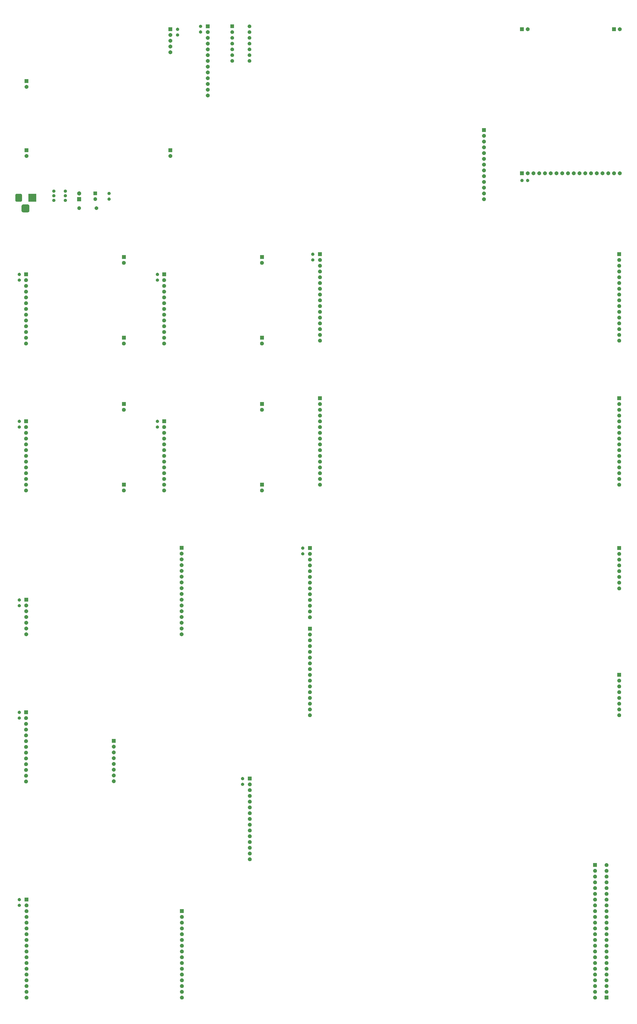
<source format=gbs>
G04 #@! TF.GenerationSoftware,KiCad,Pcbnew,(5.1.2)-2*
G04 #@! TF.CreationDate,2019-08-16T19:30:50+02:00*
G04 #@! TF.ProjectId,Main-Board,4d61696e-2d42-46f6-9172-642e6b696361,rev?*
G04 #@! TF.SameCoordinates,Original*
G04 #@! TF.FileFunction,Soldermask,Bot*
G04 #@! TF.FilePolarity,Negative*
%FSLAX46Y46*%
G04 Gerber Fmt 4.6, Leading zero omitted, Abs format (unit mm)*
G04 Created by KiCad (PCBNEW (5.1.2)-2) date 2019-08-16 19:30:50*
%MOMM*%
%LPD*%
G04 APERTURE LIST*
%ADD10C,0.100000*%
G04 APERTURE END LIST*
D10*
G36*
X328002000Y-516470000D02*
G01*
X326302000Y-516470000D01*
X326302000Y-514770000D01*
X328002000Y-514770000D01*
X328002000Y-516470000D01*
X328002000Y-516470000D01*
G37*
G36*
X322238627Y-514782299D02*
G01*
X322318742Y-514806602D01*
X322398855Y-514830903D01*
X322398857Y-514830904D01*
X322546518Y-514909831D01*
X322675949Y-515016051D01*
X322782169Y-515145482D01*
X322861096Y-515293143D01*
X322909701Y-515453373D01*
X322926112Y-515620000D01*
X322909701Y-515786627D01*
X322861096Y-515946857D01*
X322782169Y-516094518D01*
X322675949Y-516223949D01*
X322546518Y-516330169D01*
X322398857Y-516409096D01*
X322398855Y-516409097D01*
X322318742Y-516433398D01*
X322238627Y-516457701D01*
X322113752Y-516470000D01*
X322030248Y-516470000D01*
X321905373Y-516457701D01*
X321825258Y-516433398D01*
X321745145Y-516409097D01*
X321745143Y-516409096D01*
X321597482Y-516330169D01*
X321468051Y-516223949D01*
X321361831Y-516094518D01*
X321282904Y-515946857D01*
X321234299Y-515786627D01*
X321217888Y-515620000D01*
X321234299Y-515453373D01*
X321282904Y-515293143D01*
X321361831Y-515145482D01*
X321468051Y-515016051D01*
X321597482Y-514909831D01*
X321745143Y-514830904D01*
X321745145Y-514830903D01*
X321825258Y-514806602D01*
X321905373Y-514782299D01*
X322030248Y-514770000D01*
X322113752Y-514770000D01*
X322238627Y-514782299D01*
X322238627Y-514782299D01*
G37*
G36*
X139866627Y-514782299D02*
G01*
X139946742Y-514806602D01*
X140026855Y-514830903D01*
X140026857Y-514830904D01*
X140174518Y-514909831D01*
X140303949Y-515016051D01*
X140410169Y-515145482D01*
X140489096Y-515293143D01*
X140537701Y-515453373D01*
X140554112Y-515620000D01*
X140537701Y-515786627D01*
X140489096Y-515946857D01*
X140410169Y-516094518D01*
X140303949Y-516223949D01*
X140174518Y-516330169D01*
X140026857Y-516409096D01*
X140026855Y-516409097D01*
X139946742Y-516433398D01*
X139866627Y-516457701D01*
X139741752Y-516470000D01*
X139658248Y-516470000D01*
X139533373Y-516457701D01*
X139453258Y-516433398D01*
X139373145Y-516409097D01*
X139373143Y-516409096D01*
X139225482Y-516330169D01*
X139096051Y-516223949D01*
X138989831Y-516094518D01*
X138910904Y-515946857D01*
X138862299Y-515786627D01*
X138845888Y-515620000D01*
X138862299Y-515453373D01*
X138910904Y-515293143D01*
X138989831Y-515145482D01*
X139096051Y-515016051D01*
X139225482Y-514909831D01*
X139373143Y-514830904D01*
X139373145Y-514830903D01*
X139453258Y-514806602D01*
X139533373Y-514782299D01*
X139658248Y-514770000D01*
X139741752Y-514770000D01*
X139866627Y-514782299D01*
X139866627Y-514782299D01*
G37*
G36*
X71286627Y-514782299D02*
G01*
X71366742Y-514806602D01*
X71446855Y-514830903D01*
X71446857Y-514830904D01*
X71594518Y-514909831D01*
X71723949Y-515016051D01*
X71830169Y-515145482D01*
X71909096Y-515293143D01*
X71957701Y-515453373D01*
X71974112Y-515620000D01*
X71957701Y-515786627D01*
X71909096Y-515946857D01*
X71830169Y-516094518D01*
X71723949Y-516223949D01*
X71594518Y-516330169D01*
X71446857Y-516409096D01*
X71446855Y-516409097D01*
X71366742Y-516433398D01*
X71286627Y-516457701D01*
X71161752Y-516470000D01*
X71078248Y-516470000D01*
X70953373Y-516457701D01*
X70873258Y-516433398D01*
X70793145Y-516409097D01*
X70793143Y-516409096D01*
X70645482Y-516330169D01*
X70516051Y-516223949D01*
X70409831Y-516094518D01*
X70330904Y-515946857D01*
X70282299Y-515786627D01*
X70265888Y-515620000D01*
X70282299Y-515453373D01*
X70330904Y-515293143D01*
X70409831Y-515145482D01*
X70516051Y-515016051D01*
X70645482Y-514909831D01*
X70793143Y-514830904D01*
X70793145Y-514830903D01*
X70873258Y-514806602D01*
X70953373Y-514782299D01*
X71078248Y-514770000D01*
X71161752Y-514770000D01*
X71286627Y-514782299D01*
X71286627Y-514782299D01*
G37*
G36*
X71286627Y-512242299D02*
G01*
X71366742Y-512266601D01*
X71446855Y-512290903D01*
X71446857Y-512290904D01*
X71594518Y-512369831D01*
X71723949Y-512476051D01*
X71830169Y-512605482D01*
X71909096Y-512753143D01*
X71957701Y-512913373D01*
X71974112Y-513080000D01*
X71957701Y-513246627D01*
X71909096Y-513406857D01*
X71830169Y-513554518D01*
X71723949Y-513683949D01*
X71594518Y-513790169D01*
X71446857Y-513869096D01*
X71446855Y-513869097D01*
X71366742Y-513893399D01*
X71286627Y-513917701D01*
X71161752Y-513930000D01*
X71078248Y-513930000D01*
X70953373Y-513917701D01*
X70873258Y-513893399D01*
X70793145Y-513869097D01*
X70793143Y-513869096D01*
X70645482Y-513790169D01*
X70516051Y-513683949D01*
X70409831Y-513554518D01*
X70330904Y-513406857D01*
X70282299Y-513246627D01*
X70265888Y-513080000D01*
X70282299Y-512913373D01*
X70330904Y-512753143D01*
X70409831Y-512605482D01*
X70516051Y-512476051D01*
X70645482Y-512369831D01*
X70793143Y-512290904D01*
X70793145Y-512290903D01*
X70873258Y-512266601D01*
X70953373Y-512242299D01*
X71078248Y-512230000D01*
X71161752Y-512230000D01*
X71286627Y-512242299D01*
X71286627Y-512242299D01*
G37*
G36*
X327318627Y-512242299D02*
G01*
X327398742Y-512266601D01*
X327478855Y-512290903D01*
X327478857Y-512290904D01*
X327626518Y-512369831D01*
X327755949Y-512476051D01*
X327862169Y-512605482D01*
X327941096Y-512753143D01*
X327989701Y-512913373D01*
X328006112Y-513080000D01*
X327989701Y-513246627D01*
X327941096Y-513406857D01*
X327862169Y-513554518D01*
X327755949Y-513683949D01*
X327626518Y-513790169D01*
X327478857Y-513869096D01*
X327478855Y-513869097D01*
X327398742Y-513893399D01*
X327318627Y-513917701D01*
X327193752Y-513930000D01*
X327110248Y-513930000D01*
X326985373Y-513917701D01*
X326905258Y-513893399D01*
X326825145Y-513869097D01*
X326825143Y-513869096D01*
X326677482Y-513790169D01*
X326548051Y-513683949D01*
X326441831Y-513554518D01*
X326362904Y-513406857D01*
X326314299Y-513246627D01*
X326297888Y-513080000D01*
X326314299Y-512913373D01*
X326362904Y-512753143D01*
X326441831Y-512605482D01*
X326548051Y-512476051D01*
X326677482Y-512369831D01*
X326825143Y-512290904D01*
X326825145Y-512290903D01*
X326905258Y-512266601D01*
X326985373Y-512242299D01*
X327110248Y-512230000D01*
X327193752Y-512230000D01*
X327318627Y-512242299D01*
X327318627Y-512242299D01*
G37*
G36*
X139866627Y-512242299D02*
G01*
X139946742Y-512266601D01*
X140026855Y-512290903D01*
X140026857Y-512290904D01*
X140174518Y-512369831D01*
X140303949Y-512476051D01*
X140410169Y-512605482D01*
X140489096Y-512753143D01*
X140537701Y-512913373D01*
X140554112Y-513080000D01*
X140537701Y-513246627D01*
X140489096Y-513406857D01*
X140410169Y-513554518D01*
X140303949Y-513683949D01*
X140174518Y-513790169D01*
X140026857Y-513869096D01*
X140026855Y-513869097D01*
X139946742Y-513893399D01*
X139866627Y-513917701D01*
X139741752Y-513930000D01*
X139658248Y-513930000D01*
X139533373Y-513917701D01*
X139453258Y-513893399D01*
X139373145Y-513869097D01*
X139373143Y-513869096D01*
X139225482Y-513790169D01*
X139096051Y-513683949D01*
X138989831Y-513554518D01*
X138910904Y-513406857D01*
X138862299Y-513246627D01*
X138845888Y-513080000D01*
X138862299Y-512913373D01*
X138910904Y-512753143D01*
X138989831Y-512605482D01*
X139096051Y-512476051D01*
X139225482Y-512369831D01*
X139373143Y-512290904D01*
X139373145Y-512290903D01*
X139453258Y-512266601D01*
X139533373Y-512242299D01*
X139658248Y-512230000D01*
X139741752Y-512230000D01*
X139866627Y-512242299D01*
X139866627Y-512242299D01*
G37*
G36*
X322238627Y-512242299D02*
G01*
X322318742Y-512266601D01*
X322398855Y-512290903D01*
X322398857Y-512290904D01*
X322546518Y-512369831D01*
X322675949Y-512476051D01*
X322782169Y-512605482D01*
X322861096Y-512753143D01*
X322909701Y-512913373D01*
X322926112Y-513080000D01*
X322909701Y-513246627D01*
X322861096Y-513406857D01*
X322782169Y-513554518D01*
X322675949Y-513683949D01*
X322546518Y-513790169D01*
X322398857Y-513869096D01*
X322398855Y-513869097D01*
X322318742Y-513893399D01*
X322238627Y-513917701D01*
X322113752Y-513930000D01*
X322030248Y-513930000D01*
X321905373Y-513917701D01*
X321825258Y-513893399D01*
X321745145Y-513869097D01*
X321745143Y-513869096D01*
X321597482Y-513790169D01*
X321468051Y-513683949D01*
X321361831Y-513554518D01*
X321282904Y-513406857D01*
X321234299Y-513246627D01*
X321217888Y-513080000D01*
X321234299Y-512913373D01*
X321282904Y-512753143D01*
X321361831Y-512605482D01*
X321468051Y-512476051D01*
X321597482Y-512369831D01*
X321745143Y-512290904D01*
X321745145Y-512290903D01*
X321825258Y-512266601D01*
X321905373Y-512242299D01*
X322030248Y-512230000D01*
X322113752Y-512230000D01*
X322238627Y-512242299D01*
X322238627Y-512242299D01*
G37*
G36*
X322238627Y-509702299D02*
G01*
X322318742Y-509726601D01*
X322398855Y-509750903D01*
X322398857Y-509750904D01*
X322546518Y-509829831D01*
X322675949Y-509936051D01*
X322782169Y-510065482D01*
X322861096Y-510213143D01*
X322909701Y-510373373D01*
X322926112Y-510540000D01*
X322909701Y-510706627D01*
X322861096Y-510866857D01*
X322782169Y-511014518D01*
X322675949Y-511143949D01*
X322546518Y-511250169D01*
X322398857Y-511329096D01*
X322398855Y-511329097D01*
X322318742Y-511353399D01*
X322238627Y-511377701D01*
X322113752Y-511390000D01*
X322030248Y-511390000D01*
X321905373Y-511377701D01*
X321825258Y-511353399D01*
X321745145Y-511329097D01*
X321745143Y-511329096D01*
X321597482Y-511250169D01*
X321468051Y-511143949D01*
X321361831Y-511014518D01*
X321282904Y-510866857D01*
X321234299Y-510706627D01*
X321217888Y-510540000D01*
X321234299Y-510373373D01*
X321282904Y-510213143D01*
X321361831Y-510065482D01*
X321468051Y-509936051D01*
X321597482Y-509829831D01*
X321745143Y-509750904D01*
X321745145Y-509750903D01*
X321825258Y-509726601D01*
X321905373Y-509702299D01*
X322030248Y-509690000D01*
X322113752Y-509690000D01*
X322238627Y-509702299D01*
X322238627Y-509702299D01*
G37*
G36*
X71286627Y-509702299D02*
G01*
X71366742Y-509726601D01*
X71446855Y-509750903D01*
X71446857Y-509750904D01*
X71594518Y-509829831D01*
X71723949Y-509936051D01*
X71830169Y-510065482D01*
X71909096Y-510213143D01*
X71957701Y-510373373D01*
X71974112Y-510540000D01*
X71957701Y-510706627D01*
X71909096Y-510866857D01*
X71830169Y-511014518D01*
X71723949Y-511143949D01*
X71594518Y-511250169D01*
X71446857Y-511329096D01*
X71446855Y-511329097D01*
X71366742Y-511353399D01*
X71286627Y-511377701D01*
X71161752Y-511390000D01*
X71078248Y-511390000D01*
X70953373Y-511377701D01*
X70873258Y-511353399D01*
X70793145Y-511329097D01*
X70793143Y-511329096D01*
X70645482Y-511250169D01*
X70516051Y-511143949D01*
X70409831Y-511014518D01*
X70330904Y-510866857D01*
X70282299Y-510706627D01*
X70265888Y-510540000D01*
X70282299Y-510373373D01*
X70330904Y-510213143D01*
X70409831Y-510065482D01*
X70516051Y-509936051D01*
X70645482Y-509829831D01*
X70793143Y-509750904D01*
X70793145Y-509750903D01*
X70873258Y-509726601D01*
X70953373Y-509702299D01*
X71078248Y-509690000D01*
X71161752Y-509690000D01*
X71286627Y-509702299D01*
X71286627Y-509702299D01*
G37*
G36*
X139866627Y-509702299D02*
G01*
X139946742Y-509726601D01*
X140026855Y-509750903D01*
X140026857Y-509750904D01*
X140174518Y-509829831D01*
X140303949Y-509936051D01*
X140410169Y-510065482D01*
X140489096Y-510213143D01*
X140537701Y-510373373D01*
X140554112Y-510540000D01*
X140537701Y-510706627D01*
X140489096Y-510866857D01*
X140410169Y-511014518D01*
X140303949Y-511143949D01*
X140174518Y-511250169D01*
X140026857Y-511329096D01*
X140026855Y-511329097D01*
X139946742Y-511353399D01*
X139866627Y-511377701D01*
X139741752Y-511390000D01*
X139658248Y-511390000D01*
X139533373Y-511377701D01*
X139453258Y-511353399D01*
X139373145Y-511329097D01*
X139373143Y-511329096D01*
X139225482Y-511250169D01*
X139096051Y-511143949D01*
X138989831Y-511014518D01*
X138910904Y-510866857D01*
X138862299Y-510706627D01*
X138845888Y-510540000D01*
X138862299Y-510373373D01*
X138910904Y-510213143D01*
X138989831Y-510065482D01*
X139096051Y-509936051D01*
X139225482Y-509829831D01*
X139373143Y-509750904D01*
X139373145Y-509750903D01*
X139453258Y-509726601D01*
X139533373Y-509702299D01*
X139658248Y-509690000D01*
X139741752Y-509690000D01*
X139866627Y-509702299D01*
X139866627Y-509702299D01*
G37*
G36*
X327318627Y-509702299D02*
G01*
X327398742Y-509726601D01*
X327478855Y-509750903D01*
X327478857Y-509750904D01*
X327626518Y-509829831D01*
X327755949Y-509936051D01*
X327862169Y-510065482D01*
X327941096Y-510213143D01*
X327989701Y-510373373D01*
X328006112Y-510540000D01*
X327989701Y-510706627D01*
X327941096Y-510866857D01*
X327862169Y-511014518D01*
X327755949Y-511143949D01*
X327626518Y-511250169D01*
X327478857Y-511329096D01*
X327478855Y-511329097D01*
X327398742Y-511353399D01*
X327318627Y-511377701D01*
X327193752Y-511390000D01*
X327110248Y-511390000D01*
X326985373Y-511377701D01*
X326905258Y-511353399D01*
X326825145Y-511329097D01*
X326825143Y-511329096D01*
X326677482Y-511250169D01*
X326548051Y-511143949D01*
X326441831Y-511014518D01*
X326362904Y-510866857D01*
X326314299Y-510706627D01*
X326297888Y-510540000D01*
X326314299Y-510373373D01*
X326362904Y-510213143D01*
X326441831Y-510065482D01*
X326548051Y-509936051D01*
X326677482Y-509829831D01*
X326825143Y-509750904D01*
X326825145Y-509750903D01*
X326905258Y-509726601D01*
X326985373Y-509702299D01*
X327110248Y-509690000D01*
X327193752Y-509690000D01*
X327318627Y-509702299D01*
X327318627Y-509702299D01*
G37*
G36*
X322238627Y-507162299D02*
G01*
X322318742Y-507186601D01*
X322398855Y-507210903D01*
X322398857Y-507210904D01*
X322546518Y-507289831D01*
X322675949Y-507396051D01*
X322782169Y-507525482D01*
X322861096Y-507673143D01*
X322909701Y-507833373D01*
X322926112Y-508000000D01*
X322909701Y-508166627D01*
X322861096Y-508326857D01*
X322782169Y-508474518D01*
X322675949Y-508603949D01*
X322546518Y-508710169D01*
X322398857Y-508789096D01*
X322398855Y-508789097D01*
X322318742Y-508813398D01*
X322238627Y-508837701D01*
X322113752Y-508850000D01*
X322030248Y-508850000D01*
X321905373Y-508837701D01*
X321825258Y-508813398D01*
X321745145Y-508789097D01*
X321745143Y-508789096D01*
X321597482Y-508710169D01*
X321468051Y-508603949D01*
X321361831Y-508474518D01*
X321282904Y-508326857D01*
X321234299Y-508166627D01*
X321217888Y-508000000D01*
X321234299Y-507833373D01*
X321282904Y-507673143D01*
X321361831Y-507525482D01*
X321468051Y-507396051D01*
X321597482Y-507289831D01*
X321745143Y-507210904D01*
X321745145Y-507210903D01*
X321825258Y-507186601D01*
X321905373Y-507162299D01*
X322030248Y-507150000D01*
X322113752Y-507150000D01*
X322238627Y-507162299D01*
X322238627Y-507162299D01*
G37*
G36*
X327318627Y-507162299D02*
G01*
X327398742Y-507186601D01*
X327478855Y-507210903D01*
X327478857Y-507210904D01*
X327626518Y-507289831D01*
X327755949Y-507396051D01*
X327862169Y-507525482D01*
X327941096Y-507673143D01*
X327989701Y-507833373D01*
X328006112Y-508000000D01*
X327989701Y-508166627D01*
X327941096Y-508326857D01*
X327862169Y-508474518D01*
X327755949Y-508603949D01*
X327626518Y-508710169D01*
X327478857Y-508789096D01*
X327478855Y-508789097D01*
X327398742Y-508813398D01*
X327318627Y-508837701D01*
X327193752Y-508850000D01*
X327110248Y-508850000D01*
X326985373Y-508837701D01*
X326905258Y-508813398D01*
X326825145Y-508789097D01*
X326825143Y-508789096D01*
X326677482Y-508710169D01*
X326548051Y-508603949D01*
X326441831Y-508474518D01*
X326362904Y-508326857D01*
X326314299Y-508166627D01*
X326297888Y-508000000D01*
X326314299Y-507833373D01*
X326362904Y-507673143D01*
X326441831Y-507525482D01*
X326548051Y-507396051D01*
X326677482Y-507289831D01*
X326825143Y-507210904D01*
X326825145Y-507210903D01*
X326905258Y-507186601D01*
X326985373Y-507162299D01*
X327110248Y-507150000D01*
X327193752Y-507150000D01*
X327318627Y-507162299D01*
X327318627Y-507162299D01*
G37*
G36*
X71286627Y-507162299D02*
G01*
X71366742Y-507186601D01*
X71446855Y-507210903D01*
X71446857Y-507210904D01*
X71594518Y-507289831D01*
X71723949Y-507396051D01*
X71830169Y-507525482D01*
X71909096Y-507673143D01*
X71957701Y-507833373D01*
X71974112Y-508000000D01*
X71957701Y-508166627D01*
X71909096Y-508326857D01*
X71830169Y-508474518D01*
X71723949Y-508603949D01*
X71594518Y-508710169D01*
X71446857Y-508789096D01*
X71446855Y-508789097D01*
X71366742Y-508813398D01*
X71286627Y-508837701D01*
X71161752Y-508850000D01*
X71078248Y-508850000D01*
X70953373Y-508837701D01*
X70873258Y-508813398D01*
X70793145Y-508789097D01*
X70793143Y-508789096D01*
X70645482Y-508710169D01*
X70516051Y-508603949D01*
X70409831Y-508474518D01*
X70330904Y-508326857D01*
X70282299Y-508166627D01*
X70265888Y-508000000D01*
X70282299Y-507833373D01*
X70330904Y-507673143D01*
X70409831Y-507525482D01*
X70516051Y-507396051D01*
X70645482Y-507289831D01*
X70793143Y-507210904D01*
X70793145Y-507210903D01*
X70873258Y-507186601D01*
X70953373Y-507162299D01*
X71078248Y-507150000D01*
X71161752Y-507150000D01*
X71286627Y-507162299D01*
X71286627Y-507162299D01*
G37*
G36*
X139866627Y-507162299D02*
G01*
X139946742Y-507186601D01*
X140026855Y-507210903D01*
X140026857Y-507210904D01*
X140174518Y-507289831D01*
X140303949Y-507396051D01*
X140410169Y-507525482D01*
X140489096Y-507673143D01*
X140537701Y-507833373D01*
X140554112Y-508000000D01*
X140537701Y-508166627D01*
X140489096Y-508326857D01*
X140410169Y-508474518D01*
X140303949Y-508603949D01*
X140174518Y-508710169D01*
X140026857Y-508789096D01*
X140026855Y-508789097D01*
X139946742Y-508813398D01*
X139866627Y-508837701D01*
X139741752Y-508850000D01*
X139658248Y-508850000D01*
X139533373Y-508837701D01*
X139453258Y-508813398D01*
X139373145Y-508789097D01*
X139373143Y-508789096D01*
X139225482Y-508710169D01*
X139096051Y-508603949D01*
X138989831Y-508474518D01*
X138910904Y-508326857D01*
X138862299Y-508166627D01*
X138845888Y-508000000D01*
X138862299Y-507833373D01*
X138910904Y-507673143D01*
X138989831Y-507525482D01*
X139096051Y-507396051D01*
X139225482Y-507289831D01*
X139373143Y-507210904D01*
X139373145Y-507210903D01*
X139453258Y-507186601D01*
X139533373Y-507162299D01*
X139658248Y-507150000D01*
X139741752Y-507150000D01*
X139866627Y-507162299D01*
X139866627Y-507162299D01*
G37*
G36*
X327318627Y-504622299D02*
G01*
X327398742Y-504646601D01*
X327478855Y-504670903D01*
X327478857Y-504670904D01*
X327626518Y-504749831D01*
X327755949Y-504856051D01*
X327862169Y-504985482D01*
X327941096Y-505133143D01*
X327989701Y-505293373D01*
X328006112Y-505460000D01*
X327989701Y-505626627D01*
X327941096Y-505786857D01*
X327862169Y-505934518D01*
X327755949Y-506063949D01*
X327626518Y-506170169D01*
X327478857Y-506249096D01*
X327478855Y-506249097D01*
X327398742Y-506273399D01*
X327318627Y-506297701D01*
X327193752Y-506310000D01*
X327110248Y-506310000D01*
X326985373Y-506297701D01*
X326905258Y-506273399D01*
X326825145Y-506249097D01*
X326825143Y-506249096D01*
X326677482Y-506170169D01*
X326548051Y-506063949D01*
X326441831Y-505934518D01*
X326362904Y-505786857D01*
X326314299Y-505626627D01*
X326297888Y-505460000D01*
X326314299Y-505293373D01*
X326362904Y-505133143D01*
X326441831Y-504985482D01*
X326548051Y-504856051D01*
X326677482Y-504749831D01*
X326825143Y-504670904D01*
X326825145Y-504670903D01*
X326905258Y-504646601D01*
X326985373Y-504622299D01*
X327110248Y-504610000D01*
X327193752Y-504610000D01*
X327318627Y-504622299D01*
X327318627Y-504622299D01*
G37*
G36*
X71286627Y-504622299D02*
G01*
X71366742Y-504646601D01*
X71446855Y-504670903D01*
X71446857Y-504670904D01*
X71594518Y-504749831D01*
X71723949Y-504856051D01*
X71830169Y-504985482D01*
X71909096Y-505133143D01*
X71957701Y-505293373D01*
X71974112Y-505460000D01*
X71957701Y-505626627D01*
X71909096Y-505786857D01*
X71830169Y-505934518D01*
X71723949Y-506063949D01*
X71594518Y-506170169D01*
X71446857Y-506249096D01*
X71446855Y-506249097D01*
X71366742Y-506273399D01*
X71286627Y-506297701D01*
X71161752Y-506310000D01*
X71078248Y-506310000D01*
X70953373Y-506297701D01*
X70873258Y-506273399D01*
X70793145Y-506249097D01*
X70793143Y-506249096D01*
X70645482Y-506170169D01*
X70516051Y-506063949D01*
X70409831Y-505934518D01*
X70330904Y-505786857D01*
X70282299Y-505626627D01*
X70265888Y-505460000D01*
X70282299Y-505293373D01*
X70330904Y-505133143D01*
X70409831Y-504985482D01*
X70516051Y-504856051D01*
X70645482Y-504749831D01*
X70793143Y-504670904D01*
X70793145Y-504670903D01*
X70873258Y-504646601D01*
X70953373Y-504622299D01*
X71078248Y-504610000D01*
X71161752Y-504610000D01*
X71286627Y-504622299D01*
X71286627Y-504622299D01*
G37*
G36*
X139866627Y-504622299D02*
G01*
X139946742Y-504646601D01*
X140026855Y-504670903D01*
X140026857Y-504670904D01*
X140174518Y-504749831D01*
X140303949Y-504856051D01*
X140410169Y-504985482D01*
X140489096Y-505133143D01*
X140537701Y-505293373D01*
X140554112Y-505460000D01*
X140537701Y-505626627D01*
X140489096Y-505786857D01*
X140410169Y-505934518D01*
X140303949Y-506063949D01*
X140174518Y-506170169D01*
X140026857Y-506249096D01*
X140026855Y-506249097D01*
X139946742Y-506273399D01*
X139866627Y-506297701D01*
X139741752Y-506310000D01*
X139658248Y-506310000D01*
X139533373Y-506297701D01*
X139453258Y-506273399D01*
X139373145Y-506249097D01*
X139373143Y-506249096D01*
X139225482Y-506170169D01*
X139096051Y-506063949D01*
X138989831Y-505934518D01*
X138910904Y-505786857D01*
X138862299Y-505626627D01*
X138845888Y-505460000D01*
X138862299Y-505293373D01*
X138910904Y-505133143D01*
X138989831Y-504985482D01*
X139096051Y-504856051D01*
X139225482Y-504749831D01*
X139373143Y-504670904D01*
X139373145Y-504670903D01*
X139453258Y-504646601D01*
X139533373Y-504622299D01*
X139658248Y-504610000D01*
X139741752Y-504610000D01*
X139866627Y-504622299D01*
X139866627Y-504622299D01*
G37*
G36*
X322238627Y-504622299D02*
G01*
X322318742Y-504646601D01*
X322398855Y-504670903D01*
X322398857Y-504670904D01*
X322546518Y-504749831D01*
X322675949Y-504856051D01*
X322782169Y-504985482D01*
X322861096Y-505133143D01*
X322909701Y-505293373D01*
X322926112Y-505460000D01*
X322909701Y-505626627D01*
X322861096Y-505786857D01*
X322782169Y-505934518D01*
X322675949Y-506063949D01*
X322546518Y-506170169D01*
X322398857Y-506249096D01*
X322398855Y-506249097D01*
X322318742Y-506273399D01*
X322238627Y-506297701D01*
X322113752Y-506310000D01*
X322030248Y-506310000D01*
X321905373Y-506297701D01*
X321825258Y-506273399D01*
X321745145Y-506249097D01*
X321745143Y-506249096D01*
X321597482Y-506170169D01*
X321468051Y-506063949D01*
X321361831Y-505934518D01*
X321282904Y-505786857D01*
X321234299Y-505626627D01*
X321217888Y-505460000D01*
X321234299Y-505293373D01*
X321282904Y-505133143D01*
X321361831Y-504985482D01*
X321468051Y-504856051D01*
X321597482Y-504749831D01*
X321745143Y-504670904D01*
X321745145Y-504670903D01*
X321825258Y-504646601D01*
X321905373Y-504622299D01*
X322030248Y-504610000D01*
X322113752Y-504610000D01*
X322238627Y-504622299D01*
X322238627Y-504622299D01*
G37*
G36*
X71286627Y-502082299D02*
G01*
X71366742Y-502106602D01*
X71446855Y-502130903D01*
X71446857Y-502130904D01*
X71594518Y-502209831D01*
X71723949Y-502316051D01*
X71830169Y-502445482D01*
X71909096Y-502593143D01*
X71957701Y-502753373D01*
X71974112Y-502920000D01*
X71957701Y-503086627D01*
X71909096Y-503246857D01*
X71830169Y-503394518D01*
X71723949Y-503523949D01*
X71594518Y-503630169D01*
X71446857Y-503709096D01*
X71446855Y-503709097D01*
X71366742Y-503733398D01*
X71286627Y-503757701D01*
X71161752Y-503770000D01*
X71078248Y-503770000D01*
X70953373Y-503757701D01*
X70873258Y-503733398D01*
X70793145Y-503709097D01*
X70793143Y-503709096D01*
X70645482Y-503630169D01*
X70516051Y-503523949D01*
X70409831Y-503394518D01*
X70330904Y-503246857D01*
X70282299Y-503086627D01*
X70265888Y-502920000D01*
X70282299Y-502753373D01*
X70330904Y-502593143D01*
X70409831Y-502445482D01*
X70516051Y-502316051D01*
X70645482Y-502209831D01*
X70793143Y-502130904D01*
X70793145Y-502130903D01*
X70873258Y-502106602D01*
X70953373Y-502082299D01*
X71078248Y-502070000D01*
X71161752Y-502070000D01*
X71286627Y-502082299D01*
X71286627Y-502082299D01*
G37*
G36*
X139866627Y-502082299D02*
G01*
X139946742Y-502106602D01*
X140026855Y-502130903D01*
X140026857Y-502130904D01*
X140174518Y-502209831D01*
X140303949Y-502316051D01*
X140410169Y-502445482D01*
X140489096Y-502593143D01*
X140537701Y-502753373D01*
X140554112Y-502920000D01*
X140537701Y-503086627D01*
X140489096Y-503246857D01*
X140410169Y-503394518D01*
X140303949Y-503523949D01*
X140174518Y-503630169D01*
X140026857Y-503709096D01*
X140026855Y-503709097D01*
X139946742Y-503733398D01*
X139866627Y-503757701D01*
X139741752Y-503770000D01*
X139658248Y-503770000D01*
X139533373Y-503757701D01*
X139453258Y-503733398D01*
X139373145Y-503709097D01*
X139373143Y-503709096D01*
X139225482Y-503630169D01*
X139096051Y-503523949D01*
X138989831Y-503394518D01*
X138910904Y-503246857D01*
X138862299Y-503086627D01*
X138845888Y-502920000D01*
X138862299Y-502753373D01*
X138910904Y-502593143D01*
X138989831Y-502445482D01*
X139096051Y-502316051D01*
X139225482Y-502209831D01*
X139373143Y-502130904D01*
X139373145Y-502130903D01*
X139453258Y-502106602D01*
X139533373Y-502082299D01*
X139658248Y-502070000D01*
X139741752Y-502070000D01*
X139866627Y-502082299D01*
X139866627Y-502082299D01*
G37*
G36*
X322238627Y-502082299D02*
G01*
X322318742Y-502106602D01*
X322398855Y-502130903D01*
X322398857Y-502130904D01*
X322546518Y-502209831D01*
X322675949Y-502316051D01*
X322782169Y-502445482D01*
X322861096Y-502593143D01*
X322909701Y-502753373D01*
X322926112Y-502920000D01*
X322909701Y-503086627D01*
X322861096Y-503246857D01*
X322782169Y-503394518D01*
X322675949Y-503523949D01*
X322546518Y-503630169D01*
X322398857Y-503709096D01*
X322398855Y-503709097D01*
X322318742Y-503733398D01*
X322238627Y-503757701D01*
X322113752Y-503770000D01*
X322030248Y-503770000D01*
X321905373Y-503757701D01*
X321825258Y-503733398D01*
X321745145Y-503709097D01*
X321745143Y-503709096D01*
X321597482Y-503630169D01*
X321468051Y-503523949D01*
X321361831Y-503394518D01*
X321282904Y-503246857D01*
X321234299Y-503086627D01*
X321217888Y-502920000D01*
X321234299Y-502753373D01*
X321282904Y-502593143D01*
X321361831Y-502445482D01*
X321468051Y-502316051D01*
X321597482Y-502209831D01*
X321745143Y-502130904D01*
X321745145Y-502130903D01*
X321825258Y-502106602D01*
X321905373Y-502082299D01*
X322030248Y-502070000D01*
X322113752Y-502070000D01*
X322238627Y-502082299D01*
X322238627Y-502082299D01*
G37*
G36*
X327318627Y-502082299D02*
G01*
X327398742Y-502106602D01*
X327478855Y-502130903D01*
X327478857Y-502130904D01*
X327626518Y-502209831D01*
X327755949Y-502316051D01*
X327862169Y-502445482D01*
X327941096Y-502593143D01*
X327989701Y-502753373D01*
X328006112Y-502920000D01*
X327989701Y-503086627D01*
X327941096Y-503246857D01*
X327862169Y-503394518D01*
X327755949Y-503523949D01*
X327626518Y-503630169D01*
X327478857Y-503709096D01*
X327478855Y-503709097D01*
X327398742Y-503733398D01*
X327318627Y-503757701D01*
X327193752Y-503770000D01*
X327110248Y-503770000D01*
X326985373Y-503757701D01*
X326905258Y-503733398D01*
X326825145Y-503709097D01*
X326825143Y-503709096D01*
X326677482Y-503630169D01*
X326548051Y-503523949D01*
X326441831Y-503394518D01*
X326362904Y-503246857D01*
X326314299Y-503086627D01*
X326297888Y-502920000D01*
X326314299Y-502753373D01*
X326362904Y-502593143D01*
X326441831Y-502445482D01*
X326548051Y-502316051D01*
X326677482Y-502209831D01*
X326825143Y-502130904D01*
X326825145Y-502130903D01*
X326905258Y-502106602D01*
X326985373Y-502082299D01*
X327110248Y-502070000D01*
X327193752Y-502070000D01*
X327318627Y-502082299D01*
X327318627Y-502082299D01*
G37*
G36*
X71286627Y-499542299D02*
G01*
X71366742Y-499566602D01*
X71446855Y-499590903D01*
X71446857Y-499590904D01*
X71594518Y-499669831D01*
X71723949Y-499776051D01*
X71830169Y-499905482D01*
X71909096Y-500053143D01*
X71957701Y-500213373D01*
X71974112Y-500380000D01*
X71957701Y-500546627D01*
X71909096Y-500706857D01*
X71830169Y-500854518D01*
X71723949Y-500983949D01*
X71594518Y-501090169D01*
X71446857Y-501169096D01*
X71446855Y-501169097D01*
X71366742Y-501193398D01*
X71286627Y-501217701D01*
X71161752Y-501230000D01*
X71078248Y-501230000D01*
X70953373Y-501217701D01*
X70873258Y-501193398D01*
X70793145Y-501169097D01*
X70793143Y-501169096D01*
X70645482Y-501090169D01*
X70516051Y-500983949D01*
X70409831Y-500854518D01*
X70330904Y-500706857D01*
X70282299Y-500546627D01*
X70265888Y-500380000D01*
X70282299Y-500213373D01*
X70330904Y-500053143D01*
X70409831Y-499905482D01*
X70516051Y-499776051D01*
X70645482Y-499669831D01*
X70793143Y-499590904D01*
X70793145Y-499590903D01*
X70873258Y-499566602D01*
X70953373Y-499542299D01*
X71078248Y-499530000D01*
X71161752Y-499530000D01*
X71286627Y-499542299D01*
X71286627Y-499542299D01*
G37*
G36*
X322238627Y-499542299D02*
G01*
X322318742Y-499566602D01*
X322398855Y-499590903D01*
X322398857Y-499590904D01*
X322546518Y-499669831D01*
X322675949Y-499776051D01*
X322782169Y-499905482D01*
X322861096Y-500053143D01*
X322909701Y-500213373D01*
X322926112Y-500380000D01*
X322909701Y-500546627D01*
X322861096Y-500706857D01*
X322782169Y-500854518D01*
X322675949Y-500983949D01*
X322546518Y-501090169D01*
X322398857Y-501169096D01*
X322398855Y-501169097D01*
X322318742Y-501193398D01*
X322238627Y-501217701D01*
X322113752Y-501230000D01*
X322030248Y-501230000D01*
X321905373Y-501217701D01*
X321825258Y-501193398D01*
X321745145Y-501169097D01*
X321745143Y-501169096D01*
X321597482Y-501090169D01*
X321468051Y-500983949D01*
X321361831Y-500854518D01*
X321282904Y-500706857D01*
X321234299Y-500546627D01*
X321217888Y-500380000D01*
X321234299Y-500213373D01*
X321282904Y-500053143D01*
X321361831Y-499905482D01*
X321468051Y-499776051D01*
X321597482Y-499669831D01*
X321745143Y-499590904D01*
X321745145Y-499590903D01*
X321825258Y-499566602D01*
X321905373Y-499542299D01*
X322030248Y-499530000D01*
X322113752Y-499530000D01*
X322238627Y-499542299D01*
X322238627Y-499542299D01*
G37*
G36*
X139866627Y-499542299D02*
G01*
X139946742Y-499566602D01*
X140026855Y-499590903D01*
X140026857Y-499590904D01*
X140174518Y-499669831D01*
X140303949Y-499776051D01*
X140410169Y-499905482D01*
X140489096Y-500053143D01*
X140537701Y-500213373D01*
X140554112Y-500380000D01*
X140537701Y-500546627D01*
X140489096Y-500706857D01*
X140410169Y-500854518D01*
X140303949Y-500983949D01*
X140174518Y-501090169D01*
X140026857Y-501169096D01*
X140026855Y-501169097D01*
X139946742Y-501193398D01*
X139866627Y-501217701D01*
X139741752Y-501230000D01*
X139658248Y-501230000D01*
X139533373Y-501217701D01*
X139453258Y-501193398D01*
X139373145Y-501169097D01*
X139373143Y-501169096D01*
X139225482Y-501090169D01*
X139096051Y-500983949D01*
X138989831Y-500854518D01*
X138910904Y-500706857D01*
X138862299Y-500546627D01*
X138845888Y-500380000D01*
X138862299Y-500213373D01*
X138910904Y-500053143D01*
X138989831Y-499905482D01*
X139096051Y-499776051D01*
X139225482Y-499669831D01*
X139373143Y-499590904D01*
X139373145Y-499590903D01*
X139453258Y-499566602D01*
X139533373Y-499542299D01*
X139658248Y-499530000D01*
X139741752Y-499530000D01*
X139866627Y-499542299D01*
X139866627Y-499542299D01*
G37*
G36*
X327318627Y-499542299D02*
G01*
X327398742Y-499566602D01*
X327478855Y-499590903D01*
X327478857Y-499590904D01*
X327626518Y-499669831D01*
X327755949Y-499776051D01*
X327862169Y-499905482D01*
X327941096Y-500053143D01*
X327989701Y-500213373D01*
X328006112Y-500380000D01*
X327989701Y-500546627D01*
X327941096Y-500706857D01*
X327862169Y-500854518D01*
X327755949Y-500983949D01*
X327626518Y-501090169D01*
X327478857Y-501169096D01*
X327478855Y-501169097D01*
X327398742Y-501193398D01*
X327318627Y-501217701D01*
X327193752Y-501230000D01*
X327110248Y-501230000D01*
X326985373Y-501217701D01*
X326905258Y-501193398D01*
X326825145Y-501169097D01*
X326825143Y-501169096D01*
X326677482Y-501090169D01*
X326548051Y-500983949D01*
X326441831Y-500854518D01*
X326362904Y-500706857D01*
X326314299Y-500546627D01*
X326297888Y-500380000D01*
X326314299Y-500213373D01*
X326362904Y-500053143D01*
X326441831Y-499905482D01*
X326548051Y-499776051D01*
X326677482Y-499669831D01*
X326825143Y-499590904D01*
X326825145Y-499590903D01*
X326905258Y-499566602D01*
X326985373Y-499542299D01*
X327110248Y-499530000D01*
X327193752Y-499530000D01*
X327318627Y-499542299D01*
X327318627Y-499542299D01*
G37*
G36*
X139866627Y-497002299D02*
G01*
X139946742Y-497026601D01*
X140026855Y-497050903D01*
X140026857Y-497050904D01*
X140174518Y-497129831D01*
X140303949Y-497236051D01*
X140410169Y-497365482D01*
X140489096Y-497513143D01*
X140537701Y-497673373D01*
X140554112Y-497840000D01*
X140537701Y-498006627D01*
X140489096Y-498166857D01*
X140410169Y-498314518D01*
X140303949Y-498443949D01*
X140174518Y-498550169D01*
X140026857Y-498629096D01*
X140026855Y-498629097D01*
X139946742Y-498653399D01*
X139866627Y-498677701D01*
X139741752Y-498690000D01*
X139658248Y-498690000D01*
X139533373Y-498677701D01*
X139453258Y-498653399D01*
X139373145Y-498629097D01*
X139373143Y-498629096D01*
X139225482Y-498550169D01*
X139096051Y-498443949D01*
X138989831Y-498314518D01*
X138910904Y-498166857D01*
X138862299Y-498006627D01*
X138845888Y-497840000D01*
X138862299Y-497673373D01*
X138910904Y-497513143D01*
X138989831Y-497365482D01*
X139096051Y-497236051D01*
X139225482Y-497129831D01*
X139373143Y-497050904D01*
X139373145Y-497050903D01*
X139453258Y-497026601D01*
X139533373Y-497002299D01*
X139658248Y-496990000D01*
X139741752Y-496990000D01*
X139866627Y-497002299D01*
X139866627Y-497002299D01*
G37*
G36*
X71286627Y-497002299D02*
G01*
X71366742Y-497026601D01*
X71446855Y-497050903D01*
X71446857Y-497050904D01*
X71594518Y-497129831D01*
X71723949Y-497236051D01*
X71830169Y-497365482D01*
X71909096Y-497513143D01*
X71957701Y-497673373D01*
X71974112Y-497840000D01*
X71957701Y-498006627D01*
X71909096Y-498166857D01*
X71830169Y-498314518D01*
X71723949Y-498443949D01*
X71594518Y-498550169D01*
X71446857Y-498629096D01*
X71446855Y-498629097D01*
X71366742Y-498653399D01*
X71286627Y-498677701D01*
X71161752Y-498690000D01*
X71078248Y-498690000D01*
X70953373Y-498677701D01*
X70873258Y-498653399D01*
X70793145Y-498629097D01*
X70793143Y-498629096D01*
X70645482Y-498550169D01*
X70516051Y-498443949D01*
X70409831Y-498314518D01*
X70330904Y-498166857D01*
X70282299Y-498006627D01*
X70265888Y-497840000D01*
X70282299Y-497673373D01*
X70330904Y-497513143D01*
X70409831Y-497365482D01*
X70516051Y-497236051D01*
X70645482Y-497129831D01*
X70793143Y-497050904D01*
X70793145Y-497050903D01*
X70873258Y-497026601D01*
X70953373Y-497002299D01*
X71078248Y-496990000D01*
X71161752Y-496990000D01*
X71286627Y-497002299D01*
X71286627Y-497002299D01*
G37*
G36*
X322238627Y-497002299D02*
G01*
X322318742Y-497026601D01*
X322398855Y-497050903D01*
X322398857Y-497050904D01*
X322546518Y-497129831D01*
X322675949Y-497236051D01*
X322782169Y-497365482D01*
X322861096Y-497513143D01*
X322909701Y-497673373D01*
X322926112Y-497840000D01*
X322909701Y-498006627D01*
X322861096Y-498166857D01*
X322782169Y-498314518D01*
X322675949Y-498443949D01*
X322546518Y-498550169D01*
X322398857Y-498629096D01*
X322398855Y-498629097D01*
X322318742Y-498653399D01*
X322238627Y-498677701D01*
X322113752Y-498690000D01*
X322030248Y-498690000D01*
X321905373Y-498677701D01*
X321825258Y-498653399D01*
X321745145Y-498629097D01*
X321745143Y-498629096D01*
X321597482Y-498550169D01*
X321468051Y-498443949D01*
X321361831Y-498314518D01*
X321282904Y-498166857D01*
X321234299Y-498006627D01*
X321217888Y-497840000D01*
X321234299Y-497673373D01*
X321282904Y-497513143D01*
X321361831Y-497365482D01*
X321468051Y-497236051D01*
X321597482Y-497129831D01*
X321745143Y-497050904D01*
X321745145Y-497050903D01*
X321825258Y-497026601D01*
X321905373Y-497002299D01*
X322030248Y-496990000D01*
X322113752Y-496990000D01*
X322238627Y-497002299D01*
X322238627Y-497002299D01*
G37*
G36*
X327318627Y-497002299D02*
G01*
X327398742Y-497026601D01*
X327478855Y-497050903D01*
X327478857Y-497050904D01*
X327626518Y-497129831D01*
X327755949Y-497236051D01*
X327862169Y-497365482D01*
X327941096Y-497513143D01*
X327989701Y-497673373D01*
X328006112Y-497840000D01*
X327989701Y-498006627D01*
X327941096Y-498166857D01*
X327862169Y-498314518D01*
X327755949Y-498443949D01*
X327626518Y-498550169D01*
X327478857Y-498629096D01*
X327478855Y-498629097D01*
X327398742Y-498653399D01*
X327318627Y-498677701D01*
X327193752Y-498690000D01*
X327110248Y-498690000D01*
X326985373Y-498677701D01*
X326905258Y-498653399D01*
X326825145Y-498629097D01*
X326825143Y-498629096D01*
X326677482Y-498550169D01*
X326548051Y-498443949D01*
X326441831Y-498314518D01*
X326362904Y-498166857D01*
X326314299Y-498006627D01*
X326297888Y-497840000D01*
X326314299Y-497673373D01*
X326362904Y-497513143D01*
X326441831Y-497365482D01*
X326548051Y-497236051D01*
X326677482Y-497129831D01*
X326825143Y-497050904D01*
X326825145Y-497050903D01*
X326905258Y-497026601D01*
X326985373Y-497002299D01*
X327110248Y-496990000D01*
X327193752Y-496990000D01*
X327318627Y-497002299D01*
X327318627Y-497002299D01*
G37*
G36*
X139866627Y-494462299D02*
G01*
X139946742Y-494486602D01*
X140026855Y-494510903D01*
X140026857Y-494510904D01*
X140174518Y-494589831D01*
X140303949Y-494696051D01*
X140410169Y-494825482D01*
X140489096Y-494973143D01*
X140537701Y-495133373D01*
X140554112Y-495300000D01*
X140537701Y-495466627D01*
X140489096Y-495626857D01*
X140410169Y-495774518D01*
X140303949Y-495903949D01*
X140174518Y-496010169D01*
X140026857Y-496089096D01*
X140026855Y-496089097D01*
X139946742Y-496113399D01*
X139866627Y-496137701D01*
X139741752Y-496150000D01*
X139658248Y-496150000D01*
X139533373Y-496137701D01*
X139453258Y-496113399D01*
X139373145Y-496089097D01*
X139373143Y-496089096D01*
X139225482Y-496010169D01*
X139096051Y-495903949D01*
X138989831Y-495774518D01*
X138910904Y-495626857D01*
X138862299Y-495466627D01*
X138845888Y-495300000D01*
X138862299Y-495133373D01*
X138910904Y-494973143D01*
X138989831Y-494825482D01*
X139096051Y-494696051D01*
X139225482Y-494589831D01*
X139373143Y-494510904D01*
X139373145Y-494510903D01*
X139453258Y-494486602D01*
X139533373Y-494462299D01*
X139658248Y-494450000D01*
X139741752Y-494450000D01*
X139866627Y-494462299D01*
X139866627Y-494462299D01*
G37*
G36*
X71286627Y-494462299D02*
G01*
X71366742Y-494486602D01*
X71446855Y-494510903D01*
X71446857Y-494510904D01*
X71594518Y-494589831D01*
X71723949Y-494696051D01*
X71830169Y-494825482D01*
X71909096Y-494973143D01*
X71957701Y-495133373D01*
X71974112Y-495300000D01*
X71957701Y-495466627D01*
X71909096Y-495626857D01*
X71830169Y-495774518D01*
X71723949Y-495903949D01*
X71594518Y-496010169D01*
X71446857Y-496089096D01*
X71446855Y-496089097D01*
X71366742Y-496113399D01*
X71286627Y-496137701D01*
X71161752Y-496150000D01*
X71078248Y-496150000D01*
X70953373Y-496137701D01*
X70873258Y-496113399D01*
X70793145Y-496089097D01*
X70793143Y-496089096D01*
X70645482Y-496010169D01*
X70516051Y-495903949D01*
X70409831Y-495774518D01*
X70330904Y-495626857D01*
X70282299Y-495466627D01*
X70265888Y-495300000D01*
X70282299Y-495133373D01*
X70330904Y-494973143D01*
X70409831Y-494825482D01*
X70516051Y-494696051D01*
X70645482Y-494589831D01*
X70793143Y-494510904D01*
X70793145Y-494510903D01*
X70873258Y-494486602D01*
X70953373Y-494462299D01*
X71078248Y-494450000D01*
X71161752Y-494450000D01*
X71286627Y-494462299D01*
X71286627Y-494462299D01*
G37*
G36*
X327318627Y-494462299D02*
G01*
X327398742Y-494486602D01*
X327478855Y-494510903D01*
X327478857Y-494510904D01*
X327626518Y-494589831D01*
X327755949Y-494696051D01*
X327862169Y-494825482D01*
X327941096Y-494973143D01*
X327989701Y-495133373D01*
X328006112Y-495300000D01*
X327989701Y-495466627D01*
X327941096Y-495626857D01*
X327862169Y-495774518D01*
X327755949Y-495903949D01*
X327626518Y-496010169D01*
X327478857Y-496089096D01*
X327478855Y-496089097D01*
X327398742Y-496113399D01*
X327318627Y-496137701D01*
X327193752Y-496150000D01*
X327110248Y-496150000D01*
X326985373Y-496137701D01*
X326905258Y-496113399D01*
X326825145Y-496089097D01*
X326825143Y-496089096D01*
X326677482Y-496010169D01*
X326548051Y-495903949D01*
X326441831Y-495774518D01*
X326362904Y-495626857D01*
X326314299Y-495466627D01*
X326297888Y-495300000D01*
X326314299Y-495133373D01*
X326362904Y-494973143D01*
X326441831Y-494825482D01*
X326548051Y-494696051D01*
X326677482Y-494589831D01*
X326825143Y-494510904D01*
X326825145Y-494510903D01*
X326905258Y-494486602D01*
X326985373Y-494462299D01*
X327110248Y-494450000D01*
X327193752Y-494450000D01*
X327318627Y-494462299D01*
X327318627Y-494462299D01*
G37*
G36*
X322238627Y-494462299D02*
G01*
X322318742Y-494486602D01*
X322398855Y-494510903D01*
X322398857Y-494510904D01*
X322546518Y-494589831D01*
X322675949Y-494696051D01*
X322782169Y-494825482D01*
X322861096Y-494973143D01*
X322909701Y-495133373D01*
X322926112Y-495300000D01*
X322909701Y-495466627D01*
X322861096Y-495626857D01*
X322782169Y-495774518D01*
X322675949Y-495903949D01*
X322546518Y-496010169D01*
X322398857Y-496089096D01*
X322398855Y-496089097D01*
X322318742Y-496113399D01*
X322238627Y-496137701D01*
X322113752Y-496150000D01*
X322030248Y-496150000D01*
X321905373Y-496137701D01*
X321825258Y-496113399D01*
X321745145Y-496089097D01*
X321745143Y-496089096D01*
X321597482Y-496010169D01*
X321468051Y-495903949D01*
X321361831Y-495774518D01*
X321282904Y-495626857D01*
X321234299Y-495466627D01*
X321217888Y-495300000D01*
X321234299Y-495133373D01*
X321282904Y-494973143D01*
X321361831Y-494825482D01*
X321468051Y-494696051D01*
X321597482Y-494589831D01*
X321745143Y-494510904D01*
X321745145Y-494510903D01*
X321825258Y-494486602D01*
X321905373Y-494462299D01*
X322030248Y-494450000D01*
X322113752Y-494450000D01*
X322238627Y-494462299D01*
X322238627Y-494462299D01*
G37*
G36*
X327318627Y-491922299D02*
G01*
X327398742Y-491946601D01*
X327478855Y-491970903D01*
X327478857Y-491970904D01*
X327626518Y-492049831D01*
X327755949Y-492156051D01*
X327862169Y-492285482D01*
X327941096Y-492433143D01*
X327989701Y-492593373D01*
X328006112Y-492760000D01*
X327989701Y-492926627D01*
X327941096Y-493086857D01*
X327862169Y-493234518D01*
X327755949Y-493363949D01*
X327626518Y-493470169D01*
X327478857Y-493549096D01*
X327478855Y-493549097D01*
X327398742Y-493573398D01*
X327318627Y-493597701D01*
X327193752Y-493610000D01*
X327110248Y-493610000D01*
X326985373Y-493597701D01*
X326905258Y-493573398D01*
X326825145Y-493549097D01*
X326825143Y-493549096D01*
X326677482Y-493470169D01*
X326548051Y-493363949D01*
X326441831Y-493234518D01*
X326362904Y-493086857D01*
X326314299Y-492926627D01*
X326297888Y-492760000D01*
X326314299Y-492593373D01*
X326362904Y-492433143D01*
X326441831Y-492285482D01*
X326548051Y-492156051D01*
X326677482Y-492049831D01*
X326825143Y-491970904D01*
X326825145Y-491970903D01*
X326905258Y-491946601D01*
X326985373Y-491922299D01*
X327110248Y-491910000D01*
X327193752Y-491910000D01*
X327318627Y-491922299D01*
X327318627Y-491922299D01*
G37*
G36*
X322238627Y-491922299D02*
G01*
X322318742Y-491946601D01*
X322398855Y-491970903D01*
X322398857Y-491970904D01*
X322546518Y-492049831D01*
X322675949Y-492156051D01*
X322782169Y-492285482D01*
X322861096Y-492433143D01*
X322909701Y-492593373D01*
X322926112Y-492760000D01*
X322909701Y-492926627D01*
X322861096Y-493086857D01*
X322782169Y-493234518D01*
X322675949Y-493363949D01*
X322546518Y-493470169D01*
X322398857Y-493549096D01*
X322398855Y-493549097D01*
X322318742Y-493573398D01*
X322238627Y-493597701D01*
X322113752Y-493610000D01*
X322030248Y-493610000D01*
X321905373Y-493597701D01*
X321825258Y-493573398D01*
X321745145Y-493549097D01*
X321745143Y-493549096D01*
X321597482Y-493470169D01*
X321468051Y-493363949D01*
X321361831Y-493234518D01*
X321282904Y-493086857D01*
X321234299Y-492926627D01*
X321217888Y-492760000D01*
X321234299Y-492593373D01*
X321282904Y-492433143D01*
X321361831Y-492285482D01*
X321468051Y-492156051D01*
X321597482Y-492049831D01*
X321745143Y-491970904D01*
X321745145Y-491970903D01*
X321825258Y-491946601D01*
X321905373Y-491922299D01*
X322030248Y-491910000D01*
X322113752Y-491910000D01*
X322238627Y-491922299D01*
X322238627Y-491922299D01*
G37*
G36*
X139866627Y-491922299D02*
G01*
X139946742Y-491946601D01*
X140026855Y-491970903D01*
X140026857Y-491970904D01*
X140174518Y-492049831D01*
X140303949Y-492156051D01*
X140410169Y-492285482D01*
X140489096Y-492433143D01*
X140537701Y-492593373D01*
X140554112Y-492760000D01*
X140537701Y-492926627D01*
X140489096Y-493086857D01*
X140410169Y-493234518D01*
X140303949Y-493363949D01*
X140174518Y-493470169D01*
X140026857Y-493549096D01*
X140026855Y-493549097D01*
X139946742Y-493573398D01*
X139866627Y-493597701D01*
X139741752Y-493610000D01*
X139658248Y-493610000D01*
X139533373Y-493597701D01*
X139453258Y-493573398D01*
X139373145Y-493549097D01*
X139373143Y-493549096D01*
X139225482Y-493470169D01*
X139096051Y-493363949D01*
X138989831Y-493234518D01*
X138910904Y-493086857D01*
X138862299Y-492926627D01*
X138845888Y-492760000D01*
X138862299Y-492593373D01*
X138910904Y-492433143D01*
X138989831Y-492285482D01*
X139096051Y-492156051D01*
X139225482Y-492049831D01*
X139373143Y-491970904D01*
X139373145Y-491970903D01*
X139453258Y-491946601D01*
X139533373Y-491922299D01*
X139658248Y-491910000D01*
X139741752Y-491910000D01*
X139866627Y-491922299D01*
X139866627Y-491922299D01*
G37*
G36*
X71286627Y-491922299D02*
G01*
X71366742Y-491946601D01*
X71446855Y-491970903D01*
X71446857Y-491970904D01*
X71594518Y-492049831D01*
X71723949Y-492156051D01*
X71830169Y-492285482D01*
X71909096Y-492433143D01*
X71957701Y-492593373D01*
X71974112Y-492760000D01*
X71957701Y-492926627D01*
X71909096Y-493086857D01*
X71830169Y-493234518D01*
X71723949Y-493363949D01*
X71594518Y-493470169D01*
X71446857Y-493549096D01*
X71446855Y-493549097D01*
X71366742Y-493573398D01*
X71286627Y-493597701D01*
X71161752Y-493610000D01*
X71078248Y-493610000D01*
X70953373Y-493597701D01*
X70873258Y-493573398D01*
X70793145Y-493549097D01*
X70793143Y-493549096D01*
X70645482Y-493470169D01*
X70516051Y-493363949D01*
X70409831Y-493234518D01*
X70330904Y-493086857D01*
X70282299Y-492926627D01*
X70265888Y-492760000D01*
X70282299Y-492593373D01*
X70330904Y-492433143D01*
X70409831Y-492285482D01*
X70516051Y-492156051D01*
X70645482Y-492049831D01*
X70793143Y-491970904D01*
X70793145Y-491970903D01*
X70873258Y-491946601D01*
X70953373Y-491922299D01*
X71078248Y-491910000D01*
X71161752Y-491910000D01*
X71286627Y-491922299D01*
X71286627Y-491922299D01*
G37*
G36*
X71286627Y-489382299D02*
G01*
X71366742Y-489406602D01*
X71446855Y-489430903D01*
X71446857Y-489430904D01*
X71594518Y-489509831D01*
X71723949Y-489616051D01*
X71830169Y-489745482D01*
X71909096Y-489893143D01*
X71957701Y-490053373D01*
X71974112Y-490220000D01*
X71957701Y-490386627D01*
X71909096Y-490546857D01*
X71830169Y-490694518D01*
X71723949Y-490823949D01*
X71594518Y-490930169D01*
X71446857Y-491009096D01*
X71446855Y-491009097D01*
X71366742Y-491033399D01*
X71286627Y-491057701D01*
X71161752Y-491070000D01*
X71078248Y-491070000D01*
X70953373Y-491057701D01*
X70873258Y-491033399D01*
X70793145Y-491009097D01*
X70793143Y-491009096D01*
X70645482Y-490930169D01*
X70516051Y-490823949D01*
X70409831Y-490694518D01*
X70330904Y-490546857D01*
X70282299Y-490386627D01*
X70265888Y-490220000D01*
X70282299Y-490053373D01*
X70330904Y-489893143D01*
X70409831Y-489745482D01*
X70516051Y-489616051D01*
X70645482Y-489509831D01*
X70793143Y-489430904D01*
X70793145Y-489430903D01*
X70873258Y-489406602D01*
X70953373Y-489382299D01*
X71078248Y-489370000D01*
X71161752Y-489370000D01*
X71286627Y-489382299D01*
X71286627Y-489382299D01*
G37*
G36*
X139866627Y-489382299D02*
G01*
X139946742Y-489406602D01*
X140026855Y-489430903D01*
X140026857Y-489430904D01*
X140174518Y-489509831D01*
X140303949Y-489616051D01*
X140410169Y-489745482D01*
X140489096Y-489893143D01*
X140537701Y-490053373D01*
X140554112Y-490220000D01*
X140537701Y-490386627D01*
X140489096Y-490546857D01*
X140410169Y-490694518D01*
X140303949Y-490823949D01*
X140174518Y-490930169D01*
X140026857Y-491009096D01*
X140026855Y-491009097D01*
X139946742Y-491033399D01*
X139866627Y-491057701D01*
X139741752Y-491070000D01*
X139658248Y-491070000D01*
X139533373Y-491057701D01*
X139453258Y-491033399D01*
X139373145Y-491009097D01*
X139373143Y-491009096D01*
X139225482Y-490930169D01*
X139096051Y-490823949D01*
X138989831Y-490694518D01*
X138910904Y-490546857D01*
X138862299Y-490386627D01*
X138845888Y-490220000D01*
X138862299Y-490053373D01*
X138910904Y-489893143D01*
X138989831Y-489745482D01*
X139096051Y-489616051D01*
X139225482Y-489509831D01*
X139373143Y-489430904D01*
X139373145Y-489430903D01*
X139453258Y-489406602D01*
X139533373Y-489382299D01*
X139658248Y-489370000D01*
X139741752Y-489370000D01*
X139866627Y-489382299D01*
X139866627Y-489382299D01*
G37*
G36*
X322238627Y-489382299D02*
G01*
X322318742Y-489406602D01*
X322398855Y-489430903D01*
X322398857Y-489430904D01*
X322546518Y-489509831D01*
X322675949Y-489616051D01*
X322782169Y-489745482D01*
X322861096Y-489893143D01*
X322909701Y-490053373D01*
X322926112Y-490220000D01*
X322909701Y-490386627D01*
X322861096Y-490546857D01*
X322782169Y-490694518D01*
X322675949Y-490823949D01*
X322546518Y-490930169D01*
X322398857Y-491009096D01*
X322398855Y-491009097D01*
X322318742Y-491033399D01*
X322238627Y-491057701D01*
X322113752Y-491070000D01*
X322030248Y-491070000D01*
X321905373Y-491057701D01*
X321825258Y-491033399D01*
X321745145Y-491009097D01*
X321745143Y-491009096D01*
X321597482Y-490930169D01*
X321468051Y-490823949D01*
X321361831Y-490694518D01*
X321282904Y-490546857D01*
X321234299Y-490386627D01*
X321217888Y-490220000D01*
X321234299Y-490053373D01*
X321282904Y-489893143D01*
X321361831Y-489745482D01*
X321468051Y-489616051D01*
X321597482Y-489509831D01*
X321745143Y-489430904D01*
X321745145Y-489430903D01*
X321825258Y-489406602D01*
X321905373Y-489382299D01*
X322030248Y-489370000D01*
X322113752Y-489370000D01*
X322238627Y-489382299D01*
X322238627Y-489382299D01*
G37*
G36*
X327318627Y-489382299D02*
G01*
X327398742Y-489406602D01*
X327478855Y-489430903D01*
X327478857Y-489430904D01*
X327626518Y-489509831D01*
X327755949Y-489616051D01*
X327862169Y-489745482D01*
X327941096Y-489893143D01*
X327989701Y-490053373D01*
X328006112Y-490220000D01*
X327989701Y-490386627D01*
X327941096Y-490546857D01*
X327862169Y-490694518D01*
X327755949Y-490823949D01*
X327626518Y-490930169D01*
X327478857Y-491009096D01*
X327478855Y-491009097D01*
X327398742Y-491033399D01*
X327318627Y-491057701D01*
X327193752Y-491070000D01*
X327110248Y-491070000D01*
X326985373Y-491057701D01*
X326905258Y-491033399D01*
X326825145Y-491009097D01*
X326825143Y-491009096D01*
X326677482Y-490930169D01*
X326548051Y-490823949D01*
X326441831Y-490694518D01*
X326362904Y-490546857D01*
X326314299Y-490386627D01*
X326297888Y-490220000D01*
X326314299Y-490053373D01*
X326362904Y-489893143D01*
X326441831Y-489745482D01*
X326548051Y-489616051D01*
X326677482Y-489509831D01*
X326825143Y-489430904D01*
X326825145Y-489430903D01*
X326905258Y-489406602D01*
X326985373Y-489382299D01*
X327110248Y-489370000D01*
X327193752Y-489370000D01*
X327318627Y-489382299D01*
X327318627Y-489382299D01*
G37*
G36*
X139866627Y-486842299D02*
G01*
X139946742Y-486866602D01*
X140026855Y-486890903D01*
X140026857Y-486890904D01*
X140174518Y-486969831D01*
X140303949Y-487076051D01*
X140410169Y-487205482D01*
X140489096Y-487353143D01*
X140537701Y-487513373D01*
X140554112Y-487680000D01*
X140537701Y-487846627D01*
X140489096Y-488006857D01*
X140410169Y-488154518D01*
X140303949Y-488283949D01*
X140174518Y-488390169D01*
X140026857Y-488469096D01*
X140026855Y-488469097D01*
X139946742Y-488493398D01*
X139866627Y-488517701D01*
X139741752Y-488530000D01*
X139658248Y-488530000D01*
X139533373Y-488517701D01*
X139453258Y-488493398D01*
X139373145Y-488469097D01*
X139373143Y-488469096D01*
X139225482Y-488390169D01*
X139096051Y-488283949D01*
X138989831Y-488154518D01*
X138910904Y-488006857D01*
X138862299Y-487846627D01*
X138845888Y-487680000D01*
X138862299Y-487513373D01*
X138910904Y-487353143D01*
X138989831Y-487205482D01*
X139096051Y-487076051D01*
X139225482Y-486969831D01*
X139373143Y-486890904D01*
X139373145Y-486890903D01*
X139453258Y-486866602D01*
X139533373Y-486842299D01*
X139658248Y-486830000D01*
X139741752Y-486830000D01*
X139866627Y-486842299D01*
X139866627Y-486842299D01*
G37*
G36*
X71286627Y-486842299D02*
G01*
X71366742Y-486866602D01*
X71446855Y-486890903D01*
X71446857Y-486890904D01*
X71594518Y-486969831D01*
X71723949Y-487076051D01*
X71830169Y-487205482D01*
X71909096Y-487353143D01*
X71957701Y-487513373D01*
X71974112Y-487680000D01*
X71957701Y-487846627D01*
X71909096Y-488006857D01*
X71830169Y-488154518D01*
X71723949Y-488283949D01*
X71594518Y-488390169D01*
X71446857Y-488469096D01*
X71446855Y-488469097D01*
X71366742Y-488493398D01*
X71286627Y-488517701D01*
X71161752Y-488530000D01*
X71078248Y-488530000D01*
X70953373Y-488517701D01*
X70873258Y-488493398D01*
X70793145Y-488469097D01*
X70793143Y-488469096D01*
X70645482Y-488390169D01*
X70516051Y-488283949D01*
X70409831Y-488154518D01*
X70330904Y-488006857D01*
X70282299Y-487846627D01*
X70265888Y-487680000D01*
X70282299Y-487513373D01*
X70330904Y-487353143D01*
X70409831Y-487205482D01*
X70516051Y-487076051D01*
X70645482Y-486969831D01*
X70793143Y-486890904D01*
X70793145Y-486890903D01*
X70873258Y-486866602D01*
X70953373Y-486842299D01*
X71078248Y-486830000D01*
X71161752Y-486830000D01*
X71286627Y-486842299D01*
X71286627Y-486842299D01*
G37*
G36*
X327318627Y-486842299D02*
G01*
X327398742Y-486866602D01*
X327478855Y-486890903D01*
X327478857Y-486890904D01*
X327626518Y-486969831D01*
X327755949Y-487076051D01*
X327862169Y-487205482D01*
X327941096Y-487353143D01*
X327989701Y-487513373D01*
X328006112Y-487680000D01*
X327989701Y-487846627D01*
X327941096Y-488006857D01*
X327862169Y-488154518D01*
X327755949Y-488283949D01*
X327626518Y-488390169D01*
X327478857Y-488469096D01*
X327478855Y-488469097D01*
X327398742Y-488493398D01*
X327318627Y-488517701D01*
X327193752Y-488530000D01*
X327110248Y-488530000D01*
X326985373Y-488517701D01*
X326905258Y-488493398D01*
X326825145Y-488469097D01*
X326825143Y-488469096D01*
X326677482Y-488390169D01*
X326548051Y-488283949D01*
X326441831Y-488154518D01*
X326362904Y-488006857D01*
X326314299Y-487846627D01*
X326297888Y-487680000D01*
X326314299Y-487513373D01*
X326362904Y-487353143D01*
X326441831Y-487205482D01*
X326548051Y-487076051D01*
X326677482Y-486969831D01*
X326825143Y-486890904D01*
X326825145Y-486890903D01*
X326905258Y-486866602D01*
X326985373Y-486842299D01*
X327110248Y-486830000D01*
X327193752Y-486830000D01*
X327318627Y-486842299D01*
X327318627Y-486842299D01*
G37*
G36*
X322238627Y-486842299D02*
G01*
X322318742Y-486866602D01*
X322398855Y-486890903D01*
X322398857Y-486890904D01*
X322546518Y-486969831D01*
X322675949Y-487076051D01*
X322782169Y-487205482D01*
X322861096Y-487353143D01*
X322909701Y-487513373D01*
X322926112Y-487680000D01*
X322909701Y-487846627D01*
X322861096Y-488006857D01*
X322782169Y-488154518D01*
X322675949Y-488283949D01*
X322546518Y-488390169D01*
X322398857Y-488469096D01*
X322398855Y-488469097D01*
X322318742Y-488493398D01*
X322238627Y-488517701D01*
X322113752Y-488530000D01*
X322030248Y-488530000D01*
X321905373Y-488517701D01*
X321825258Y-488493398D01*
X321745145Y-488469097D01*
X321745143Y-488469096D01*
X321597482Y-488390169D01*
X321468051Y-488283949D01*
X321361831Y-488154518D01*
X321282904Y-488006857D01*
X321234299Y-487846627D01*
X321217888Y-487680000D01*
X321234299Y-487513373D01*
X321282904Y-487353143D01*
X321361831Y-487205482D01*
X321468051Y-487076051D01*
X321597482Y-486969831D01*
X321745143Y-486890904D01*
X321745145Y-486890903D01*
X321825258Y-486866602D01*
X321905373Y-486842299D01*
X322030248Y-486830000D01*
X322113752Y-486830000D01*
X322238627Y-486842299D01*
X322238627Y-486842299D01*
G37*
G36*
X71286627Y-484302299D02*
G01*
X71366742Y-484326601D01*
X71446855Y-484350903D01*
X71446857Y-484350904D01*
X71594518Y-484429831D01*
X71723949Y-484536051D01*
X71830169Y-484665482D01*
X71909096Y-484813143D01*
X71957701Y-484973373D01*
X71974112Y-485140000D01*
X71957701Y-485306627D01*
X71909096Y-485466857D01*
X71830169Y-485614518D01*
X71723949Y-485743949D01*
X71594518Y-485850169D01*
X71446857Y-485929096D01*
X71446855Y-485929097D01*
X71366742Y-485953399D01*
X71286627Y-485977701D01*
X71161752Y-485990000D01*
X71078248Y-485990000D01*
X70953373Y-485977701D01*
X70873258Y-485953399D01*
X70793145Y-485929097D01*
X70793143Y-485929096D01*
X70645482Y-485850169D01*
X70516051Y-485743949D01*
X70409831Y-485614518D01*
X70330904Y-485466857D01*
X70282299Y-485306627D01*
X70265888Y-485140000D01*
X70282299Y-484973373D01*
X70330904Y-484813143D01*
X70409831Y-484665482D01*
X70516051Y-484536051D01*
X70645482Y-484429831D01*
X70793143Y-484350904D01*
X70793145Y-484350903D01*
X70873258Y-484326601D01*
X70953373Y-484302299D01*
X71078248Y-484290000D01*
X71161752Y-484290000D01*
X71286627Y-484302299D01*
X71286627Y-484302299D01*
G37*
G36*
X139866627Y-484302299D02*
G01*
X139946742Y-484326601D01*
X140026855Y-484350903D01*
X140026857Y-484350904D01*
X140174518Y-484429831D01*
X140303949Y-484536051D01*
X140410169Y-484665482D01*
X140489096Y-484813143D01*
X140537701Y-484973373D01*
X140554112Y-485140000D01*
X140537701Y-485306627D01*
X140489096Y-485466857D01*
X140410169Y-485614518D01*
X140303949Y-485743949D01*
X140174518Y-485850169D01*
X140026857Y-485929096D01*
X140026855Y-485929097D01*
X139946742Y-485953399D01*
X139866627Y-485977701D01*
X139741752Y-485990000D01*
X139658248Y-485990000D01*
X139533373Y-485977701D01*
X139453258Y-485953399D01*
X139373145Y-485929097D01*
X139373143Y-485929096D01*
X139225482Y-485850169D01*
X139096051Y-485743949D01*
X138989831Y-485614518D01*
X138910904Y-485466857D01*
X138862299Y-485306627D01*
X138845888Y-485140000D01*
X138862299Y-484973373D01*
X138910904Y-484813143D01*
X138989831Y-484665482D01*
X139096051Y-484536051D01*
X139225482Y-484429831D01*
X139373143Y-484350904D01*
X139373145Y-484350903D01*
X139453258Y-484326601D01*
X139533373Y-484302299D01*
X139658248Y-484290000D01*
X139741752Y-484290000D01*
X139866627Y-484302299D01*
X139866627Y-484302299D01*
G37*
G36*
X327318627Y-484302299D02*
G01*
X327398742Y-484326601D01*
X327478855Y-484350903D01*
X327478857Y-484350904D01*
X327626518Y-484429831D01*
X327755949Y-484536051D01*
X327862169Y-484665482D01*
X327941096Y-484813143D01*
X327989701Y-484973373D01*
X328006112Y-485140000D01*
X327989701Y-485306627D01*
X327941096Y-485466857D01*
X327862169Y-485614518D01*
X327755949Y-485743949D01*
X327626518Y-485850169D01*
X327478857Y-485929096D01*
X327478855Y-485929097D01*
X327398742Y-485953399D01*
X327318627Y-485977701D01*
X327193752Y-485990000D01*
X327110248Y-485990000D01*
X326985373Y-485977701D01*
X326905258Y-485953399D01*
X326825145Y-485929097D01*
X326825143Y-485929096D01*
X326677482Y-485850169D01*
X326548051Y-485743949D01*
X326441831Y-485614518D01*
X326362904Y-485466857D01*
X326314299Y-485306627D01*
X326297888Y-485140000D01*
X326314299Y-484973373D01*
X326362904Y-484813143D01*
X326441831Y-484665482D01*
X326548051Y-484536051D01*
X326677482Y-484429831D01*
X326825143Y-484350904D01*
X326825145Y-484350903D01*
X326905258Y-484326601D01*
X326985373Y-484302299D01*
X327110248Y-484290000D01*
X327193752Y-484290000D01*
X327318627Y-484302299D01*
X327318627Y-484302299D01*
G37*
G36*
X322238627Y-484302299D02*
G01*
X322318742Y-484326601D01*
X322398855Y-484350903D01*
X322398857Y-484350904D01*
X322546518Y-484429831D01*
X322675949Y-484536051D01*
X322782169Y-484665482D01*
X322861096Y-484813143D01*
X322909701Y-484973373D01*
X322926112Y-485140000D01*
X322909701Y-485306627D01*
X322861096Y-485466857D01*
X322782169Y-485614518D01*
X322675949Y-485743949D01*
X322546518Y-485850169D01*
X322398857Y-485929096D01*
X322398855Y-485929097D01*
X322318742Y-485953399D01*
X322238627Y-485977701D01*
X322113752Y-485990000D01*
X322030248Y-485990000D01*
X321905373Y-485977701D01*
X321825258Y-485953399D01*
X321745145Y-485929097D01*
X321745143Y-485929096D01*
X321597482Y-485850169D01*
X321468051Y-485743949D01*
X321361831Y-485614518D01*
X321282904Y-485466857D01*
X321234299Y-485306627D01*
X321217888Y-485140000D01*
X321234299Y-484973373D01*
X321282904Y-484813143D01*
X321361831Y-484665482D01*
X321468051Y-484536051D01*
X321597482Y-484429831D01*
X321745143Y-484350904D01*
X321745145Y-484350903D01*
X321825258Y-484326601D01*
X321905373Y-484302299D01*
X322030248Y-484290000D01*
X322113752Y-484290000D01*
X322238627Y-484302299D01*
X322238627Y-484302299D01*
G37*
G36*
X139866627Y-481762299D02*
G01*
X139946742Y-481786601D01*
X140026855Y-481810903D01*
X140026857Y-481810904D01*
X140174518Y-481889831D01*
X140303949Y-481996051D01*
X140410169Y-482125482D01*
X140489096Y-482273143D01*
X140537701Y-482433373D01*
X140554112Y-482600000D01*
X140537701Y-482766627D01*
X140489096Y-482926857D01*
X140410169Y-483074518D01*
X140303949Y-483203949D01*
X140174518Y-483310169D01*
X140026857Y-483389096D01*
X140026855Y-483389097D01*
X139946742Y-483413399D01*
X139866627Y-483437701D01*
X139741752Y-483450000D01*
X139658248Y-483450000D01*
X139533373Y-483437701D01*
X139453258Y-483413399D01*
X139373145Y-483389097D01*
X139373143Y-483389096D01*
X139225482Y-483310169D01*
X139096051Y-483203949D01*
X138989831Y-483074518D01*
X138910904Y-482926857D01*
X138862299Y-482766627D01*
X138845888Y-482600000D01*
X138862299Y-482433373D01*
X138910904Y-482273143D01*
X138989831Y-482125482D01*
X139096051Y-481996051D01*
X139225482Y-481889831D01*
X139373143Y-481810904D01*
X139373145Y-481810903D01*
X139453258Y-481786601D01*
X139533373Y-481762299D01*
X139658248Y-481750000D01*
X139741752Y-481750000D01*
X139866627Y-481762299D01*
X139866627Y-481762299D01*
G37*
G36*
X71286627Y-481762299D02*
G01*
X71366742Y-481786601D01*
X71446855Y-481810903D01*
X71446857Y-481810904D01*
X71594518Y-481889831D01*
X71723949Y-481996051D01*
X71830169Y-482125482D01*
X71909096Y-482273143D01*
X71957701Y-482433373D01*
X71974112Y-482600000D01*
X71957701Y-482766627D01*
X71909096Y-482926857D01*
X71830169Y-483074518D01*
X71723949Y-483203949D01*
X71594518Y-483310169D01*
X71446857Y-483389096D01*
X71446855Y-483389097D01*
X71366742Y-483413399D01*
X71286627Y-483437701D01*
X71161752Y-483450000D01*
X71078248Y-483450000D01*
X70953373Y-483437701D01*
X70873258Y-483413399D01*
X70793145Y-483389097D01*
X70793143Y-483389096D01*
X70645482Y-483310169D01*
X70516051Y-483203949D01*
X70409831Y-483074518D01*
X70330904Y-482926857D01*
X70282299Y-482766627D01*
X70265888Y-482600000D01*
X70282299Y-482433373D01*
X70330904Y-482273143D01*
X70409831Y-482125482D01*
X70516051Y-481996051D01*
X70645482Y-481889831D01*
X70793143Y-481810904D01*
X70793145Y-481810903D01*
X70873258Y-481786601D01*
X70953373Y-481762299D01*
X71078248Y-481750000D01*
X71161752Y-481750000D01*
X71286627Y-481762299D01*
X71286627Y-481762299D01*
G37*
G36*
X322238627Y-481762299D02*
G01*
X322318742Y-481786601D01*
X322398855Y-481810903D01*
X322398857Y-481810904D01*
X322546518Y-481889831D01*
X322675949Y-481996051D01*
X322782169Y-482125482D01*
X322861096Y-482273143D01*
X322909701Y-482433373D01*
X322926112Y-482600000D01*
X322909701Y-482766627D01*
X322861096Y-482926857D01*
X322782169Y-483074518D01*
X322675949Y-483203949D01*
X322546518Y-483310169D01*
X322398857Y-483389096D01*
X322398855Y-483389097D01*
X322318742Y-483413399D01*
X322238627Y-483437701D01*
X322113752Y-483450000D01*
X322030248Y-483450000D01*
X321905373Y-483437701D01*
X321825258Y-483413399D01*
X321745145Y-483389097D01*
X321745143Y-483389096D01*
X321597482Y-483310169D01*
X321468051Y-483203949D01*
X321361831Y-483074518D01*
X321282904Y-482926857D01*
X321234299Y-482766627D01*
X321217888Y-482600000D01*
X321234299Y-482433373D01*
X321282904Y-482273143D01*
X321361831Y-482125482D01*
X321468051Y-481996051D01*
X321597482Y-481889831D01*
X321745143Y-481810904D01*
X321745145Y-481810903D01*
X321825258Y-481786601D01*
X321905373Y-481762299D01*
X322030248Y-481750000D01*
X322113752Y-481750000D01*
X322238627Y-481762299D01*
X322238627Y-481762299D01*
G37*
G36*
X327318627Y-481762299D02*
G01*
X327398742Y-481786601D01*
X327478855Y-481810903D01*
X327478857Y-481810904D01*
X327626518Y-481889831D01*
X327755949Y-481996051D01*
X327862169Y-482125482D01*
X327941096Y-482273143D01*
X327989701Y-482433373D01*
X328006112Y-482600000D01*
X327989701Y-482766627D01*
X327941096Y-482926857D01*
X327862169Y-483074518D01*
X327755949Y-483203949D01*
X327626518Y-483310169D01*
X327478857Y-483389096D01*
X327478855Y-483389097D01*
X327398742Y-483413399D01*
X327318627Y-483437701D01*
X327193752Y-483450000D01*
X327110248Y-483450000D01*
X326985373Y-483437701D01*
X326905258Y-483413399D01*
X326825145Y-483389097D01*
X326825143Y-483389096D01*
X326677482Y-483310169D01*
X326548051Y-483203949D01*
X326441831Y-483074518D01*
X326362904Y-482926857D01*
X326314299Y-482766627D01*
X326297888Y-482600000D01*
X326314299Y-482433373D01*
X326362904Y-482273143D01*
X326441831Y-482125482D01*
X326548051Y-481996051D01*
X326677482Y-481889831D01*
X326825143Y-481810904D01*
X326825145Y-481810903D01*
X326905258Y-481786601D01*
X326985373Y-481762299D01*
X327110248Y-481750000D01*
X327193752Y-481750000D01*
X327318627Y-481762299D01*
X327318627Y-481762299D01*
G37*
G36*
X139866627Y-479222299D02*
G01*
X139946742Y-479246601D01*
X140026855Y-479270903D01*
X140026857Y-479270904D01*
X140174518Y-479349831D01*
X140303949Y-479456051D01*
X140410169Y-479585482D01*
X140489096Y-479733143D01*
X140537701Y-479893373D01*
X140554112Y-480060000D01*
X140537701Y-480226627D01*
X140489096Y-480386857D01*
X140410169Y-480534518D01*
X140303949Y-480663949D01*
X140174518Y-480770169D01*
X140026857Y-480849096D01*
X140026855Y-480849097D01*
X139946742Y-480873398D01*
X139866627Y-480897701D01*
X139741752Y-480910000D01*
X139658248Y-480910000D01*
X139533373Y-480897701D01*
X139453258Y-480873398D01*
X139373145Y-480849097D01*
X139373143Y-480849096D01*
X139225482Y-480770169D01*
X139096051Y-480663949D01*
X138989831Y-480534518D01*
X138910904Y-480386857D01*
X138862299Y-480226627D01*
X138845888Y-480060000D01*
X138862299Y-479893373D01*
X138910904Y-479733143D01*
X138989831Y-479585482D01*
X139096051Y-479456051D01*
X139225482Y-479349831D01*
X139373143Y-479270904D01*
X139373145Y-479270903D01*
X139453258Y-479246601D01*
X139533373Y-479222299D01*
X139658248Y-479210000D01*
X139741752Y-479210000D01*
X139866627Y-479222299D01*
X139866627Y-479222299D01*
G37*
G36*
X71286627Y-479222299D02*
G01*
X71366742Y-479246601D01*
X71446855Y-479270903D01*
X71446857Y-479270904D01*
X71594518Y-479349831D01*
X71723949Y-479456051D01*
X71830169Y-479585482D01*
X71909096Y-479733143D01*
X71957701Y-479893373D01*
X71974112Y-480060000D01*
X71957701Y-480226627D01*
X71909096Y-480386857D01*
X71830169Y-480534518D01*
X71723949Y-480663949D01*
X71594518Y-480770169D01*
X71446857Y-480849096D01*
X71446855Y-480849097D01*
X71366742Y-480873398D01*
X71286627Y-480897701D01*
X71161752Y-480910000D01*
X71078248Y-480910000D01*
X70953373Y-480897701D01*
X70873258Y-480873398D01*
X70793145Y-480849097D01*
X70793143Y-480849096D01*
X70645482Y-480770169D01*
X70516051Y-480663949D01*
X70409831Y-480534518D01*
X70330904Y-480386857D01*
X70282299Y-480226627D01*
X70265888Y-480060000D01*
X70282299Y-479893373D01*
X70330904Y-479733143D01*
X70409831Y-479585482D01*
X70516051Y-479456051D01*
X70645482Y-479349831D01*
X70793143Y-479270904D01*
X70793145Y-479270903D01*
X70873258Y-479246601D01*
X70953373Y-479222299D01*
X71078248Y-479210000D01*
X71161752Y-479210000D01*
X71286627Y-479222299D01*
X71286627Y-479222299D01*
G37*
G36*
X327318627Y-479222299D02*
G01*
X327398742Y-479246601D01*
X327478855Y-479270903D01*
X327478857Y-479270904D01*
X327626518Y-479349831D01*
X327755949Y-479456051D01*
X327862169Y-479585482D01*
X327941096Y-479733143D01*
X327989701Y-479893373D01*
X328006112Y-480060000D01*
X327989701Y-480226627D01*
X327941096Y-480386857D01*
X327862169Y-480534518D01*
X327755949Y-480663949D01*
X327626518Y-480770169D01*
X327478857Y-480849096D01*
X327478855Y-480849097D01*
X327398742Y-480873398D01*
X327318627Y-480897701D01*
X327193752Y-480910000D01*
X327110248Y-480910000D01*
X326985373Y-480897701D01*
X326905258Y-480873398D01*
X326825145Y-480849097D01*
X326825143Y-480849096D01*
X326677482Y-480770169D01*
X326548051Y-480663949D01*
X326441831Y-480534518D01*
X326362904Y-480386857D01*
X326314299Y-480226627D01*
X326297888Y-480060000D01*
X326314299Y-479893373D01*
X326362904Y-479733143D01*
X326441831Y-479585482D01*
X326548051Y-479456051D01*
X326677482Y-479349831D01*
X326825143Y-479270904D01*
X326825145Y-479270903D01*
X326905258Y-479246601D01*
X326985373Y-479222299D01*
X327110248Y-479210000D01*
X327193752Y-479210000D01*
X327318627Y-479222299D01*
X327318627Y-479222299D01*
G37*
G36*
X322238627Y-479222299D02*
G01*
X322318742Y-479246601D01*
X322398855Y-479270903D01*
X322398857Y-479270904D01*
X322546518Y-479349831D01*
X322675949Y-479456051D01*
X322782169Y-479585482D01*
X322861096Y-479733143D01*
X322909701Y-479893373D01*
X322926112Y-480060000D01*
X322909701Y-480226627D01*
X322861096Y-480386857D01*
X322782169Y-480534518D01*
X322675949Y-480663949D01*
X322546518Y-480770169D01*
X322398857Y-480849096D01*
X322398855Y-480849097D01*
X322318742Y-480873398D01*
X322238627Y-480897701D01*
X322113752Y-480910000D01*
X322030248Y-480910000D01*
X321905373Y-480897701D01*
X321825258Y-480873398D01*
X321745145Y-480849097D01*
X321745143Y-480849096D01*
X321597482Y-480770169D01*
X321468051Y-480663949D01*
X321361831Y-480534518D01*
X321282904Y-480386857D01*
X321234299Y-480226627D01*
X321217888Y-480060000D01*
X321234299Y-479893373D01*
X321282904Y-479733143D01*
X321361831Y-479585482D01*
X321468051Y-479456051D01*
X321597482Y-479349831D01*
X321745143Y-479270904D01*
X321745145Y-479270903D01*
X321825258Y-479246601D01*
X321905373Y-479222299D01*
X322030248Y-479210000D01*
X322113752Y-479210000D01*
X322238627Y-479222299D01*
X322238627Y-479222299D01*
G37*
G36*
X327318627Y-476682299D02*
G01*
X327398742Y-476706601D01*
X327478855Y-476730903D01*
X327478857Y-476730904D01*
X327626518Y-476809831D01*
X327755949Y-476916051D01*
X327862169Y-477045482D01*
X327941096Y-477193143D01*
X327989701Y-477353373D01*
X328006112Y-477520000D01*
X327989701Y-477686627D01*
X327941096Y-477846857D01*
X327862169Y-477994518D01*
X327755949Y-478123949D01*
X327626518Y-478230169D01*
X327478857Y-478309096D01*
X327478855Y-478309097D01*
X327398742Y-478333399D01*
X327318627Y-478357701D01*
X327193752Y-478370000D01*
X327110248Y-478370000D01*
X326985373Y-478357701D01*
X326905258Y-478333399D01*
X326825145Y-478309097D01*
X326825143Y-478309096D01*
X326677482Y-478230169D01*
X326548051Y-478123949D01*
X326441831Y-477994518D01*
X326362904Y-477846857D01*
X326314299Y-477686627D01*
X326297888Y-477520000D01*
X326314299Y-477353373D01*
X326362904Y-477193143D01*
X326441831Y-477045482D01*
X326548051Y-476916051D01*
X326677482Y-476809831D01*
X326825143Y-476730904D01*
X326825145Y-476730903D01*
X326905258Y-476706601D01*
X326985373Y-476682299D01*
X327110248Y-476670000D01*
X327193752Y-476670000D01*
X327318627Y-476682299D01*
X327318627Y-476682299D01*
G37*
G36*
X322238627Y-476682299D02*
G01*
X322318742Y-476706601D01*
X322398855Y-476730903D01*
X322398857Y-476730904D01*
X322546518Y-476809831D01*
X322675949Y-476916051D01*
X322782169Y-477045482D01*
X322861096Y-477193143D01*
X322909701Y-477353373D01*
X322926112Y-477520000D01*
X322909701Y-477686627D01*
X322861096Y-477846857D01*
X322782169Y-477994518D01*
X322675949Y-478123949D01*
X322546518Y-478230169D01*
X322398857Y-478309096D01*
X322398855Y-478309097D01*
X322318742Y-478333399D01*
X322238627Y-478357701D01*
X322113752Y-478370000D01*
X322030248Y-478370000D01*
X321905373Y-478357701D01*
X321825258Y-478333399D01*
X321745145Y-478309097D01*
X321745143Y-478309096D01*
X321597482Y-478230169D01*
X321468051Y-478123949D01*
X321361831Y-477994518D01*
X321282904Y-477846857D01*
X321234299Y-477686627D01*
X321217888Y-477520000D01*
X321234299Y-477353373D01*
X321282904Y-477193143D01*
X321361831Y-477045482D01*
X321468051Y-476916051D01*
X321597482Y-476809831D01*
X321745143Y-476730904D01*
X321745145Y-476730903D01*
X321825258Y-476706601D01*
X321905373Y-476682299D01*
X322030248Y-476670000D01*
X322113752Y-476670000D01*
X322238627Y-476682299D01*
X322238627Y-476682299D01*
G37*
G36*
X71286627Y-476682299D02*
G01*
X71366742Y-476706601D01*
X71446855Y-476730903D01*
X71446857Y-476730904D01*
X71594518Y-476809831D01*
X71723949Y-476916051D01*
X71830169Y-477045482D01*
X71909096Y-477193143D01*
X71957701Y-477353373D01*
X71974112Y-477520000D01*
X71957701Y-477686627D01*
X71909096Y-477846857D01*
X71830169Y-477994518D01*
X71723949Y-478123949D01*
X71594518Y-478230169D01*
X71446857Y-478309096D01*
X71446855Y-478309097D01*
X71366742Y-478333399D01*
X71286627Y-478357701D01*
X71161752Y-478370000D01*
X71078248Y-478370000D01*
X70953373Y-478357701D01*
X70873258Y-478333399D01*
X70793145Y-478309097D01*
X70793143Y-478309096D01*
X70645482Y-478230169D01*
X70516051Y-478123949D01*
X70409831Y-477994518D01*
X70330904Y-477846857D01*
X70282299Y-477686627D01*
X70265888Y-477520000D01*
X70282299Y-477353373D01*
X70330904Y-477193143D01*
X70409831Y-477045482D01*
X70516051Y-476916051D01*
X70645482Y-476809831D01*
X70793143Y-476730904D01*
X70793145Y-476730903D01*
X70873258Y-476706601D01*
X70953373Y-476682299D01*
X71078248Y-476670000D01*
X71161752Y-476670000D01*
X71286627Y-476682299D01*
X71286627Y-476682299D01*
G37*
G36*
X140550000Y-478370000D02*
G01*
X138850000Y-478370000D01*
X138850000Y-476670000D01*
X140550000Y-476670000D01*
X140550000Y-478370000D01*
X140550000Y-478370000D01*
G37*
G36*
X327318627Y-474142299D02*
G01*
X327398742Y-474166602D01*
X327478855Y-474190903D01*
X327478857Y-474190904D01*
X327626518Y-474269831D01*
X327755949Y-474376051D01*
X327862169Y-474505482D01*
X327941096Y-474653143D01*
X327989701Y-474813373D01*
X328006112Y-474980000D01*
X327989701Y-475146627D01*
X327941096Y-475306857D01*
X327862169Y-475454518D01*
X327755949Y-475583949D01*
X327626518Y-475690169D01*
X327478857Y-475769096D01*
X327478855Y-475769097D01*
X327398742Y-475793398D01*
X327318627Y-475817701D01*
X327193752Y-475830000D01*
X327110248Y-475830000D01*
X326985373Y-475817701D01*
X326905258Y-475793398D01*
X326825145Y-475769097D01*
X326825143Y-475769096D01*
X326677482Y-475690169D01*
X326548051Y-475583949D01*
X326441831Y-475454518D01*
X326362904Y-475306857D01*
X326314299Y-475146627D01*
X326297888Y-474980000D01*
X326314299Y-474813373D01*
X326362904Y-474653143D01*
X326441831Y-474505482D01*
X326548051Y-474376051D01*
X326677482Y-474269831D01*
X326825143Y-474190904D01*
X326825145Y-474190903D01*
X326905258Y-474166602D01*
X326985373Y-474142299D01*
X327110248Y-474130000D01*
X327193752Y-474130000D01*
X327318627Y-474142299D01*
X327318627Y-474142299D01*
G37*
G36*
X322238627Y-474142299D02*
G01*
X322318742Y-474166602D01*
X322398855Y-474190903D01*
X322398857Y-474190904D01*
X322546518Y-474269831D01*
X322675949Y-474376051D01*
X322782169Y-474505482D01*
X322861096Y-474653143D01*
X322909701Y-474813373D01*
X322926112Y-474980000D01*
X322909701Y-475146627D01*
X322861096Y-475306857D01*
X322782169Y-475454518D01*
X322675949Y-475583949D01*
X322546518Y-475690169D01*
X322398857Y-475769096D01*
X322398855Y-475769097D01*
X322318742Y-475793398D01*
X322238627Y-475817701D01*
X322113752Y-475830000D01*
X322030248Y-475830000D01*
X321905373Y-475817701D01*
X321825258Y-475793398D01*
X321745145Y-475769097D01*
X321745143Y-475769096D01*
X321597482Y-475690169D01*
X321468051Y-475583949D01*
X321361831Y-475454518D01*
X321282904Y-475306857D01*
X321234299Y-475146627D01*
X321217888Y-474980000D01*
X321234299Y-474813373D01*
X321282904Y-474653143D01*
X321361831Y-474505482D01*
X321468051Y-474376051D01*
X321597482Y-474269831D01*
X321745143Y-474190904D01*
X321745145Y-474190903D01*
X321825258Y-474166602D01*
X321905373Y-474142299D01*
X322030248Y-474130000D01*
X322113752Y-474130000D01*
X322238627Y-474142299D01*
X322238627Y-474142299D01*
G37*
G36*
X71286627Y-474142299D02*
G01*
X71366742Y-474166602D01*
X71446855Y-474190903D01*
X71446857Y-474190904D01*
X71594518Y-474269831D01*
X71723949Y-474376051D01*
X71830169Y-474505482D01*
X71909096Y-474653143D01*
X71957701Y-474813373D01*
X71974112Y-474980000D01*
X71957701Y-475146627D01*
X71909096Y-475306857D01*
X71830169Y-475454518D01*
X71723949Y-475583949D01*
X71594518Y-475690169D01*
X71446857Y-475769096D01*
X71446855Y-475769097D01*
X71366742Y-475793398D01*
X71286627Y-475817701D01*
X71161752Y-475830000D01*
X71078248Y-475830000D01*
X70953373Y-475817701D01*
X70873258Y-475793398D01*
X70793145Y-475769097D01*
X70793143Y-475769096D01*
X70645482Y-475690169D01*
X70516051Y-475583949D01*
X70409831Y-475454518D01*
X70330904Y-475306857D01*
X70282299Y-475146627D01*
X70265888Y-474980000D01*
X70282299Y-474813373D01*
X70330904Y-474653143D01*
X70409831Y-474505482D01*
X70516051Y-474376051D01*
X70645482Y-474269831D01*
X70793143Y-474190904D01*
X70793145Y-474190903D01*
X70873258Y-474166602D01*
X70953373Y-474142299D01*
X71078248Y-474130000D01*
X71161752Y-474130000D01*
X71286627Y-474142299D01*
X71286627Y-474142299D01*
G37*
G36*
X68149182Y-474266900D02*
G01*
X68276573Y-474319667D01*
X68276574Y-474319668D01*
X68391224Y-474396274D01*
X68488726Y-474493776D01*
X68527289Y-474551490D01*
X68565333Y-474608427D01*
X68618100Y-474735818D01*
X68645000Y-474871055D01*
X68645000Y-475008945D01*
X68618100Y-475144182D01*
X68565333Y-475271573D01*
X68565332Y-475271574D01*
X68488726Y-475386224D01*
X68391224Y-475483726D01*
X68333510Y-475522289D01*
X68276573Y-475560333D01*
X68149182Y-475613100D01*
X68013945Y-475640000D01*
X67876055Y-475640000D01*
X67740818Y-475613100D01*
X67613427Y-475560333D01*
X67556490Y-475522289D01*
X67498776Y-475483726D01*
X67401274Y-475386224D01*
X67324668Y-475271574D01*
X67324667Y-475271573D01*
X67271900Y-475144182D01*
X67245000Y-475008945D01*
X67245000Y-474871055D01*
X67271900Y-474735818D01*
X67324667Y-474608427D01*
X67362711Y-474551490D01*
X67401274Y-474493776D01*
X67498776Y-474396274D01*
X67613426Y-474319668D01*
X67613427Y-474319667D01*
X67740818Y-474266900D01*
X67876055Y-474240000D01*
X68013945Y-474240000D01*
X68149182Y-474266900D01*
X68149182Y-474266900D01*
G37*
G36*
X327318627Y-471602299D02*
G01*
X327398742Y-471626602D01*
X327478855Y-471650903D01*
X327478857Y-471650904D01*
X327626518Y-471729831D01*
X327755949Y-471836051D01*
X327862169Y-471965482D01*
X327941096Y-472113143D01*
X327989701Y-472273373D01*
X328006112Y-472440000D01*
X327989701Y-472606627D01*
X327941096Y-472766857D01*
X327862169Y-472914518D01*
X327755949Y-473043949D01*
X327626518Y-473150169D01*
X327478857Y-473229096D01*
X327478855Y-473229097D01*
X327398742Y-473253398D01*
X327318627Y-473277701D01*
X327193752Y-473290000D01*
X327110248Y-473290000D01*
X326985373Y-473277701D01*
X326905258Y-473253398D01*
X326825145Y-473229097D01*
X326825143Y-473229096D01*
X326677482Y-473150169D01*
X326548051Y-473043949D01*
X326441831Y-472914518D01*
X326362904Y-472766857D01*
X326314299Y-472606627D01*
X326297888Y-472440000D01*
X326314299Y-472273373D01*
X326362904Y-472113143D01*
X326441831Y-471965482D01*
X326548051Y-471836051D01*
X326677482Y-471729831D01*
X326825143Y-471650904D01*
X326825145Y-471650903D01*
X326905258Y-471626602D01*
X326985373Y-471602299D01*
X327110248Y-471590000D01*
X327193752Y-471590000D01*
X327318627Y-471602299D01*
X327318627Y-471602299D01*
G37*
G36*
X322238627Y-471602299D02*
G01*
X322318742Y-471626602D01*
X322398855Y-471650903D01*
X322398857Y-471650904D01*
X322546518Y-471729831D01*
X322675949Y-471836051D01*
X322782169Y-471965482D01*
X322861096Y-472113143D01*
X322909701Y-472273373D01*
X322926112Y-472440000D01*
X322909701Y-472606627D01*
X322861096Y-472766857D01*
X322782169Y-472914518D01*
X322675949Y-473043949D01*
X322546518Y-473150169D01*
X322398857Y-473229096D01*
X322398855Y-473229097D01*
X322318742Y-473253398D01*
X322238627Y-473277701D01*
X322113752Y-473290000D01*
X322030248Y-473290000D01*
X321905373Y-473277701D01*
X321825258Y-473253398D01*
X321745145Y-473229097D01*
X321745143Y-473229096D01*
X321597482Y-473150169D01*
X321468051Y-473043949D01*
X321361831Y-472914518D01*
X321282904Y-472766857D01*
X321234299Y-472606627D01*
X321217888Y-472440000D01*
X321234299Y-472273373D01*
X321282904Y-472113143D01*
X321361831Y-471965482D01*
X321468051Y-471836051D01*
X321597482Y-471729831D01*
X321745143Y-471650904D01*
X321745145Y-471650903D01*
X321825258Y-471626602D01*
X321905373Y-471602299D01*
X322030248Y-471590000D01*
X322113752Y-471590000D01*
X322238627Y-471602299D01*
X322238627Y-471602299D01*
G37*
G36*
X71970000Y-473290000D02*
G01*
X70270000Y-473290000D01*
X70270000Y-471590000D01*
X71970000Y-471590000D01*
X71970000Y-473290000D01*
X71970000Y-473290000D01*
G37*
G36*
X68149182Y-471766900D02*
G01*
X68276573Y-471819667D01*
X68276574Y-471819668D01*
X68391224Y-471896274D01*
X68488726Y-471993776D01*
X68488727Y-471993778D01*
X68565333Y-472108427D01*
X68618100Y-472235818D01*
X68645000Y-472371055D01*
X68645000Y-472508945D01*
X68618100Y-472644182D01*
X68565333Y-472771573D01*
X68565332Y-472771574D01*
X68488726Y-472886224D01*
X68391224Y-472983726D01*
X68333510Y-473022289D01*
X68276573Y-473060333D01*
X68149182Y-473113100D01*
X68013945Y-473140000D01*
X67876055Y-473140000D01*
X67740818Y-473113100D01*
X67613427Y-473060333D01*
X67556490Y-473022289D01*
X67498776Y-472983726D01*
X67401274Y-472886224D01*
X67324668Y-472771574D01*
X67324667Y-472771573D01*
X67271900Y-472644182D01*
X67245000Y-472508945D01*
X67245000Y-472371055D01*
X67271900Y-472235818D01*
X67324667Y-472108427D01*
X67401273Y-471993778D01*
X67401274Y-471993776D01*
X67498776Y-471896274D01*
X67613426Y-471819668D01*
X67613427Y-471819667D01*
X67740818Y-471766900D01*
X67876055Y-471740000D01*
X68013945Y-471740000D01*
X68149182Y-471766900D01*
X68149182Y-471766900D01*
G37*
G36*
X322238627Y-469062299D02*
G01*
X322318742Y-469086601D01*
X322398855Y-469110903D01*
X322398857Y-469110904D01*
X322546518Y-469189831D01*
X322675949Y-469296051D01*
X322782169Y-469425482D01*
X322861096Y-469573143D01*
X322909701Y-469733373D01*
X322926112Y-469900000D01*
X322909701Y-470066627D01*
X322861096Y-470226857D01*
X322782169Y-470374518D01*
X322675949Y-470503949D01*
X322546518Y-470610169D01*
X322398857Y-470689096D01*
X322398855Y-470689097D01*
X322318742Y-470713399D01*
X322238627Y-470737701D01*
X322113752Y-470750000D01*
X322030248Y-470750000D01*
X321905373Y-470737701D01*
X321825258Y-470713399D01*
X321745145Y-470689097D01*
X321745143Y-470689096D01*
X321597482Y-470610169D01*
X321468051Y-470503949D01*
X321361831Y-470374518D01*
X321282904Y-470226857D01*
X321234299Y-470066627D01*
X321217888Y-469900000D01*
X321234299Y-469733373D01*
X321282904Y-469573143D01*
X321361831Y-469425482D01*
X321468051Y-469296051D01*
X321597482Y-469189831D01*
X321745143Y-469110904D01*
X321745145Y-469110903D01*
X321825258Y-469086601D01*
X321905373Y-469062299D01*
X322030248Y-469050000D01*
X322113752Y-469050000D01*
X322238627Y-469062299D01*
X322238627Y-469062299D01*
G37*
G36*
X327318627Y-469062299D02*
G01*
X327398742Y-469086601D01*
X327478855Y-469110903D01*
X327478857Y-469110904D01*
X327626518Y-469189831D01*
X327755949Y-469296051D01*
X327862169Y-469425482D01*
X327941096Y-469573143D01*
X327989701Y-469733373D01*
X328006112Y-469900000D01*
X327989701Y-470066627D01*
X327941096Y-470226857D01*
X327862169Y-470374518D01*
X327755949Y-470503949D01*
X327626518Y-470610169D01*
X327478857Y-470689096D01*
X327478855Y-470689097D01*
X327398742Y-470713399D01*
X327318627Y-470737701D01*
X327193752Y-470750000D01*
X327110248Y-470750000D01*
X326985373Y-470737701D01*
X326905258Y-470713399D01*
X326825145Y-470689097D01*
X326825143Y-470689096D01*
X326677482Y-470610169D01*
X326548051Y-470503949D01*
X326441831Y-470374518D01*
X326362904Y-470226857D01*
X326314299Y-470066627D01*
X326297888Y-469900000D01*
X326314299Y-469733373D01*
X326362904Y-469573143D01*
X326441831Y-469425482D01*
X326548051Y-469296051D01*
X326677482Y-469189831D01*
X326825143Y-469110904D01*
X326825145Y-469110903D01*
X326905258Y-469086601D01*
X326985373Y-469062299D01*
X327110248Y-469050000D01*
X327193752Y-469050000D01*
X327318627Y-469062299D01*
X327318627Y-469062299D01*
G37*
G36*
X322238627Y-466522299D02*
G01*
X322318742Y-466546602D01*
X322398855Y-466570903D01*
X322398857Y-466570904D01*
X322546518Y-466649831D01*
X322675949Y-466756051D01*
X322782169Y-466885482D01*
X322861096Y-467033143D01*
X322909701Y-467193373D01*
X322926112Y-467360000D01*
X322909701Y-467526627D01*
X322861096Y-467686857D01*
X322782169Y-467834518D01*
X322675949Y-467963949D01*
X322546518Y-468070169D01*
X322398857Y-468149096D01*
X322398855Y-468149097D01*
X322318742Y-468173399D01*
X322238627Y-468197701D01*
X322113752Y-468210000D01*
X322030248Y-468210000D01*
X321905373Y-468197701D01*
X321825258Y-468173399D01*
X321745145Y-468149097D01*
X321745143Y-468149096D01*
X321597482Y-468070169D01*
X321468051Y-467963949D01*
X321361831Y-467834518D01*
X321282904Y-467686857D01*
X321234299Y-467526627D01*
X321217888Y-467360000D01*
X321234299Y-467193373D01*
X321282904Y-467033143D01*
X321361831Y-466885482D01*
X321468051Y-466756051D01*
X321597482Y-466649831D01*
X321745143Y-466570904D01*
X321745145Y-466570903D01*
X321825258Y-466546602D01*
X321905373Y-466522299D01*
X322030248Y-466510000D01*
X322113752Y-466510000D01*
X322238627Y-466522299D01*
X322238627Y-466522299D01*
G37*
G36*
X327318627Y-466522299D02*
G01*
X327398742Y-466546602D01*
X327478855Y-466570903D01*
X327478857Y-466570904D01*
X327626518Y-466649831D01*
X327755949Y-466756051D01*
X327862169Y-466885482D01*
X327941096Y-467033143D01*
X327989701Y-467193373D01*
X328006112Y-467360000D01*
X327989701Y-467526627D01*
X327941096Y-467686857D01*
X327862169Y-467834518D01*
X327755949Y-467963949D01*
X327626518Y-468070169D01*
X327478857Y-468149096D01*
X327478855Y-468149097D01*
X327398742Y-468173399D01*
X327318627Y-468197701D01*
X327193752Y-468210000D01*
X327110248Y-468210000D01*
X326985373Y-468197701D01*
X326905258Y-468173399D01*
X326825145Y-468149097D01*
X326825143Y-468149096D01*
X326677482Y-468070169D01*
X326548051Y-467963949D01*
X326441831Y-467834518D01*
X326362904Y-467686857D01*
X326314299Y-467526627D01*
X326297888Y-467360000D01*
X326314299Y-467193373D01*
X326362904Y-467033143D01*
X326441831Y-466885482D01*
X326548051Y-466756051D01*
X326677482Y-466649831D01*
X326825143Y-466570904D01*
X326825145Y-466570903D01*
X326905258Y-466546602D01*
X326985373Y-466522299D01*
X327110248Y-466510000D01*
X327193752Y-466510000D01*
X327318627Y-466522299D01*
X327318627Y-466522299D01*
G37*
G36*
X327318627Y-463982299D02*
G01*
X327398742Y-464006601D01*
X327478855Y-464030903D01*
X327478857Y-464030904D01*
X327626518Y-464109831D01*
X327755949Y-464216051D01*
X327862169Y-464345482D01*
X327941096Y-464493143D01*
X327989701Y-464653373D01*
X328006112Y-464820000D01*
X327989701Y-464986627D01*
X327941096Y-465146857D01*
X327862169Y-465294518D01*
X327755949Y-465423949D01*
X327626518Y-465530169D01*
X327478857Y-465609096D01*
X327478855Y-465609097D01*
X327398742Y-465633398D01*
X327318627Y-465657701D01*
X327193752Y-465670000D01*
X327110248Y-465670000D01*
X326985373Y-465657701D01*
X326905258Y-465633398D01*
X326825145Y-465609097D01*
X326825143Y-465609096D01*
X326677482Y-465530169D01*
X326548051Y-465423949D01*
X326441831Y-465294518D01*
X326362904Y-465146857D01*
X326314299Y-464986627D01*
X326297888Y-464820000D01*
X326314299Y-464653373D01*
X326362904Y-464493143D01*
X326441831Y-464345482D01*
X326548051Y-464216051D01*
X326677482Y-464109831D01*
X326825143Y-464030904D01*
X326825145Y-464030903D01*
X326905258Y-464006601D01*
X326985373Y-463982299D01*
X327110248Y-463970000D01*
X327193752Y-463970000D01*
X327318627Y-463982299D01*
X327318627Y-463982299D01*
G37*
G36*
X322238627Y-463982299D02*
G01*
X322318742Y-464006601D01*
X322398855Y-464030903D01*
X322398857Y-464030904D01*
X322546518Y-464109831D01*
X322675949Y-464216051D01*
X322782169Y-464345482D01*
X322861096Y-464493143D01*
X322909701Y-464653373D01*
X322926112Y-464820000D01*
X322909701Y-464986627D01*
X322861096Y-465146857D01*
X322782169Y-465294518D01*
X322675949Y-465423949D01*
X322546518Y-465530169D01*
X322398857Y-465609096D01*
X322398855Y-465609097D01*
X322318742Y-465633398D01*
X322238627Y-465657701D01*
X322113752Y-465670000D01*
X322030248Y-465670000D01*
X321905373Y-465657701D01*
X321825258Y-465633398D01*
X321745145Y-465609097D01*
X321745143Y-465609096D01*
X321597482Y-465530169D01*
X321468051Y-465423949D01*
X321361831Y-465294518D01*
X321282904Y-465146857D01*
X321234299Y-464986627D01*
X321217888Y-464820000D01*
X321234299Y-464653373D01*
X321282904Y-464493143D01*
X321361831Y-464345482D01*
X321468051Y-464216051D01*
X321597482Y-464109831D01*
X321745143Y-464030904D01*
X321745145Y-464030903D01*
X321825258Y-464006601D01*
X321905373Y-463982299D01*
X322030248Y-463970000D01*
X322113752Y-463970000D01*
X322238627Y-463982299D01*
X322238627Y-463982299D01*
G37*
G36*
X327318627Y-461442299D02*
G01*
X327398742Y-461466601D01*
X327478855Y-461490903D01*
X327478857Y-461490904D01*
X327626518Y-461569831D01*
X327755949Y-461676051D01*
X327862169Y-461805482D01*
X327941096Y-461953143D01*
X327989701Y-462113373D01*
X328006112Y-462280000D01*
X327989701Y-462446627D01*
X327941096Y-462606857D01*
X327862169Y-462754518D01*
X327755949Y-462883949D01*
X327626518Y-462990169D01*
X327478857Y-463069096D01*
X327478855Y-463069097D01*
X327398742Y-463093399D01*
X327318627Y-463117701D01*
X327193752Y-463130000D01*
X327110248Y-463130000D01*
X326985373Y-463117701D01*
X326905258Y-463093399D01*
X326825145Y-463069097D01*
X326825143Y-463069096D01*
X326677482Y-462990169D01*
X326548051Y-462883949D01*
X326441831Y-462754518D01*
X326362904Y-462606857D01*
X326314299Y-462446627D01*
X326297888Y-462280000D01*
X326314299Y-462113373D01*
X326362904Y-461953143D01*
X326441831Y-461805482D01*
X326548051Y-461676051D01*
X326677482Y-461569831D01*
X326825143Y-461490904D01*
X326825145Y-461490903D01*
X326905258Y-461466601D01*
X326985373Y-461442299D01*
X327110248Y-461430000D01*
X327193752Y-461430000D01*
X327318627Y-461442299D01*
X327318627Y-461442299D01*
G37*
G36*
X322238627Y-461442299D02*
G01*
X322318742Y-461466601D01*
X322398855Y-461490903D01*
X322398857Y-461490904D01*
X322546518Y-461569831D01*
X322675949Y-461676051D01*
X322782169Y-461805482D01*
X322861096Y-461953143D01*
X322909701Y-462113373D01*
X322926112Y-462280000D01*
X322909701Y-462446627D01*
X322861096Y-462606857D01*
X322782169Y-462754518D01*
X322675949Y-462883949D01*
X322546518Y-462990169D01*
X322398857Y-463069096D01*
X322398855Y-463069097D01*
X322318742Y-463093399D01*
X322238627Y-463117701D01*
X322113752Y-463130000D01*
X322030248Y-463130000D01*
X321905373Y-463117701D01*
X321825258Y-463093399D01*
X321745145Y-463069097D01*
X321745143Y-463069096D01*
X321597482Y-462990169D01*
X321468051Y-462883949D01*
X321361831Y-462754518D01*
X321282904Y-462606857D01*
X321234299Y-462446627D01*
X321217888Y-462280000D01*
X321234299Y-462113373D01*
X321282904Y-461953143D01*
X321361831Y-461805482D01*
X321468051Y-461676051D01*
X321597482Y-461569831D01*
X321745143Y-461490904D01*
X321745145Y-461490903D01*
X321825258Y-461466601D01*
X321905373Y-461442299D01*
X322030248Y-461430000D01*
X322113752Y-461430000D01*
X322238627Y-461442299D01*
X322238627Y-461442299D01*
G37*
G36*
X327318627Y-458902299D02*
G01*
X327398742Y-458926602D01*
X327478855Y-458950903D01*
X327478857Y-458950904D01*
X327626518Y-459029831D01*
X327755949Y-459136051D01*
X327862169Y-459265482D01*
X327941096Y-459413143D01*
X327989701Y-459573373D01*
X328006112Y-459740000D01*
X327989701Y-459906627D01*
X327941096Y-460066857D01*
X327862169Y-460214518D01*
X327755949Y-460343949D01*
X327626518Y-460450169D01*
X327478857Y-460529096D01*
X327478855Y-460529097D01*
X327398742Y-460553398D01*
X327318627Y-460577701D01*
X327193752Y-460590000D01*
X327110248Y-460590000D01*
X326985373Y-460577701D01*
X326905258Y-460553398D01*
X326825145Y-460529097D01*
X326825143Y-460529096D01*
X326677482Y-460450169D01*
X326548051Y-460343949D01*
X326441831Y-460214518D01*
X326362904Y-460066857D01*
X326314299Y-459906627D01*
X326297888Y-459740000D01*
X326314299Y-459573373D01*
X326362904Y-459413143D01*
X326441831Y-459265482D01*
X326548051Y-459136051D01*
X326677482Y-459029831D01*
X326825143Y-458950904D01*
X326825145Y-458950903D01*
X326905258Y-458926602D01*
X326985373Y-458902299D01*
X327110248Y-458890000D01*
X327193752Y-458890000D01*
X327318627Y-458902299D01*
X327318627Y-458902299D01*
G37*
G36*
X322238627Y-458902299D02*
G01*
X322318742Y-458926602D01*
X322398855Y-458950903D01*
X322398857Y-458950904D01*
X322546518Y-459029831D01*
X322675949Y-459136051D01*
X322782169Y-459265482D01*
X322861096Y-459413143D01*
X322909701Y-459573373D01*
X322926112Y-459740000D01*
X322909701Y-459906627D01*
X322861096Y-460066857D01*
X322782169Y-460214518D01*
X322675949Y-460343949D01*
X322546518Y-460450169D01*
X322398857Y-460529096D01*
X322398855Y-460529097D01*
X322318742Y-460553398D01*
X322238627Y-460577701D01*
X322113752Y-460590000D01*
X322030248Y-460590000D01*
X321905373Y-460577701D01*
X321825258Y-460553398D01*
X321745145Y-460529097D01*
X321745143Y-460529096D01*
X321597482Y-460450169D01*
X321468051Y-460343949D01*
X321361831Y-460214518D01*
X321282904Y-460066857D01*
X321234299Y-459906627D01*
X321217888Y-459740000D01*
X321234299Y-459573373D01*
X321282904Y-459413143D01*
X321361831Y-459265482D01*
X321468051Y-459136051D01*
X321597482Y-459029831D01*
X321745143Y-458950904D01*
X321745145Y-458950903D01*
X321825258Y-458926602D01*
X321905373Y-458902299D01*
X322030248Y-458890000D01*
X322113752Y-458890000D01*
X322238627Y-458902299D01*
X322238627Y-458902299D01*
G37*
G36*
X322922000Y-458050000D02*
G01*
X321222000Y-458050000D01*
X321222000Y-456350000D01*
X322922000Y-456350000D01*
X322922000Y-458050000D01*
X322922000Y-458050000D01*
G37*
G36*
X327318627Y-456362299D02*
G01*
X327398742Y-456386601D01*
X327478855Y-456410903D01*
X327478857Y-456410904D01*
X327626518Y-456489831D01*
X327755949Y-456596051D01*
X327862169Y-456725482D01*
X327941096Y-456873143D01*
X327989701Y-457033373D01*
X328006112Y-457200000D01*
X327989701Y-457366627D01*
X327941096Y-457526857D01*
X327862169Y-457674518D01*
X327755949Y-457803949D01*
X327626518Y-457910169D01*
X327478857Y-457989096D01*
X327478855Y-457989097D01*
X327398742Y-458013398D01*
X327318627Y-458037701D01*
X327193752Y-458050000D01*
X327110248Y-458050000D01*
X326985373Y-458037701D01*
X326905258Y-458013398D01*
X326825145Y-457989097D01*
X326825143Y-457989096D01*
X326677482Y-457910169D01*
X326548051Y-457803949D01*
X326441831Y-457674518D01*
X326362904Y-457526857D01*
X326314299Y-457366627D01*
X326297888Y-457200000D01*
X326314299Y-457033373D01*
X326362904Y-456873143D01*
X326441831Y-456725482D01*
X326548051Y-456596051D01*
X326677482Y-456489831D01*
X326825143Y-456410904D01*
X326825145Y-456410903D01*
X326905258Y-456386601D01*
X326985373Y-456362299D01*
X327110248Y-456350000D01*
X327193752Y-456350000D01*
X327318627Y-456362299D01*
X327318627Y-456362299D01*
G37*
G36*
X169838627Y-453822299D02*
G01*
X169918742Y-453846601D01*
X169998855Y-453870903D01*
X169998857Y-453870904D01*
X170146518Y-453949831D01*
X170275949Y-454056051D01*
X170382169Y-454185482D01*
X170461096Y-454333143D01*
X170509701Y-454493373D01*
X170526112Y-454660000D01*
X170509701Y-454826627D01*
X170461096Y-454986857D01*
X170382169Y-455134518D01*
X170275949Y-455263949D01*
X170146518Y-455370169D01*
X169998857Y-455449096D01*
X169998855Y-455449097D01*
X169918742Y-455473399D01*
X169838627Y-455497701D01*
X169713752Y-455510000D01*
X169630248Y-455510000D01*
X169505373Y-455497701D01*
X169425258Y-455473399D01*
X169345145Y-455449097D01*
X169345143Y-455449096D01*
X169197482Y-455370169D01*
X169068051Y-455263949D01*
X168961831Y-455134518D01*
X168882904Y-454986857D01*
X168834299Y-454826627D01*
X168817888Y-454660000D01*
X168834299Y-454493373D01*
X168882904Y-454333143D01*
X168961831Y-454185482D01*
X169068051Y-454056051D01*
X169197482Y-453949831D01*
X169345143Y-453870904D01*
X169345145Y-453870903D01*
X169425258Y-453846601D01*
X169505373Y-453822299D01*
X169630248Y-453810000D01*
X169713752Y-453810000D01*
X169838627Y-453822299D01*
X169838627Y-453822299D01*
G37*
G36*
X169838627Y-451282299D02*
G01*
X169918742Y-451306601D01*
X169998855Y-451330903D01*
X169998857Y-451330904D01*
X170146518Y-451409831D01*
X170275949Y-451516051D01*
X170382169Y-451645482D01*
X170461096Y-451793143D01*
X170509701Y-451953373D01*
X170526112Y-452120000D01*
X170509701Y-452286627D01*
X170461096Y-452446857D01*
X170382169Y-452594518D01*
X170275949Y-452723949D01*
X170146518Y-452830169D01*
X169998857Y-452909096D01*
X169998855Y-452909097D01*
X169918742Y-452933398D01*
X169838627Y-452957701D01*
X169713752Y-452970000D01*
X169630248Y-452970000D01*
X169505373Y-452957701D01*
X169425258Y-452933398D01*
X169345145Y-452909097D01*
X169345143Y-452909096D01*
X169197482Y-452830169D01*
X169068051Y-452723949D01*
X168961831Y-452594518D01*
X168882904Y-452446857D01*
X168834299Y-452286627D01*
X168817888Y-452120000D01*
X168834299Y-451953373D01*
X168882904Y-451793143D01*
X168961831Y-451645482D01*
X169068051Y-451516051D01*
X169197482Y-451409831D01*
X169345143Y-451330904D01*
X169345145Y-451330903D01*
X169425258Y-451306601D01*
X169505373Y-451282299D01*
X169630248Y-451270000D01*
X169713752Y-451270000D01*
X169838627Y-451282299D01*
X169838627Y-451282299D01*
G37*
G36*
X169838627Y-448742299D02*
G01*
X169918742Y-448766602D01*
X169998855Y-448790903D01*
X169998857Y-448790904D01*
X170146518Y-448869831D01*
X170275949Y-448976051D01*
X170382169Y-449105482D01*
X170461096Y-449253143D01*
X170509701Y-449413373D01*
X170526112Y-449580000D01*
X170509701Y-449746627D01*
X170461096Y-449906857D01*
X170382169Y-450054518D01*
X170275949Y-450183949D01*
X170146518Y-450290169D01*
X169998857Y-450369096D01*
X169998855Y-450369097D01*
X169918742Y-450393399D01*
X169838627Y-450417701D01*
X169713752Y-450430000D01*
X169630248Y-450430000D01*
X169505373Y-450417701D01*
X169425258Y-450393399D01*
X169345145Y-450369097D01*
X169345143Y-450369096D01*
X169197482Y-450290169D01*
X169068051Y-450183949D01*
X168961831Y-450054518D01*
X168882904Y-449906857D01*
X168834299Y-449746627D01*
X168817888Y-449580000D01*
X168834299Y-449413373D01*
X168882904Y-449253143D01*
X168961831Y-449105482D01*
X169068051Y-448976051D01*
X169197482Y-448869831D01*
X169345143Y-448790904D01*
X169345145Y-448790903D01*
X169425258Y-448766602D01*
X169505373Y-448742299D01*
X169630248Y-448730000D01*
X169713752Y-448730000D01*
X169838627Y-448742299D01*
X169838627Y-448742299D01*
G37*
G36*
X169838627Y-446202299D02*
G01*
X169918742Y-446226602D01*
X169998855Y-446250903D01*
X169998857Y-446250904D01*
X170146518Y-446329831D01*
X170275949Y-446436051D01*
X170382169Y-446565482D01*
X170461096Y-446713143D01*
X170509701Y-446873373D01*
X170526112Y-447040000D01*
X170509701Y-447206627D01*
X170461096Y-447366857D01*
X170382169Y-447514518D01*
X170275949Y-447643949D01*
X170146518Y-447750169D01*
X169998857Y-447829096D01*
X169998855Y-447829097D01*
X169918742Y-447853398D01*
X169838627Y-447877701D01*
X169713752Y-447890000D01*
X169630248Y-447890000D01*
X169505373Y-447877701D01*
X169425258Y-447853398D01*
X169345145Y-447829097D01*
X169345143Y-447829096D01*
X169197482Y-447750169D01*
X169068051Y-447643949D01*
X168961831Y-447514518D01*
X168882904Y-447366857D01*
X168834299Y-447206627D01*
X168817888Y-447040000D01*
X168834299Y-446873373D01*
X168882904Y-446713143D01*
X168961831Y-446565482D01*
X169068051Y-446436051D01*
X169197482Y-446329831D01*
X169345143Y-446250904D01*
X169345145Y-446250903D01*
X169425258Y-446226602D01*
X169505373Y-446202299D01*
X169630248Y-446190000D01*
X169713752Y-446190000D01*
X169838627Y-446202299D01*
X169838627Y-446202299D01*
G37*
G36*
X169838627Y-443662299D02*
G01*
X169918742Y-443686602D01*
X169998855Y-443710903D01*
X169998857Y-443710904D01*
X170146518Y-443789831D01*
X170275949Y-443896051D01*
X170382169Y-444025482D01*
X170461096Y-444173143D01*
X170509701Y-444333373D01*
X170526112Y-444500000D01*
X170509701Y-444666627D01*
X170461096Y-444826857D01*
X170382169Y-444974518D01*
X170275949Y-445103949D01*
X170146518Y-445210169D01*
X169998857Y-445289096D01*
X169998855Y-445289097D01*
X169918742Y-445313398D01*
X169838627Y-445337701D01*
X169713752Y-445350000D01*
X169630248Y-445350000D01*
X169505373Y-445337701D01*
X169425258Y-445313398D01*
X169345145Y-445289097D01*
X169345143Y-445289096D01*
X169197482Y-445210169D01*
X169068051Y-445103949D01*
X168961831Y-444974518D01*
X168882904Y-444826857D01*
X168834299Y-444666627D01*
X168817888Y-444500000D01*
X168834299Y-444333373D01*
X168882904Y-444173143D01*
X168961831Y-444025482D01*
X169068051Y-443896051D01*
X169197482Y-443789831D01*
X169345143Y-443710904D01*
X169345145Y-443710903D01*
X169425258Y-443686602D01*
X169505373Y-443662299D01*
X169630248Y-443650000D01*
X169713752Y-443650000D01*
X169838627Y-443662299D01*
X169838627Y-443662299D01*
G37*
G36*
X169838627Y-441122299D02*
G01*
X169918742Y-441146601D01*
X169998855Y-441170903D01*
X169998857Y-441170904D01*
X170146518Y-441249831D01*
X170275949Y-441356051D01*
X170382169Y-441485482D01*
X170461096Y-441633143D01*
X170509701Y-441793373D01*
X170526112Y-441960000D01*
X170509701Y-442126627D01*
X170461096Y-442286857D01*
X170382169Y-442434518D01*
X170275949Y-442563949D01*
X170146518Y-442670169D01*
X169998857Y-442749096D01*
X169998855Y-442749097D01*
X169918742Y-442773399D01*
X169838627Y-442797701D01*
X169713752Y-442810000D01*
X169630248Y-442810000D01*
X169505373Y-442797701D01*
X169425258Y-442773399D01*
X169345145Y-442749097D01*
X169345143Y-442749096D01*
X169197482Y-442670169D01*
X169068051Y-442563949D01*
X168961831Y-442434518D01*
X168882904Y-442286857D01*
X168834299Y-442126627D01*
X168817888Y-441960000D01*
X168834299Y-441793373D01*
X168882904Y-441633143D01*
X168961831Y-441485482D01*
X169068051Y-441356051D01*
X169197482Y-441249831D01*
X169345143Y-441170904D01*
X169345145Y-441170903D01*
X169425258Y-441146601D01*
X169505373Y-441122299D01*
X169630248Y-441110000D01*
X169713752Y-441110000D01*
X169838627Y-441122299D01*
X169838627Y-441122299D01*
G37*
G36*
X169838627Y-438582299D02*
G01*
X169918742Y-438606602D01*
X169998855Y-438630903D01*
X169998857Y-438630904D01*
X170146518Y-438709831D01*
X170275949Y-438816051D01*
X170382169Y-438945482D01*
X170461096Y-439093143D01*
X170509701Y-439253373D01*
X170526112Y-439420000D01*
X170509701Y-439586627D01*
X170461096Y-439746857D01*
X170382169Y-439894518D01*
X170275949Y-440023949D01*
X170146518Y-440130169D01*
X169998857Y-440209096D01*
X169998855Y-440209097D01*
X169918742Y-440233399D01*
X169838627Y-440257701D01*
X169713752Y-440270000D01*
X169630248Y-440270000D01*
X169505373Y-440257701D01*
X169425258Y-440233399D01*
X169345145Y-440209097D01*
X169345143Y-440209096D01*
X169197482Y-440130169D01*
X169068051Y-440023949D01*
X168961831Y-439894518D01*
X168882904Y-439746857D01*
X168834299Y-439586627D01*
X168817888Y-439420000D01*
X168834299Y-439253373D01*
X168882904Y-439093143D01*
X168961831Y-438945482D01*
X169068051Y-438816051D01*
X169197482Y-438709831D01*
X169345143Y-438630904D01*
X169345145Y-438630903D01*
X169425258Y-438606602D01*
X169505373Y-438582299D01*
X169630248Y-438570000D01*
X169713752Y-438570000D01*
X169838627Y-438582299D01*
X169838627Y-438582299D01*
G37*
G36*
X169838627Y-436042299D02*
G01*
X169918742Y-436066601D01*
X169998855Y-436090903D01*
X169998857Y-436090904D01*
X170146518Y-436169831D01*
X170275949Y-436276051D01*
X170382169Y-436405482D01*
X170461096Y-436553143D01*
X170509701Y-436713373D01*
X170526112Y-436880000D01*
X170509701Y-437046627D01*
X170461096Y-437206857D01*
X170382169Y-437354518D01*
X170275949Y-437483949D01*
X170146518Y-437590169D01*
X169998857Y-437669096D01*
X169998855Y-437669097D01*
X169918742Y-437693398D01*
X169838627Y-437717701D01*
X169713752Y-437730000D01*
X169630248Y-437730000D01*
X169505373Y-437717701D01*
X169425258Y-437693398D01*
X169345145Y-437669097D01*
X169345143Y-437669096D01*
X169197482Y-437590169D01*
X169068051Y-437483949D01*
X168961831Y-437354518D01*
X168882904Y-437206857D01*
X168834299Y-437046627D01*
X168817888Y-436880000D01*
X168834299Y-436713373D01*
X168882904Y-436553143D01*
X168961831Y-436405482D01*
X169068051Y-436276051D01*
X169197482Y-436169831D01*
X169345143Y-436090904D01*
X169345145Y-436090903D01*
X169425258Y-436066601D01*
X169505373Y-436042299D01*
X169630248Y-436030000D01*
X169713752Y-436030000D01*
X169838627Y-436042299D01*
X169838627Y-436042299D01*
G37*
G36*
X169838627Y-433502299D02*
G01*
X169918742Y-433526601D01*
X169998855Y-433550903D01*
X169998857Y-433550904D01*
X170146518Y-433629831D01*
X170275949Y-433736051D01*
X170382169Y-433865482D01*
X170461096Y-434013143D01*
X170509701Y-434173373D01*
X170526112Y-434340000D01*
X170509701Y-434506627D01*
X170461096Y-434666857D01*
X170382169Y-434814518D01*
X170275949Y-434943949D01*
X170146518Y-435050169D01*
X169998857Y-435129096D01*
X169998855Y-435129097D01*
X169918742Y-435153399D01*
X169838627Y-435177701D01*
X169713752Y-435190000D01*
X169630248Y-435190000D01*
X169505373Y-435177701D01*
X169425258Y-435153399D01*
X169345145Y-435129097D01*
X169345143Y-435129096D01*
X169197482Y-435050169D01*
X169068051Y-434943949D01*
X168961831Y-434814518D01*
X168882904Y-434666857D01*
X168834299Y-434506627D01*
X168817888Y-434340000D01*
X168834299Y-434173373D01*
X168882904Y-434013143D01*
X168961831Y-433865482D01*
X169068051Y-433736051D01*
X169197482Y-433629831D01*
X169345143Y-433550904D01*
X169345145Y-433550903D01*
X169425258Y-433526601D01*
X169505373Y-433502299D01*
X169630248Y-433490000D01*
X169713752Y-433490000D01*
X169838627Y-433502299D01*
X169838627Y-433502299D01*
G37*
G36*
X169838627Y-430962299D02*
G01*
X169918742Y-430986602D01*
X169998855Y-431010903D01*
X169998857Y-431010904D01*
X170146518Y-431089831D01*
X170275949Y-431196051D01*
X170382169Y-431325482D01*
X170461096Y-431473143D01*
X170509701Y-431633373D01*
X170526112Y-431800000D01*
X170509701Y-431966627D01*
X170461096Y-432126857D01*
X170382169Y-432274518D01*
X170275949Y-432403949D01*
X170146518Y-432510169D01*
X169998857Y-432589096D01*
X169998855Y-432589097D01*
X169918742Y-432613398D01*
X169838627Y-432637701D01*
X169713752Y-432650000D01*
X169630248Y-432650000D01*
X169505373Y-432637701D01*
X169425258Y-432613398D01*
X169345145Y-432589097D01*
X169345143Y-432589096D01*
X169197482Y-432510169D01*
X169068051Y-432403949D01*
X168961831Y-432274518D01*
X168882904Y-432126857D01*
X168834299Y-431966627D01*
X168817888Y-431800000D01*
X168834299Y-431633373D01*
X168882904Y-431473143D01*
X168961831Y-431325482D01*
X169068051Y-431196051D01*
X169197482Y-431089831D01*
X169345143Y-431010904D01*
X169345145Y-431010903D01*
X169425258Y-430986602D01*
X169505373Y-430962299D01*
X169630248Y-430950000D01*
X169713752Y-430950000D01*
X169838627Y-430962299D01*
X169838627Y-430962299D01*
G37*
G36*
X169838627Y-428422299D02*
G01*
X169918742Y-428446601D01*
X169998855Y-428470903D01*
X169998857Y-428470904D01*
X170146518Y-428549831D01*
X170275949Y-428656051D01*
X170382169Y-428785482D01*
X170461096Y-428933143D01*
X170509701Y-429093373D01*
X170526112Y-429260000D01*
X170509701Y-429426627D01*
X170461096Y-429586857D01*
X170382169Y-429734518D01*
X170275949Y-429863949D01*
X170146518Y-429970169D01*
X169998857Y-430049096D01*
X169998855Y-430049097D01*
X169918742Y-430073398D01*
X169838627Y-430097701D01*
X169713752Y-430110000D01*
X169630248Y-430110000D01*
X169505373Y-430097701D01*
X169425258Y-430073398D01*
X169345145Y-430049097D01*
X169345143Y-430049096D01*
X169197482Y-429970169D01*
X169068051Y-429863949D01*
X168961831Y-429734518D01*
X168882904Y-429586857D01*
X168834299Y-429426627D01*
X168817888Y-429260000D01*
X168834299Y-429093373D01*
X168882904Y-428933143D01*
X168961831Y-428785482D01*
X169068051Y-428656051D01*
X169197482Y-428549831D01*
X169345143Y-428470904D01*
X169345145Y-428470903D01*
X169425258Y-428446601D01*
X169505373Y-428422299D01*
X169630248Y-428410000D01*
X169713752Y-428410000D01*
X169838627Y-428422299D01*
X169838627Y-428422299D01*
G37*
G36*
X169838627Y-425882299D02*
G01*
X169918742Y-425906602D01*
X169998855Y-425930903D01*
X169998857Y-425930904D01*
X170146518Y-426009831D01*
X170275949Y-426116051D01*
X170382169Y-426245482D01*
X170461096Y-426393143D01*
X170509701Y-426553373D01*
X170526112Y-426720000D01*
X170509701Y-426886627D01*
X170461096Y-427046857D01*
X170382169Y-427194518D01*
X170275949Y-427323949D01*
X170146518Y-427430169D01*
X169998857Y-427509096D01*
X169998855Y-427509097D01*
X169918742Y-427533399D01*
X169838627Y-427557701D01*
X169713752Y-427570000D01*
X169630248Y-427570000D01*
X169505373Y-427557701D01*
X169425258Y-427533399D01*
X169345145Y-427509097D01*
X169345143Y-427509096D01*
X169197482Y-427430169D01*
X169068051Y-427323949D01*
X168961831Y-427194518D01*
X168882904Y-427046857D01*
X168834299Y-426886627D01*
X168817888Y-426720000D01*
X168834299Y-426553373D01*
X168882904Y-426393143D01*
X168961831Y-426245482D01*
X169068051Y-426116051D01*
X169197482Y-426009831D01*
X169345143Y-425930904D01*
X169345145Y-425930903D01*
X169425258Y-425906602D01*
X169505373Y-425882299D01*
X169630248Y-425870000D01*
X169713752Y-425870000D01*
X169838627Y-425882299D01*
X169838627Y-425882299D01*
G37*
G36*
X169838627Y-423342299D02*
G01*
X169918742Y-423366601D01*
X169998855Y-423390903D01*
X169998857Y-423390904D01*
X170146518Y-423469831D01*
X170275949Y-423576051D01*
X170382169Y-423705482D01*
X170461096Y-423853143D01*
X170509701Y-424013373D01*
X170526112Y-424180000D01*
X170509701Y-424346627D01*
X170461096Y-424506857D01*
X170382169Y-424654518D01*
X170275949Y-424783949D01*
X170146518Y-424890169D01*
X169998857Y-424969096D01*
X169998855Y-424969097D01*
X169918742Y-424993398D01*
X169838627Y-425017701D01*
X169713752Y-425030000D01*
X169630248Y-425030000D01*
X169505373Y-425017701D01*
X169425258Y-424993398D01*
X169345145Y-424969097D01*
X169345143Y-424969096D01*
X169197482Y-424890169D01*
X169068051Y-424783949D01*
X168961831Y-424654518D01*
X168882904Y-424506857D01*
X168834299Y-424346627D01*
X168817888Y-424180000D01*
X168834299Y-424013373D01*
X168882904Y-423853143D01*
X168961831Y-423705482D01*
X169068051Y-423576051D01*
X169197482Y-423469831D01*
X169345143Y-423390904D01*
X169345145Y-423390903D01*
X169425258Y-423366601D01*
X169505373Y-423342299D01*
X169630248Y-423330000D01*
X169713752Y-423330000D01*
X169838627Y-423342299D01*
X169838627Y-423342299D01*
G37*
G36*
X169838627Y-420802299D02*
G01*
X169918742Y-420826602D01*
X169998855Y-420850903D01*
X169998857Y-420850904D01*
X170146518Y-420929831D01*
X170275949Y-421036051D01*
X170382169Y-421165482D01*
X170461096Y-421313143D01*
X170509701Y-421473373D01*
X170526112Y-421640000D01*
X170509701Y-421806627D01*
X170461096Y-421966857D01*
X170382169Y-422114518D01*
X170275949Y-422243949D01*
X170146518Y-422350169D01*
X169998857Y-422429096D01*
X169998855Y-422429097D01*
X169918742Y-422453399D01*
X169838627Y-422477701D01*
X169713752Y-422490000D01*
X169630248Y-422490000D01*
X169505373Y-422477701D01*
X169425258Y-422453399D01*
X169345145Y-422429097D01*
X169345143Y-422429096D01*
X169197482Y-422350169D01*
X169068051Y-422243949D01*
X168961831Y-422114518D01*
X168882904Y-421966857D01*
X168834299Y-421806627D01*
X168817888Y-421640000D01*
X168834299Y-421473373D01*
X168882904Y-421313143D01*
X168961831Y-421165482D01*
X169068051Y-421036051D01*
X169197482Y-420929831D01*
X169345143Y-420850904D01*
X169345145Y-420850903D01*
X169425258Y-420826602D01*
X169505373Y-420802299D01*
X169630248Y-420790000D01*
X169713752Y-420790000D01*
X169838627Y-420802299D01*
X169838627Y-420802299D01*
G37*
G36*
X166701182Y-420926900D02*
G01*
X166828573Y-420979667D01*
X166828574Y-420979668D01*
X166943224Y-421056274D01*
X167040726Y-421153776D01*
X167076757Y-421207700D01*
X167117333Y-421268427D01*
X167170100Y-421395818D01*
X167197000Y-421531055D01*
X167197000Y-421668945D01*
X167170100Y-421804182D01*
X167117333Y-421931573D01*
X167117332Y-421931574D01*
X167040726Y-422046224D01*
X166943224Y-422143726D01*
X166885510Y-422182289D01*
X166828573Y-422220333D01*
X166701182Y-422273100D01*
X166565945Y-422300000D01*
X166428055Y-422300000D01*
X166292818Y-422273100D01*
X166165427Y-422220333D01*
X166108490Y-422182289D01*
X166050776Y-422143726D01*
X165953274Y-422046224D01*
X165876668Y-421931574D01*
X165876667Y-421931573D01*
X165823900Y-421804182D01*
X165797000Y-421668945D01*
X165797000Y-421531055D01*
X165823900Y-421395818D01*
X165876667Y-421268427D01*
X165917243Y-421207700D01*
X165953274Y-421153776D01*
X166050776Y-421056274D01*
X166165426Y-420979668D01*
X166165427Y-420979667D01*
X166292818Y-420926900D01*
X166428055Y-420900000D01*
X166565945Y-420900000D01*
X166701182Y-420926900D01*
X166701182Y-420926900D01*
G37*
G36*
X71064927Y-419532299D02*
G01*
X71145042Y-419556601D01*
X71225155Y-419580903D01*
X71225157Y-419580904D01*
X71372818Y-419659831D01*
X71502249Y-419766051D01*
X71608469Y-419895482D01*
X71687396Y-420043143D01*
X71736001Y-420203373D01*
X71752412Y-420370000D01*
X71736001Y-420536627D01*
X71687396Y-420696857D01*
X71608469Y-420844518D01*
X71502249Y-420973949D01*
X71372818Y-421080169D01*
X71235110Y-421153776D01*
X71225155Y-421159097D01*
X71145042Y-421183399D01*
X71064927Y-421207701D01*
X70940052Y-421220000D01*
X70856548Y-421220000D01*
X70731673Y-421207701D01*
X70651558Y-421183399D01*
X70571445Y-421159097D01*
X70561490Y-421153776D01*
X70423782Y-421080169D01*
X70294351Y-420973949D01*
X70188131Y-420844518D01*
X70109204Y-420696857D01*
X70060599Y-420536627D01*
X70044188Y-420370000D01*
X70060599Y-420203373D01*
X70109204Y-420043143D01*
X70188131Y-419895482D01*
X70294351Y-419766051D01*
X70423782Y-419659831D01*
X70571443Y-419580904D01*
X70571445Y-419580903D01*
X70651558Y-419556601D01*
X70731673Y-419532299D01*
X70856548Y-419520000D01*
X70940052Y-419520000D01*
X71064927Y-419532299D01*
X71064927Y-419532299D01*
G37*
G36*
X109799627Y-419405299D02*
G01*
X109879742Y-419429602D01*
X109959855Y-419453903D01*
X109959857Y-419453904D01*
X110107518Y-419532831D01*
X110236949Y-419639051D01*
X110343169Y-419768482D01*
X110411052Y-419895481D01*
X110422097Y-419916145D01*
X110446398Y-419996258D01*
X110470701Y-420076373D01*
X110487112Y-420243000D01*
X110470701Y-420409627D01*
X110422096Y-420569857D01*
X110343169Y-420717518D01*
X110236949Y-420846949D01*
X110107518Y-420953169D01*
X110057942Y-420979668D01*
X109959855Y-421032097D01*
X109880156Y-421056273D01*
X109799627Y-421080701D01*
X109674752Y-421093000D01*
X109591248Y-421093000D01*
X109466373Y-421080701D01*
X109385844Y-421056273D01*
X109306145Y-421032097D01*
X109208058Y-420979668D01*
X109158482Y-420953169D01*
X109029051Y-420846949D01*
X108922831Y-420717518D01*
X108843904Y-420569857D01*
X108795299Y-420409627D01*
X108778888Y-420243000D01*
X108795299Y-420076373D01*
X108819602Y-419996258D01*
X108843903Y-419916145D01*
X108854948Y-419895481D01*
X108922831Y-419768482D01*
X109029051Y-419639051D01*
X109158482Y-419532831D01*
X109306143Y-419453904D01*
X109306145Y-419453903D01*
X109386258Y-419429602D01*
X109466373Y-419405299D01*
X109591248Y-419393000D01*
X109674752Y-419393000D01*
X109799627Y-419405299D01*
X109799627Y-419405299D01*
G37*
G36*
X170522000Y-419950000D02*
G01*
X168822000Y-419950000D01*
X168822000Y-418250000D01*
X170522000Y-418250000D01*
X170522000Y-419950000D01*
X170522000Y-419950000D01*
G37*
G36*
X166701182Y-418426900D02*
G01*
X166828573Y-418479667D01*
X166885510Y-418517711D01*
X166943224Y-418556274D01*
X167040726Y-418653776D01*
X167050030Y-418667701D01*
X167117333Y-418768427D01*
X167170100Y-418895818D01*
X167197000Y-419031055D01*
X167197000Y-419168945D01*
X167170100Y-419304182D01*
X167117333Y-419431573D01*
X167102412Y-419453904D01*
X167040726Y-419546224D01*
X166943224Y-419643726D01*
X166919121Y-419659831D01*
X166828573Y-419720333D01*
X166701182Y-419773100D01*
X166565945Y-419800000D01*
X166428055Y-419800000D01*
X166292818Y-419773100D01*
X166165427Y-419720333D01*
X166074879Y-419659831D01*
X166050776Y-419643726D01*
X165953274Y-419546224D01*
X165891588Y-419453904D01*
X165876667Y-419431573D01*
X165823900Y-419304182D01*
X165797000Y-419168945D01*
X165797000Y-419031055D01*
X165823900Y-418895818D01*
X165876667Y-418768427D01*
X165943970Y-418667701D01*
X165953274Y-418653776D01*
X166050776Y-418556274D01*
X166108490Y-418517711D01*
X166165427Y-418479667D01*
X166292818Y-418426900D01*
X166428055Y-418400000D01*
X166565945Y-418400000D01*
X166701182Y-418426900D01*
X166701182Y-418426900D01*
G37*
G36*
X71064927Y-416992299D02*
G01*
X71145042Y-417016602D01*
X71225155Y-417040903D01*
X71225157Y-417040904D01*
X71372818Y-417119831D01*
X71502249Y-417226051D01*
X71608469Y-417355482D01*
X71687396Y-417503143D01*
X71736001Y-417663373D01*
X71752412Y-417830000D01*
X71736001Y-417996627D01*
X71687396Y-418156857D01*
X71608469Y-418304518D01*
X71502249Y-418433949D01*
X71372818Y-418540169D01*
X71225157Y-418619096D01*
X71225155Y-418619097D01*
X71145042Y-418643398D01*
X71064927Y-418667701D01*
X70940052Y-418680000D01*
X70856548Y-418680000D01*
X70731673Y-418667701D01*
X70651558Y-418643398D01*
X70571445Y-418619097D01*
X70571443Y-418619096D01*
X70423782Y-418540169D01*
X70294351Y-418433949D01*
X70188131Y-418304518D01*
X70109204Y-418156857D01*
X70060599Y-417996627D01*
X70044188Y-417830000D01*
X70060599Y-417663373D01*
X70109204Y-417503143D01*
X70188131Y-417355482D01*
X70294351Y-417226051D01*
X70423782Y-417119831D01*
X70571443Y-417040904D01*
X70571445Y-417040903D01*
X70651558Y-417016602D01*
X70731673Y-416992299D01*
X70856548Y-416980000D01*
X70940052Y-416980000D01*
X71064927Y-416992299D01*
X71064927Y-416992299D01*
G37*
G36*
X109799627Y-416865299D02*
G01*
X109879742Y-416889602D01*
X109959855Y-416913903D01*
X109959857Y-416913904D01*
X110107518Y-416992831D01*
X110236949Y-417099051D01*
X110343169Y-417228482D01*
X110422096Y-417376143D01*
X110470701Y-417536373D01*
X110487112Y-417703000D01*
X110470701Y-417869627D01*
X110422096Y-418029857D01*
X110343169Y-418177518D01*
X110236949Y-418306949D01*
X110107518Y-418413169D01*
X109983110Y-418479667D01*
X109959855Y-418492097D01*
X109879742Y-418516399D01*
X109799627Y-418540701D01*
X109674752Y-418553000D01*
X109591248Y-418553000D01*
X109466373Y-418540701D01*
X109386258Y-418516399D01*
X109306145Y-418492097D01*
X109282890Y-418479667D01*
X109158482Y-418413169D01*
X109029051Y-418306949D01*
X108922831Y-418177518D01*
X108843904Y-418029857D01*
X108795299Y-417869627D01*
X108778888Y-417703000D01*
X108795299Y-417536373D01*
X108843904Y-417376143D01*
X108922831Y-417228482D01*
X109029051Y-417099051D01*
X109158482Y-416992831D01*
X109306143Y-416913904D01*
X109306145Y-416913903D01*
X109386258Y-416889602D01*
X109466373Y-416865299D01*
X109591248Y-416853000D01*
X109674752Y-416853000D01*
X109799627Y-416865299D01*
X109799627Y-416865299D01*
G37*
G36*
X71064927Y-414452299D02*
G01*
X71145042Y-414476601D01*
X71225155Y-414500903D01*
X71225157Y-414500904D01*
X71372818Y-414579831D01*
X71502249Y-414686051D01*
X71608469Y-414815482D01*
X71687396Y-414963143D01*
X71736001Y-415123373D01*
X71752412Y-415290000D01*
X71736001Y-415456627D01*
X71687396Y-415616857D01*
X71608469Y-415764518D01*
X71502249Y-415893949D01*
X71372818Y-416000169D01*
X71225157Y-416079096D01*
X71225155Y-416079097D01*
X71145042Y-416103398D01*
X71064927Y-416127701D01*
X70940052Y-416140000D01*
X70856548Y-416140000D01*
X70731673Y-416127701D01*
X70651558Y-416103398D01*
X70571445Y-416079097D01*
X70571443Y-416079096D01*
X70423782Y-416000169D01*
X70294351Y-415893949D01*
X70188131Y-415764518D01*
X70109204Y-415616857D01*
X70060599Y-415456627D01*
X70044188Y-415290000D01*
X70060599Y-415123373D01*
X70109204Y-414963143D01*
X70188131Y-414815482D01*
X70294351Y-414686051D01*
X70423782Y-414579831D01*
X70571443Y-414500904D01*
X70571445Y-414500903D01*
X70651558Y-414476601D01*
X70731673Y-414452299D01*
X70856548Y-414440000D01*
X70940052Y-414440000D01*
X71064927Y-414452299D01*
X71064927Y-414452299D01*
G37*
G36*
X109799627Y-414325299D02*
G01*
X109879742Y-414349601D01*
X109959855Y-414373903D01*
X109959857Y-414373904D01*
X110107518Y-414452831D01*
X110236949Y-414559051D01*
X110343169Y-414688482D01*
X110422096Y-414836143D01*
X110470701Y-414996373D01*
X110487112Y-415163000D01*
X110470701Y-415329627D01*
X110422096Y-415489857D01*
X110343169Y-415637518D01*
X110236949Y-415766949D01*
X110107518Y-415873169D01*
X109959857Y-415952096D01*
X109959855Y-415952097D01*
X109879742Y-415976399D01*
X109799627Y-416000701D01*
X109674752Y-416013000D01*
X109591248Y-416013000D01*
X109466373Y-416000701D01*
X109386258Y-415976399D01*
X109306145Y-415952097D01*
X109306143Y-415952096D01*
X109158482Y-415873169D01*
X109029051Y-415766949D01*
X108922831Y-415637518D01*
X108843904Y-415489857D01*
X108795299Y-415329627D01*
X108778888Y-415163000D01*
X108795299Y-414996373D01*
X108843904Y-414836143D01*
X108922831Y-414688482D01*
X109029051Y-414559051D01*
X109158482Y-414452831D01*
X109306143Y-414373904D01*
X109306145Y-414373903D01*
X109386258Y-414349601D01*
X109466373Y-414325299D01*
X109591248Y-414313000D01*
X109674752Y-414313000D01*
X109799627Y-414325299D01*
X109799627Y-414325299D01*
G37*
G36*
X71064927Y-411912299D02*
G01*
X71145042Y-411936602D01*
X71225155Y-411960903D01*
X71225157Y-411960904D01*
X71372818Y-412039831D01*
X71502249Y-412146051D01*
X71608469Y-412275482D01*
X71687396Y-412423143D01*
X71736001Y-412583373D01*
X71752412Y-412750000D01*
X71736001Y-412916627D01*
X71687396Y-413076857D01*
X71608469Y-413224518D01*
X71502249Y-413353949D01*
X71372818Y-413460169D01*
X71225157Y-413539096D01*
X71225155Y-413539097D01*
X71145042Y-413563399D01*
X71064927Y-413587701D01*
X70940052Y-413600000D01*
X70856548Y-413600000D01*
X70731673Y-413587701D01*
X70651558Y-413563399D01*
X70571445Y-413539097D01*
X70571443Y-413539096D01*
X70423782Y-413460169D01*
X70294351Y-413353949D01*
X70188131Y-413224518D01*
X70109204Y-413076857D01*
X70060599Y-412916627D01*
X70044188Y-412750000D01*
X70060599Y-412583373D01*
X70109204Y-412423143D01*
X70188131Y-412275482D01*
X70294351Y-412146051D01*
X70423782Y-412039831D01*
X70571443Y-411960904D01*
X70571445Y-411960903D01*
X70651558Y-411936602D01*
X70731673Y-411912299D01*
X70856548Y-411900000D01*
X70940052Y-411900000D01*
X71064927Y-411912299D01*
X71064927Y-411912299D01*
G37*
G36*
X109799627Y-411785299D02*
G01*
X109879742Y-411809601D01*
X109959855Y-411833903D01*
X109959857Y-411833904D01*
X110107518Y-411912831D01*
X110236949Y-412019051D01*
X110343169Y-412148482D01*
X110422096Y-412296143D01*
X110470701Y-412456373D01*
X110487112Y-412623000D01*
X110470701Y-412789627D01*
X110422096Y-412949857D01*
X110343169Y-413097518D01*
X110236949Y-413226949D01*
X110107518Y-413333169D01*
X109959857Y-413412096D01*
X109959855Y-413412097D01*
X109879742Y-413436399D01*
X109799627Y-413460701D01*
X109674752Y-413473000D01*
X109591248Y-413473000D01*
X109466373Y-413460701D01*
X109386258Y-413436399D01*
X109306145Y-413412097D01*
X109306143Y-413412096D01*
X109158482Y-413333169D01*
X109029051Y-413226949D01*
X108922831Y-413097518D01*
X108843904Y-412949857D01*
X108795299Y-412789627D01*
X108778888Y-412623000D01*
X108795299Y-412456373D01*
X108843904Y-412296143D01*
X108922831Y-412148482D01*
X109029051Y-412019051D01*
X109158482Y-411912831D01*
X109306143Y-411833904D01*
X109306145Y-411833903D01*
X109386258Y-411809601D01*
X109466373Y-411785299D01*
X109591248Y-411773000D01*
X109674752Y-411773000D01*
X109799627Y-411785299D01*
X109799627Y-411785299D01*
G37*
G36*
X71064927Y-409372299D02*
G01*
X71145042Y-409396601D01*
X71225155Y-409420903D01*
X71225157Y-409420904D01*
X71372818Y-409499831D01*
X71502249Y-409606051D01*
X71608469Y-409735482D01*
X71687396Y-409883143D01*
X71736001Y-410043373D01*
X71752412Y-410210000D01*
X71736001Y-410376627D01*
X71687396Y-410536857D01*
X71608469Y-410684518D01*
X71502249Y-410813949D01*
X71372818Y-410920169D01*
X71225157Y-410999096D01*
X71225155Y-410999097D01*
X71145042Y-411023398D01*
X71064927Y-411047701D01*
X70940052Y-411060000D01*
X70856548Y-411060000D01*
X70731673Y-411047701D01*
X70651558Y-411023398D01*
X70571445Y-410999097D01*
X70571443Y-410999096D01*
X70423782Y-410920169D01*
X70294351Y-410813949D01*
X70188131Y-410684518D01*
X70109204Y-410536857D01*
X70060599Y-410376627D01*
X70044188Y-410210000D01*
X70060599Y-410043373D01*
X70109204Y-409883143D01*
X70188131Y-409735482D01*
X70294351Y-409606051D01*
X70423782Y-409499831D01*
X70571443Y-409420904D01*
X70571445Y-409420903D01*
X70651558Y-409396601D01*
X70731673Y-409372299D01*
X70856548Y-409360000D01*
X70940052Y-409360000D01*
X71064927Y-409372299D01*
X71064927Y-409372299D01*
G37*
G36*
X109799627Y-409245299D02*
G01*
X109879742Y-409269602D01*
X109959855Y-409293903D01*
X109959857Y-409293904D01*
X110107518Y-409372831D01*
X110236949Y-409479051D01*
X110343169Y-409608482D01*
X110422096Y-409756143D01*
X110470701Y-409916373D01*
X110487112Y-410083000D01*
X110470701Y-410249627D01*
X110422096Y-410409857D01*
X110343169Y-410557518D01*
X110236949Y-410686949D01*
X110107518Y-410793169D01*
X109959857Y-410872096D01*
X109959855Y-410872097D01*
X109879742Y-410896398D01*
X109799627Y-410920701D01*
X109674752Y-410933000D01*
X109591248Y-410933000D01*
X109466373Y-410920701D01*
X109386258Y-410896398D01*
X109306145Y-410872097D01*
X109306143Y-410872096D01*
X109158482Y-410793169D01*
X109029051Y-410686949D01*
X108922831Y-410557518D01*
X108843904Y-410409857D01*
X108795299Y-410249627D01*
X108778888Y-410083000D01*
X108795299Y-409916373D01*
X108843904Y-409756143D01*
X108922831Y-409608482D01*
X109029051Y-409479051D01*
X109158482Y-409372831D01*
X109306143Y-409293904D01*
X109306145Y-409293903D01*
X109386258Y-409269602D01*
X109466373Y-409245299D01*
X109591248Y-409233000D01*
X109674752Y-409233000D01*
X109799627Y-409245299D01*
X109799627Y-409245299D01*
G37*
G36*
X71064927Y-406832299D02*
G01*
X71145042Y-406856602D01*
X71225155Y-406880903D01*
X71225157Y-406880904D01*
X71372818Y-406959831D01*
X71502249Y-407066051D01*
X71608469Y-407195482D01*
X71687396Y-407343143D01*
X71736001Y-407503373D01*
X71752412Y-407670000D01*
X71736001Y-407836627D01*
X71687396Y-407996857D01*
X71608469Y-408144518D01*
X71502249Y-408273949D01*
X71372818Y-408380169D01*
X71225157Y-408459096D01*
X71225155Y-408459097D01*
X71145042Y-408483399D01*
X71064927Y-408507701D01*
X70940052Y-408520000D01*
X70856548Y-408520000D01*
X70731673Y-408507701D01*
X70651558Y-408483399D01*
X70571445Y-408459097D01*
X70571443Y-408459096D01*
X70423782Y-408380169D01*
X70294351Y-408273949D01*
X70188131Y-408144518D01*
X70109204Y-407996857D01*
X70060599Y-407836627D01*
X70044188Y-407670000D01*
X70060599Y-407503373D01*
X70109204Y-407343143D01*
X70188131Y-407195482D01*
X70294351Y-407066051D01*
X70423782Y-406959831D01*
X70571443Y-406880904D01*
X70571445Y-406880903D01*
X70651558Y-406856602D01*
X70731673Y-406832299D01*
X70856548Y-406820000D01*
X70940052Y-406820000D01*
X71064927Y-406832299D01*
X71064927Y-406832299D01*
G37*
G36*
X109799627Y-406705299D02*
G01*
X109879742Y-406729601D01*
X109959855Y-406753903D01*
X109959857Y-406753904D01*
X110107518Y-406832831D01*
X110236949Y-406939051D01*
X110343169Y-407068482D01*
X110422096Y-407216143D01*
X110470701Y-407376373D01*
X110487112Y-407543000D01*
X110470701Y-407709627D01*
X110422096Y-407869857D01*
X110343169Y-408017518D01*
X110236949Y-408146949D01*
X110107518Y-408253169D01*
X109959857Y-408332096D01*
X109959855Y-408332097D01*
X109879742Y-408356398D01*
X109799627Y-408380701D01*
X109674752Y-408393000D01*
X109591248Y-408393000D01*
X109466373Y-408380701D01*
X109386258Y-408356398D01*
X109306145Y-408332097D01*
X109306143Y-408332096D01*
X109158482Y-408253169D01*
X109029051Y-408146949D01*
X108922831Y-408017518D01*
X108843904Y-407869857D01*
X108795299Y-407709627D01*
X108778888Y-407543000D01*
X108795299Y-407376373D01*
X108843904Y-407216143D01*
X108922831Y-407068482D01*
X109029051Y-406939051D01*
X109158482Y-406832831D01*
X109306143Y-406753904D01*
X109306145Y-406753903D01*
X109386258Y-406729601D01*
X109466373Y-406705299D01*
X109591248Y-406693000D01*
X109674752Y-406693000D01*
X109799627Y-406705299D01*
X109799627Y-406705299D01*
G37*
G36*
X71064927Y-404292299D02*
G01*
X71145042Y-404316602D01*
X71225155Y-404340903D01*
X71225157Y-404340904D01*
X71372818Y-404419831D01*
X71502249Y-404526051D01*
X71608469Y-404655482D01*
X71687396Y-404803143D01*
X71736001Y-404963373D01*
X71752412Y-405130000D01*
X71736001Y-405296627D01*
X71687396Y-405456857D01*
X71608469Y-405604518D01*
X71502249Y-405733949D01*
X71372818Y-405840169D01*
X71225157Y-405919096D01*
X71225155Y-405919097D01*
X71145042Y-405943398D01*
X71064927Y-405967701D01*
X70940052Y-405980000D01*
X70856548Y-405980000D01*
X70731673Y-405967701D01*
X70651558Y-405943398D01*
X70571445Y-405919097D01*
X70571443Y-405919096D01*
X70423782Y-405840169D01*
X70294351Y-405733949D01*
X70188131Y-405604518D01*
X70109204Y-405456857D01*
X70060599Y-405296627D01*
X70044188Y-405130000D01*
X70060599Y-404963373D01*
X70109204Y-404803143D01*
X70188131Y-404655482D01*
X70294351Y-404526051D01*
X70423782Y-404419831D01*
X70571443Y-404340904D01*
X70571445Y-404340903D01*
X70651558Y-404316602D01*
X70731673Y-404292299D01*
X70856548Y-404280000D01*
X70940052Y-404280000D01*
X71064927Y-404292299D01*
X71064927Y-404292299D01*
G37*
G36*
X109799627Y-404165299D02*
G01*
X109879742Y-404189602D01*
X109959855Y-404213903D01*
X109959857Y-404213904D01*
X110107518Y-404292831D01*
X110236949Y-404399051D01*
X110343169Y-404528482D01*
X110422096Y-404676143D01*
X110470701Y-404836373D01*
X110487112Y-405003000D01*
X110470701Y-405169627D01*
X110422096Y-405329857D01*
X110343169Y-405477518D01*
X110236949Y-405606949D01*
X110107518Y-405713169D01*
X109959857Y-405792096D01*
X109959855Y-405792097D01*
X109879742Y-405816399D01*
X109799627Y-405840701D01*
X109674752Y-405853000D01*
X109591248Y-405853000D01*
X109466373Y-405840701D01*
X109386258Y-405816399D01*
X109306145Y-405792097D01*
X109306143Y-405792096D01*
X109158482Y-405713169D01*
X109029051Y-405606949D01*
X108922831Y-405477518D01*
X108843904Y-405329857D01*
X108795299Y-405169627D01*
X108778888Y-405003000D01*
X108795299Y-404836373D01*
X108843904Y-404676143D01*
X108922831Y-404528482D01*
X109029051Y-404399051D01*
X109158482Y-404292831D01*
X109306143Y-404213904D01*
X109306145Y-404213903D01*
X109386258Y-404189602D01*
X109466373Y-404165299D01*
X109591248Y-404153000D01*
X109674752Y-404153000D01*
X109799627Y-404165299D01*
X109799627Y-404165299D01*
G37*
G36*
X71064927Y-401752299D02*
G01*
X71145042Y-401776602D01*
X71225155Y-401800903D01*
X71225157Y-401800904D01*
X71372818Y-401879831D01*
X71502249Y-401986051D01*
X71608469Y-402115482D01*
X71687396Y-402263143D01*
X71736001Y-402423373D01*
X71752412Y-402590000D01*
X71736001Y-402756627D01*
X71687396Y-402916857D01*
X71608469Y-403064518D01*
X71502249Y-403193949D01*
X71372818Y-403300169D01*
X71225157Y-403379096D01*
X71225155Y-403379097D01*
X71145042Y-403403399D01*
X71064927Y-403427701D01*
X70940052Y-403440000D01*
X70856548Y-403440000D01*
X70731673Y-403427701D01*
X70651558Y-403403399D01*
X70571445Y-403379097D01*
X70571443Y-403379096D01*
X70423782Y-403300169D01*
X70294351Y-403193949D01*
X70188131Y-403064518D01*
X70109204Y-402916857D01*
X70060599Y-402756627D01*
X70044188Y-402590000D01*
X70060599Y-402423373D01*
X70109204Y-402263143D01*
X70188131Y-402115482D01*
X70294351Y-401986051D01*
X70423782Y-401879831D01*
X70571443Y-401800904D01*
X70571445Y-401800903D01*
X70651558Y-401776602D01*
X70731673Y-401752299D01*
X70856548Y-401740000D01*
X70940052Y-401740000D01*
X71064927Y-401752299D01*
X71064927Y-401752299D01*
G37*
G36*
X110483000Y-403313000D02*
G01*
X108783000Y-403313000D01*
X108783000Y-401613000D01*
X110483000Y-401613000D01*
X110483000Y-403313000D01*
X110483000Y-403313000D01*
G37*
G36*
X71064927Y-399212299D02*
G01*
X71145042Y-399236601D01*
X71225155Y-399260903D01*
X71225157Y-399260904D01*
X71372818Y-399339831D01*
X71502249Y-399446051D01*
X71608469Y-399575482D01*
X71687396Y-399723143D01*
X71736001Y-399883373D01*
X71752412Y-400050000D01*
X71736001Y-400216627D01*
X71687396Y-400376857D01*
X71608469Y-400524518D01*
X71502249Y-400653949D01*
X71372818Y-400760169D01*
X71225157Y-400839096D01*
X71225155Y-400839097D01*
X71145042Y-400863399D01*
X71064927Y-400887701D01*
X70940052Y-400900000D01*
X70856548Y-400900000D01*
X70731673Y-400887701D01*
X70651558Y-400863399D01*
X70571445Y-400839097D01*
X70571443Y-400839096D01*
X70423782Y-400760169D01*
X70294351Y-400653949D01*
X70188131Y-400524518D01*
X70109204Y-400376857D01*
X70060599Y-400216627D01*
X70044188Y-400050000D01*
X70060599Y-399883373D01*
X70109204Y-399723143D01*
X70188131Y-399575482D01*
X70294351Y-399446051D01*
X70423782Y-399339831D01*
X70571443Y-399260904D01*
X70571445Y-399260903D01*
X70651558Y-399236601D01*
X70731673Y-399212299D01*
X70856548Y-399200000D01*
X70940052Y-399200000D01*
X71064927Y-399212299D01*
X71064927Y-399212299D01*
G37*
G36*
X71064927Y-396672299D02*
G01*
X71145042Y-396696601D01*
X71225155Y-396720903D01*
X71225157Y-396720904D01*
X71372818Y-396799831D01*
X71502249Y-396906051D01*
X71608469Y-397035482D01*
X71687396Y-397183143D01*
X71736001Y-397343373D01*
X71752412Y-397510000D01*
X71736001Y-397676627D01*
X71687396Y-397836857D01*
X71608469Y-397984518D01*
X71502249Y-398113949D01*
X71372818Y-398220169D01*
X71225157Y-398299096D01*
X71225155Y-398299097D01*
X71145042Y-398323399D01*
X71064927Y-398347701D01*
X70940052Y-398360000D01*
X70856548Y-398360000D01*
X70731673Y-398347701D01*
X70651558Y-398323399D01*
X70571445Y-398299097D01*
X70571443Y-398299096D01*
X70423782Y-398220169D01*
X70294351Y-398113949D01*
X70188131Y-397984518D01*
X70109204Y-397836857D01*
X70060599Y-397676627D01*
X70044188Y-397510000D01*
X70060599Y-397343373D01*
X70109204Y-397183143D01*
X70188131Y-397035482D01*
X70294351Y-396906051D01*
X70423782Y-396799831D01*
X70571443Y-396720904D01*
X70571445Y-396720903D01*
X70651558Y-396696601D01*
X70731673Y-396672299D01*
X70856548Y-396660000D01*
X70940052Y-396660000D01*
X71064927Y-396672299D01*
X71064927Y-396672299D01*
G37*
G36*
X71064927Y-394132299D02*
G01*
X71145042Y-394156601D01*
X71225155Y-394180903D01*
X71225157Y-394180904D01*
X71372818Y-394259831D01*
X71502249Y-394366051D01*
X71608469Y-394495482D01*
X71687396Y-394643143D01*
X71736001Y-394803373D01*
X71752412Y-394970000D01*
X71736001Y-395136627D01*
X71687396Y-395296857D01*
X71608469Y-395444518D01*
X71502249Y-395573949D01*
X71372818Y-395680169D01*
X71225157Y-395759096D01*
X71225155Y-395759097D01*
X71145042Y-395783398D01*
X71064927Y-395807701D01*
X70940052Y-395820000D01*
X70856548Y-395820000D01*
X70731673Y-395807701D01*
X70651558Y-395783398D01*
X70571445Y-395759097D01*
X70571443Y-395759096D01*
X70423782Y-395680169D01*
X70294351Y-395573949D01*
X70188131Y-395444518D01*
X70109204Y-395296857D01*
X70060599Y-395136627D01*
X70044188Y-394970000D01*
X70060599Y-394803373D01*
X70109204Y-394643143D01*
X70188131Y-394495482D01*
X70294351Y-394366051D01*
X70423782Y-394259831D01*
X70571443Y-394180904D01*
X70571445Y-394180903D01*
X70651558Y-394156601D01*
X70731673Y-394132299D01*
X70856548Y-394120000D01*
X70940052Y-394120000D01*
X71064927Y-394132299D01*
X71064927Y-394132299D01*
G37*
G36*
X71064927Y-391592299D02*
G01*
X71145042Y-391616601D01*
X71225155Y-391640903D01*
X71225157Y-391640904D01*
X71372818Y-391719831D01*
X71502249Y-391826051D01*
X71608469Y-391955482D01*
X71687396Y-392103143D01*
X71736001Y-392263373D01*
X71752412Y-392430000D01*
X71736001Y-392596627D01*
X71687396Y-392756857D01*
X71608469Y-392904518D01*
X71502249Y-393033949D01*
X71372818Y-393140169D01*
X71225157Y-393219096D01*
X71225155Y-393219097D01*
X71145042Y-393243398D01*
X71064927Y-393267701D01*
X70940052Y-393280000D01*
X70856548Y-393280000D01*
X70731673Y-393267701D01*
X70651558Y-393243398D01*
X70571445Y-393219097D01*
X70571443Y-393219096D01*
X70423782Y-393140169D01*
X70294351Y-393033949D01*
X70188131Y-392904518D01*
X70109204Y-392756857D01*
X70060599Y-392596627D01*
X70044188Y-392430000D01*
X70060599Y-392263373D01*
X70109204Y-392103143D01*
X70188131Y-391955482D01*
X70294351Y-391826051D01*
X70423782Y-391719831D01*
X70571443Y-391640904D01*
X70571445Y-391640903D01*
X70651558Y-391616601D01*
X70731673Y-391592299D01*
X70856548Y-391580000D01*
X70940052Y-391580000D01*
X71064927Y-391592299D01*
X71064927Y-391592299D01*
G37*
G36*
X68149182Y-391716900D02*
G01*
X68276573Y-391769667D01*
X68276574Y-391769668D01*
X68391224Y-391846274D01*
X68488726Y-391943776D01*
X68524757Y-391997700D01*
X68565333Y-392058427D01*
X68618100Y-392185818D01*
X68645000Y-392321055D01*
X68645000Y-392458945D01*
X68618100Y-392594182D01*
X68565333Y-392721573D01*
X68565332Y-392721574D01*
X68488726Y-392836224D01*
X68391224Y-392933726D01*
X68333510Y-392972289D01*
X68276573Y-393010333D01*
X68149182Y-393063100D01*
X68013945Y-393090000D01*
X67876055Y-393090000D01*
X67740818Y-393063100D01*
X67613427Y-393010333D01*
X67556490Y-392972289D01*
X67498776Y-392933726D01*
X67401274Y-392836224D01*
X67324668Y-392721574D01*
X67324667Y-392721573D01*
X67271900Y-392594182D01*
X67245000Y-392458945D01*
X67245000Y-392321055D01*
X67271900Y-392185818D01*
X67324667Y-392058427D01*
X67365243Y-391997700D01*
X67401274Y-391943776D01*
X67498776Y-391846274D01*
X67613426Y-391769668D01*
X67613427Y-391769667D01*
X67740818Y-391716900D01*
X67876055Y-391690000D01*
X68013945Y-391690000D01*
X68149182Y-391716900D01*
X68149182Y-391716900D01*
G37*
G36*
X332906627Y-390322299D02*
G01*
X332986742Y-390346602D01*
X333066855Y-390370903D01*
X333066857Y-390370904D01*
X333214518Y-390449831D01*
X333343949Y-390556051D01*
X333450169Y-390685482D01*
X333529096Y-390833143D01*
X333577701Y-390993373D01*
X333594112Y-391160000D01*
X333577701Y-391326627D01*
X333529096Y-391486857D01*
X333450169Y-391634518D01*
X333343949Y-391763949D01*
X333214518Y-391870169D01*
X333076810Y-391943776D01*
X333066855Y-391949097D01*
X332986742Y-391973398D01*
X332906627Y-391997701D01*
X332781752Y-392010000D01*
X332698248Y-392010000D01*
X332573373Y-391997701D01*
X332493258Y-391973398D01*
X332413145Y-391949097D01*
X332403190Y-391943776D01*
X332265482Y-391870169D01*
X332136051Y-391763949D01*
X332029831Y-391634518D01*
X331950904Y-391486857D01*
X331902299Y-391326627D01*
X331885888Y-391160000D01*
X331902299Y-390993373D01*
X331950904Y-390833143D01*
X332029831Y-390685482D01*
X332136051Y-390556051D01*
X332265482Y-390449831D01*
X332413143Y-390370904D01*
X332413145Y-390370903D01*
X332493258Y-390346602D01*
X332573373Y-390322299D01*
X332698248Y-390310000D01*
X332781752Y-390310000D01*
X332906627Y-390322299D01*
X332906627Y-390322299D01*
G37*
G36*
X196381627Y-390322299D02*
G01*
X196461742Y-390346602D01*
X196541855Y-390370903D01*
X196541857Y-390370904D01*
X196689518Y-390449831D01*
X196818949Y-390556051D01*
X196925169Y-390685482D01*
X197004096Y-390833143D01*
X197052701Y-390993373D01*
X197069112Y-391160000D01*
X197052701Y-391326627D01*
X197004096Y-391486857D01*
X196925169Y-391634518D01*
X196818949Y-391763949D01*
X196689518Y-391870169D01*
X196551810Y-391943776D01*
X196541855Y-391949097D01*
X196461742Y-391973398D01*
X196381627Y-391997701D01*
X196256752Y-392010000D01*
X196173248Y-392010000D01*
X196048373Y-391997701D01*
X195968258Y-391973398D01*
X195888145Y-391949097D01*
X195878190Y-391943776D01*
X195740482Y-391870169D01*
X195611051Y-391763949D01*
X195504831Y-391634518D01*
X195425904Y-391486857D01*
X195377299Y-391326627D01*
X195360888Y-391160000D01*
X195377299Y-390993373D01*
X195425904Y-390833143D01*
X195504831Y-390685482D01*
X195611051Y-390556051D01*
X195740482Y-390449831D01*
X195888143Y-390370904D01*
X195888145Y-390370903D01*
X195968258Y-390346602D01*
X196048373Y-390322299D01*
X196173248Y-390310000D01*
X196256752Y-390310000D01*
X196381627Y-390322299D01*
X196381627Y-390322299D01*
G37*
G36*
X71748300Y-390740000D02*
G01*
X70048300Y-390740000D01*
X70048300Y-389040000D01*
X71748300Y-389040000D01*
X71748300Y-390740000D01*
X71748300Y-390740000D01*
G37*
G36*
X68149182Y-389216900D02*
G01*
X68276573Y-389269667D01*
X68276574Y-389269668D01*
X68391224Y-389346274D01*
X68488726Y-389443776D01*
X68498030Y-389457701D01*
X68565333Y-389558427D01*
X68618100Y-389685818D01*
X68645000Y-389821055D01*
X68645000Y-389958945D01*
X68618100Y-390094182D01*
X68565333Y-390221573D01*
X68565332Y-390221574D01*
X68488726Y-390336224D01*
X68391224Y-390433726D01*
X68367121Y-390449831D01*
X68276573Y-390510333D01*
X68149182Y-390563100D01*
X68013945Y-390590000D01*
X67876055Y-390590000D01*
X67740818Y-390563100D01*
X67613427Y-390510333D01*
X67522879Y-390449831D01*
X67498776Y-390433726D01*
X67401274Y-390336224D01*
X67324668Y-390221574D01*
X67324667Y-390221573D01*
X67271900Y-390094182D01*
X67245000Y-389958945D01*
X67245000Y-389821055D01*
X67271900Y-389685818D01*
X67324667Y-389558427D01*
X67391970Y-389457701D01*
X67401274Y-389443776D01*
X67498776Y-389346274D01*
X67613426Y-389269668D01*
X67613427Y-389269667D01*
X67740818Y-389216900D01*
X67876055Y-389190000D01*
X68013945Y-389190000D01*
X68149182Y-389216900D01*
X68149182Y-389216900D01*
G37*
G36*
X332906627Y-387782299D02*
G01*
X332986742Y-387806602D01*
X333066855Y-387830903D01*
X333066857Y-387830904D01*
X333214518Y-387909831D01*
X333343949Y-388016051D01*
X333450169Y-388145482D01*
X333529096Y-388293143D01*
X333577701Y-388453373D01*
X333594112Y-388620000D01*
X333577701Y-388786627D01*
X333529096Y-388946857D01*
X333450169Y-389094518D01*
X333343949Y-389223949D01*
X333214518Y-389330169D01*
X333066857Y-389409096D01*
X333066855Y-389409097D01*
X332986742Y-389433399D01*
X332906627Y-389457701D01*
X332781752Y-389470000D01*
X332698248Y-389470000D01*
X332573373Y-389457701D01*
X332493258Y-389433399D01*
X332413145Y-389409097D01*
X332413143Y-389409096D01*
X332265482Y-389330169D01*
X332136051Y-389223949D01*
X332029831Y-389094518D01*
X331950904Y-388946857D01*
X331902299Y-388786627D01*
X331885888Y-388620000D01*
X331902299Y-388453373D01*
X331950904Y-388293143D01*
X332029831Y-388145482D01*
X332136051Y-388016051D01*
X332265482Y-387909831D01*
X332413143Y-387830904D01*
X332413145Y-387830903D01*
X332493258Y-387806602D01*
X332573373Y-387782299D01*
X332698248Y-387770000D01*
X332781752Y-387770000D01*
X332906627Y-387782299D01*
X332906627Y-387782299D01*
G37*
G36*
X196381627Y-387782299D02*
G01*
X196461742Y-387806602D01*
X196541855Y-387830903D01*
X196541857Y-387830904D01*
X196689518Y-387909831D01*
X196818949Y-388016051D01*
X196925169Y-388145482D01*
X197004096Y-388293143D01*
X197052701Y-388453373D01*
X197069112Y-388620000D01*
X197052701Y-388786627D01*
X197004096Y-388946857D01*
X196925169Y-389094518D01*
X196818949Y-389223949D01*
X196689518Y-389330169D01*
X196541857Y-389409096D01*
X196541855Y-389409097D01*
X196461742Y-389433399D01*
X196381627Y-389457701D01*
X196256752Y-389470000D01*
X196173248Y-389470000D01*
X196048373Y-389457701D01*
X195968258Y-389433399D01*
X195888145Y-389409097D01*
X195888143Y-389409096D01*
X195740482Y-389330169D01*
X195611051Y-389223949D01*
X195504831Y-389094518D01*
X195425904Y-388946857D01*
X195377299Y-388786627D01*
X195360888Y-388620000D01*
X195377299Y-388453373D01*
X195425904Y-388293143D01*
X195504831Y-388145482D01*
X195611051Y-388016051D01*
X195740482Y-387909831D01*
X195888143Y-387830904D01*
X195888145Y-387830903D01*
X195968258Y-387806602D01*
X196048373Y-387782299D01*
X196173248Y-387770000D01*
X196256752Y-387770000D01*
X196381627Y-387782299D01*
X196381627Y-387782299D01*
G37*
G36*
X196381627Y-385242299D02*
G01*
X196461742Y-385266601D01*
X196541855Y-385290903D01*
X196541857Y-385290904D01*
X196689518Y-385369831D01*
X196818949Y-385476051D01*
X196925169Y-385605482D01*
X197004096Y-385753143D01*
X197052701Y-385913373D01*
X197069112Y-386080000D01*
X197052701Y-386246627D01*
X197004096Y-386406857D01*
X196925169Y-386554518D01*
X196818949Y-386683949D01*
X196689518Y-386790169D01*
X196541857Y-386869096D01*
X196541855Y-386869097D01*
X196461742Y-386893399D01*
X196381627Y-386917701D01*
X196256752Y-386930000D01*
X196173248Y-386930000D01*
X196048373Y-386917701D01*
X195968258Y-386893399D01*
X195888145Y-386869097D01*
X195888143Y-386869096D01*
X195740482Y-386790169D01*
X195611051Y-386683949D01*
X195504831Y-386554518D01*
X195425904Y-386406857D01*
X195377299Y-386246627D01*
X195360888Y-386080000D01*
X195377299Y-385913373D01*
X195425904Y-385753143D01*
X195504831Y-385605482D01*
X195611051Y-385476051D01*
X195740482Y-385369831D01*
X195888143Y-385290904D01*
X195888145Y-385290903D01*
X195968258Y-385266601D01*
X196048373Y-385242299D01*
X196173248Y-385230000D01*
X196256752Y-385230000D01*
X196381627Y-385242299D01*
X196381627Y-385242299D01*
G37*
G36*
X332906627Y-385242299D02*
G01*
X332986742Y-385266601D01*
X333066855Y-385290903D01*
X333066857Y-385290904D01*
X333214518Y-385369831D01*
X333343949Y-385476051D01*
X333450169Y-385605482D01*
X333529096Y-385753143D01*
X333577701Y-385913373D01*
X333594112Y-386080000D01*
X333577701Y-386246627D01*
X333529096Y-386406857D01*
X333450169Y-386554518D01*
X333343949Y-386683949D01*
X333214518Y-386790169D01*
X333066857Y-386869096D01*
X333066855Y-386869097D01*
X332986742Y-386893399D01*
X332906627Y-386917701D01*
X332781752Y-386930000D01*
X332698248Y-386930000D01*
X332573373Y-386917701D01*
X332493258Y-386893399D01*
X332413145Y-386869097D01*
X332413143Y-386869096D01*
X332265482Y-386790169D01*
X332136051Y-386683949D01*
X332029831Y-386554518D01*
X331950904Y-386406857D01*
X331902299Y-386246627D01*
X331885888Y-386080000D01*
X331902299Y-385913373D01*
X331950904Y-385753143D01*
X332029831Y-385605482D01*
X332136051Y-385476051D01*
X332265482Y-385369831D01*
X332413143Y-385290904D01*
X332413145Y-385290903D01*
X332493258Y-385266601D01*
X332573373Y-385242299D01*
X332698248Y-385230000D01*
X332781752Y-385230000D01*
X332906627Y-385242299D01*
X332906627Y-385242299D01*
G37*
G36*
X332906627Y-382702299D02*
G01*
X332986742Y-382726601D01*
X333066855Y-382750903D01*
X333066857Y-382750904D01*
X333214518Y-382829831D01*
X333343949Y-382936051D01*
X333450169Y-383065482D01*
X333529096Y-383213143D01*
X333577701Y-383373373D01*
X333594112Y-383540000D01*
X333577701Y-383706627D01*
X333529096Y-383866857D01*
X333450169Y-384014518D01*
X333343949Y-384143949D01*
X333214518Y-384250169D01*
X333066857Y-384329096D01*
X333066855Y-384329097D01*
X332986742Y-384353399D01*
X332906627Y-384377701D01*
X332781752Y-384390000D01*
X332698248Y-384390000D01*
X332573373Y-384377701D01*
X332493258Y-384353399D01*
X332413145Y-384329097D01*
X332413143Y-384329096D01*
X332265482Y-384250169D01*
X332136051Y-384143949D01*
X332029831Y-384014518D01*
X331950904Y-383866857D01*
X331902299Y-383706627D01*
X331885888Y-383540000D01*
X331902299Y-383373373D01*
X331950904Y-383213143D01*
X332029831Y-383065482D01*
X332136051Y-382936051D01*
X332265482Y-382829831D01*
X332413143Y-382750904D01*
X332413145Y-382750903D01*
X332493258Y-382726601D01*
X332573373Y-382702299D01*
X332698248Y-382690000D01*
X332781752Y-382690000D01*
X332906627Y-382702299D01*
X332906627Y-382702299D01*
G37*
G36*
X196381627Y-382702299D02*
G01*
X196461742Y-382726601D01*
X196541855Y-382750903D01*
X196541857Y-382750904D01*
X196689518Y-382829831D01*
X196818949Y-382936051D01*
X196925169Y-383065482D01*
X197004096Y-383213143D01*
X197052701Y-383373373D01*
X197069112Y-383540000D01*
X197052701Y-383706627D01*
X197004096Y-383866857D01*
X196925169Y-384014518D01*
X196818949Y-384143949D01*
X196689518Y-384250169D01*
X196541857Y-384329096D01*
X196541855Y-384329097D01*
X196461742Y-384353399D01*
X196381627Y-384377701D01*
X196256752Y-384390000D01*
X196173248Y-384390000D01*
X196048373Y-384377701D01*
X195968258Y-384353399D01*
X195888145Y-384329097D01*
X195888143Y-384329096D01*
X195740482Y-384250169D01*
X195611051Y-384143949D01*
X195504831Y-384014518D01*
X195425904Y-383866857D01*
X195377299Y-383706627D01*
X195360888Y-383540000D01*
X195377299Y-383373373D01*
X195425904Y-383213143D01*
X195504831Y-383065482D01*
X195611051Y-382936051D01*
X195740482Y-382829831D01*
X195888143Y-382750904D01*
X195888145Y-382750903D01*
X195968258Y-382726601D01*
X196048373Y-382702299D01*
X196173248Y-382690000D01*
X196256752Y-382690000D01*
X196381627Y-382702299D01*
X196381627Y-382702299D01*
G37*
G36*
X332906627Y-380162299D02*
G01*
X332986742Y-380186602D01*
X333066855Y-380210903D01*
X333066857Y-380210904D01*
X333214518Y-380289831D01*
X333343949Y-380396051D01*
X333450169Y-380525482D01*
X333529096Y-380673143D01*
X333577701Y-380833373D01*
X333594112Y-381000000D01*
X333577701Y-381166627D01*
X333529096Y-381326857D01*
X333450169Y-381474518D01*
X333343949Y-381603949D01*
X333214518Y-381710169D01*
X333066857Y-381789096D01*
X333066855Y-381789097D01*
X332986742Y-381813398D01*
X332906627Y-381837701D01*
X332781752Y-381850000D01*
X332698248Y-381850000D01*
X332573373Y-381837701D01*
X332493258Y-381813398D01*
X332413145Y-381789097D01*
X332413143Y-381789096D01*
X332265482Y-381710169D01*
X332136051Y-381603949D01*
X332029831Y-381474518D01*
X331950904Y-381326857D01*
X331902299Y-381166627D01*
X331885888Y-381000000D01*
X331902299Y-380833373D01*
X331950904Y-380673143D01*
X332029831Y-380525482D01*
X332136051Y-380396051D01*
X332265482Y-380289831D01*
X332413143Y-380210904D01*
X332413145Y-380210903D01*
X332493258Y-380186602D01*
X332573373Y-380162299D01*
X332698248Y-380150000D01*
X332781752Y-380150000D01*
X332906627Y-380162299D01*
X332906627Y-380162299D01*
G37*
G36*
X196381627Y-380162299D02*
G01*
X196461742Y-380186602D01*
X196541855Y-380210903D01*
X196541857Y-380210904D01*
X196689518Y-380289831D01*
X196818949Y-380396051D01*
X196925169Y-380525482D01*
X197004096Y-380673143D01*
X197052701Y-380833373D01*
X197069112Y-381000000D01*
X197052701Y-381166627D01*
X197004096Y-381326857D01*
X196925169Y-381474518D01*
X196818949Y-381603949D01*
X196689518Y-381710169D01*
X196541857Y-381789096D01*
X196541855Y-381789097D01*
X196461742Y-381813398D01*
X196381627Y-381837701D01*
X196256752Y-381850000D01*
X196173248Y-381850000D01*
X196048373Y-381837701D01*
X195968258Y-381813398D01*
X195888145Y-381789097D01*
X195888143Y-381789096D01*
X195740482Y-381710169D01*
X195611051Y-381603949D01*
X195504831Y-381474518D01*
X195425904Y-381326857D01*
X195377299Y-381166627D01*
X195360888Y-381000000D01*
X195377299Y-380833373D01*
X195425904Y-380673143D01*
X195504831Y-380525482D01*
X195611051Y-380396051D01*
X195740482Y-380289831D01*
X195888143Y-380210904D01*
X195888145Y-380210903D01*
X195968258Y-380186602D01*
X196048373Y-380162299D01*
X196173248Y-380150000D01*
X196256752Y-380150000D01*
X196381627Y-380162299D01*
X196381627Y-380162299D01*
G37*
G36*
X196381627Y-377622299D02*
G01*
X196461742Y-377646601D01*
X196541855Y-377670903D01*
X196541857Y-377670904D01*
X196689518Y-377749831D01*
X196818949Y-377856051D01*
X196925169Y-377985482D01*
X197004096Y-378133143D01*
X197052701Y-378293373D01*
X197069112Y-378460000D01*
X197052701Y-378626627D01*
X197004096Y-378786857D01*
X196925169Y-378934518D01*
X196818949Y-379063949D01*
X196689518Y-379170169D01*
X196541857Y-379249096D01*
X196541855Y-379249097D01*
X196461742Y-379273398D01*
X196381627Y-379297701D01*
X196256752Y-379310000D01*
X196173248Y-379310000D01*
X196048373Y-379297701D01*
X195968258Y-379273398D01*
X195888145Y-379249097D01*
X195888143Y-379249096D01*
X195740482Y-379170169D01*
X195611051Y-379063949D01*
X195504831Y-378934518D01*
X195425904Y-378786857D01*
X195377299Y-378626627D01*
X195360888Y-378460000D01*
X195377299Y-378293373D01*
X195425904Y-378133143D01*
X195504831Y-377985482D01*
X195611051Y-377856051D01*
X195740482Y-377749831D01*
X195888143Y-377670904D01*
X195888145Y-377670903D01*
X195968258Y-377646601D01*
X196048373Y-377622299D01*
X196173248Y-377610000D01*
X196256752Y-377610000D01*
X196381627Y-377622299D01*
X196381627Y-377622299D01*
G37*
G36*
X332906627Y-377622299D02*
G01*
X332986742Y-377646601D01*
X333066855Y-377670903D01*
X333066857Y-377670904D01*
X333214518Y-377749831D01*
X333343949Y-377856051D01*
X333450169Y-377985482D01*
X333529096Y-378133143D01*
X333577701Y-378293373D01*
X333594112Y-378460000D01*
X333577701Y-378626627D01*
X333529096Y-378786857D01*
X333450169Y-378934518D01*
X333343949Y-379063949D01*
X333214518Y-379170169D01*
X333066857Y-379249096D01*
X333066855Y-379249097D01*
X332986742Y-379273398D01*
X332906627Y-379297701D01*
X332781752Y-379310000D01*
X332698248Y-379310000D01*
X332573373Y-379297701D01*
X332493258Y-379273398D01*
X332413145Y-379249097D01*
X332413143Y-379249096D01*
X332265482Y-379170169D01*
X332136051Y-379063949D01*
X332029831Y-378934518D01*
X331950904Y-378786857D01*
X331902299Y-378626627D01*
X331885888Y-378460000D01*
X331902299Y-378293373D01*
X331950904Y-378133143D01*
X332029831Y-377985482D01*
X332136051Y-377856051D01*
X332265482Y-377749831D01*
X332413143Y-377670904D01*
X332413145Y-377670903D01*
X332493258Y-377646601D01*
X332573373Y-377622299D01*
X332698248Y-377610000D01*
X332781752Y-377610000D01*
X332906627Y-377622299D01*
X332906627Y-377622299D01*
G37*
G36*
X332906627Y-375082299D02*
G01*
X332986742Y-375106602D01*
X333066855Y-375130903D01*
X333066857Y-375130904D01*
X333214518Y-375209831D01*
X333343949Y-375316051D01*
X333450169Y-375445482D01*
X333529096Y-375593143D01*
X333577701Y-375753373D01*
X333594112Y-375920000D01*
X333577701Y-376086627D01*
X333529096Y-376246857D01*
X333450169Y-376394518D01*
X333343949Y-376523949D01*
X333214518Y-376630169D01*
X333066857Y-376709096D01*
X333066855Y-376709097D01*
X332986742Y-376733398D01*
X332906627Y-376757701D01*
X332781752Y-376770000D01*
X332698248Y-376770000D01*
X332573373Y-376757701D01*
X332493258Y-376733398D01*
X332413145Y-376709097D01*
X332413143Y-376709096D01*
X332265482Y-376630169D01*
X332136051Y-376523949D01*
X332029831Y-376394518D01*
X331950904Y-376246857D01*
X331902299Y-376086627D01*
X331885888Y-375920000D01*
X331902299Y-375753373D01*
X331950904Y-375593143D01*
X332029831Y-375445482D01*
X332136051Y-375316051D01*
X332265482Y-375209831D01*
X332413143Y-375130904D01*
X332413145Y-375130903D01*
X332493258Y-375106602D01*
X332573373Y-375082299D01*
X332698248Y-375070000D01*
X332781752Y-375070000D01*
X332906627Y-375082299D01*
X332906627Y-375082299D01*
G37*
G36*
X196381627Y-375082299D02*
G01*
X196461742Y-375106602D01*
X196541855Y-375130903D01*
X196541857Y-375130904D01*
X196689518Y-375209831D01*
X196818949Y-375316051D01*
X196925169Y-375445482D01*
X197004096Y-375593143D01*
X197052701Y-375753373D01*
X197069112Y-375920000D01*
X197052701Y-376086627D01*
X197004096Y-376246857D01*
X196925169Y-376394518D01*
X196818949Y-376523949D01*
X196689518Y-376630169D01*
X196541857Y-376709096D01*
X196541855Y-376709097D01*
X196461742Y-376733398D01*
X196381627Y-376757701D01*
X196256752Y-376770000D01*
X196173248Y-376770000D01*
X196048373Y-376757701D01*
X195968258Y-376733398D01*
X195888145Y-376709097D01*
X195888143Y-376709096D01*
X195740482Y-376630169D01*
X195611051Y-376523949D01*
X195504831Y-376394518D01*
X195425904Y-376246857D01*
X195377299Y-376086627D01*
X195360888Y-375920000D01*
X195377299Y-375753373D01*
X195425904Y-375593143D01*
X195504831Y-375445482D01*
X195611051Y-375316051D01*
X195740482Y-375209831D01*
X195888143Y-375130904D01*
X195888145Y-375130903D01*
X195968258Y-375106602D01*
X196048373Y-375082299D01*
X196173248Y-375070000D01*
X196256752Y-375070000D01*
X196381627Y-375082299D01*
X196381627Y-375082299D01*
G37*
G36*
X333590000Y-374230000D02*
G01*
X331890000Y-374230000D01*
X331890000Y-372530000D01*
X333590000Y-372530000D01*
X333590000Y-374230000D01*
X333590000Y-374230000D01*
G37*
G36*
X196381627Y-372542299D02*
G01*
X196461742Y-372566601D01*
X196541855Y-372590903D01*
X196541857Y-372590904D01*
X196689518Y-372669831D01*
X196818949Y-372776051D01*
X196925169Y-372905482D01*
X197004096Y-373053143D01*
X197052701Y-373213373D01*
X197069112Y-373380000D01*
X197052701Y-373546627D01*
X197004096Y-373706857D01*
X196925169Y-373854518D01*
X196818949Y-373983949D01*
X196689518Y-374090169D01*
X196541857Y-374169096D01*
X196541855Y-374169097D01*
X196461742Y-374193399D01*
X196381627Y-374217701D01*
X196256752Y-374230000D01*
X196173248Y-374230000D01*
X196048373Y-374217701D01*
X195968258Y-374193399D01*
X195888145Y-374169097D01*
X195888143Y-374169096D01*
X195740482Y-374090169D01*
X195611051Y-373983949D01*
X195504831Y-373854518D01*
X195425904Y-373706857D01*
X195377299Y-373546627D01*
X195360888Y-373380000D01*
X195377299Y-373213373D01*
X195425904Y-373053143D01*
X195504831Y-372905482D01*
X195611051Y-372776051D01*
X195740482Y-372669831D01*
X195888143Y-372590904D01*
X195888145Y-372590903D01*
X195968258Y-372566601D01*
X196048373Y-372542299D01*
X196173248Y-372530000D01*
X196256752Y-372530000D01*
X196381627Y-372542299D01*
X196381627Y-372542299D01*
G37*
G36*
X196381627Y-370002299D02*
G01*
X196461742Y-370026602D01*
X196541855Y-370050903D01*
X196541857Y-370050904D01*
X196689518Y-370129831D01*
X196818949Y-370236051D01*
X196925169Y-370365482D01*
X197004096Y-370513143D01*
X197052701Y-370673373D01*
X197069112Y-370840000D01*
X197052701Y-371006627D01*
X197004096Y-371166857D01*
X196925169Y-371314518D01*
X196818949Y-371443949D01*
X196689518Y-371550169D01*
X196541857Y-371629096D01*
X196541855Y-371629097D01*
X196461742Y-371653399D01*
X196381627Y-371677701D01*
X196256752Y-371690000D01*
X196173248Y-371690000D01*
X196048373Y-371677701D01*
X195968258Y-371653399D01*
X195888145Y-371629097D01*
X195888143Y-371629096D01*
X195740482Y-371550169D01*
X195611051Y-371443949D01*
X195504831Y-371314518D01*
X195425904Y-371166857D01*
X195377299Y-371006627D01*
X195360888Y-370840000D01*
X195377299Y-370673373D01*
X195425904Y-370513143D01*
X195504831Y-370365482D01*
X195611051Y-370236051D01*
X195740482Y-370129831D01*
X195888143Y-370050904D01*
X195888145Y-370050903D01*
X195968258Y-370026602D01*
X196048373Y-370002299D01*
X196173248Y-369990000D01*
X196256752Y-369990000D01*
X196381627Y-370002299D01*
X196381627Y-370002299D01*
G37*
G36*
X196381627Y-367462299D02*
G01*
X196461742Y-367486601D01*
X196541855Y-367510903D01*
X196541857Y-367510904D01*
X196689518Y-367589831D01*
X196818949Y-367696051D01*
X196925169Y-367825482D01*
X197004096Y-367973143D01*
X197052701Y-368133373D01*
X197069112Y-368300000D01*
X197052701Y-368466627D01*
X197004096Y-368626857D01*
X196925169Y-368774518D01*
X196818949Y-368903949D01*
X196689518Y-369010169D01*
X196541857Y-369089096D01*
X196541855Y-369089097D01*
X196461742Y-369113398D01*
X196381627Y-369137701D01*
X196256752Y-369150000D01*
X196173248Y-369150000D01*
X196048373Y-369137701D01*
X195968258Y-369113398D01*
X195888145Y-369089097D01*
X195888143Y-369089096D01*
X195740482Y-369010169D01*
X195611051Y-368903949D01*
X195504831Y-368774518D01*
X195425904Y-368626857D01*
X195377299Y-368466627D01*
X195360888Y-368300000D01*
X195377299Y-368133373D01*
X195425904Y-367973143D01*
X195504831Y-367825482D01*
X195611051Y-367696051D01*
X195740482Y-367589831D01*
X195888143Y-367510904D01*
X195888145Y-367510903D01*
X195968258Y-367486601D01*
X196048373Y-367462299D01*
X196173248Y-367450000D01*
X196256752Y-367450000D01*
X196381627Y-367462299D01*
X196381627Y-367462299D01*
G37*
G36*
X196381627Y-364922299D02*
G01*
X196461742Y-364946602D01*
X196541855Y-364970903D01*
X196541857Y-364970904D01*
X196689518Y-365049831D01*
X196818949Y-365156051D01*
X196925169Y-365285482D01*
X197004096Y-365433143D01*
X197052701Y-365593373D01*
X197069112Y-365760000D01*
X197052701Y-365926627D01*
X197004096Y-366086857D01*
X196925169Y-366234518D01*
X196818949Y-366363949D01*
X196689518Y-366470169D01*
X196541857Y-366549096D01*
X196541855Y-366549097D01*
X196461742Y-366573399D01*
X196381627Y-366597701D01*
X196256752Y-366610000D01*
X196173248Y-366610000D01*
X196048373Y-366597701D01*
X195968258Y-366573399D01*
X195888145Y-366549097D01*
X195888143Y-366549096D01*
X195740482Y-366470169D01*
X195611051Y-366363949D01*
X195504831Y-366234518D01*
X195425904Y-366086857D01*
X195377299Y-365926627D01*
X195360888Y-365760000D01*
X195377299Y-365593373D01*
X195425904Y-365433143D01*
X195504831Y-365285482D01*
X195611051Y-365156051D01*
X195740482Y-365049831D01*
X195888143Y-364970904D01*
X195888145Y-364970903D01*
X195968258Y-364946602D01*
X196048373Y-364922299D01*
X196173248Y-364910000D01*
X196256752Y-364910000D01*
X196381627Y-364922299D01*
X196381627Y-364922299D01*
G37*
G36*
X196381627Y-362382299D02*
G01*
X196461742Y-362406602D01*
X196541855Y-362430903D01*
X196541857Y-362430904D01*
X196689518Y-362509831D01*
X196818949Y-362616051D01*
X196925169Y-362745482D01*
X197004096Y-362893143D01*
X197052701Y-363053373D01*
X197069112Y-363220000D01*
X197052701Y-363386627D01*
X197004096Y-363546857D01*
X196925169Y-363694518D01*
X196818949Y-363823949D01*
X196689518Y-363930169D01*
X196541857Y-364009096D01*
X196541855Y-364009097D01*
X196461742Y-364033398D01*
X196381627Y-364057701D01*
X196256752Y-364070000D01*
X196173248Y-364070000D01*
X196048373Y-364057701D01*
X195968258Y-364033398D01*
X195888145Y-364009097D01*
X195888143Y-364009096D01*
X195740482Y-363930169D01*
X195611051Y-363823949D01*
X195504831Y-363694518D01*
X195425904Y-363546857D01*
X195377299Y-363386627D01*
X195360888Y-363220000D01*
X195377299Y-363053373D01*
X195425904Y-362893143D01*
X195504831Y-362745482D01*
X195611051Y-362616051D01*
X195740482Y-362509831D01*
X195888143Y-362430904D01*
X195888145Y-362430903D01*
X195968258Y-362406602D01*
X196048373Y-362382299D01*
X196173248Y-362370000D01*
X196256752Y-362370000D01*
X196381627Y-362382299D01*
X196381627Y-362382299D01*
G37*
G36*
X196381627Y-359842299D02*
G01*
X196461742Y-359866602D01*
X196541855Y-359890903D01*
X196541857Y-359890904D01*
X196689518Y-359969831D01*
X196818949Y-360076051D01*
X196925169Y-360205482D01*
X197004096Y-360353143D01*
X197052701Y-360513373D01*
X197069112Y-360680000D01*
X197052701Y-360846627D01*
X197004096Y-361006857D01*
X196925169Y-361154518D01*
X196818949Y-361283949D01*
X196689518Y-361390169D01*
X196541857Y-361469096D01*
X196541855Y-361469097D01*
X196461742Y-361493399D01*
X196381627Y-361517701D01*
X196256752Y-361530000D01*
X196173248Y-361530000D01*
X196048373Y-361517701D01*
X195968258Y-361493399D01*
X195888145Y-361469097D01*
X195888143Y-361469096D01*
X195740482Y-361390169D01*
X195611051Y-361283949D01*
X195504831Y-361154518D01*
X195425904Y-361006857D01*
X195377299Y-360846627D01*
X195360888Y-360680000D01*
X195377299Y-360513373D01*
X195425904Y-360353143D01*
X195504831Y-360205482D01*
X195611051Y-360076051D01*
X195740482Y-359969831D01*
X195888143Y-359890904D01*
X195888145Y-359890903D01*
X195968258Y-359866602D01*
X196048373Y-359842299D01*
X196173248Y-359830000D01*
X196256752Y-359830000D01*
X196381627Y-359842299D01*
X196381627Y-359842299D01*
G37*
G36*
X196381627Y-357302299D02*
G01*
X196461742Y-357326601D01*
X196541855Y-357350903D01*
X196541857Y-357350904D01*
X196689518Y-357429831D01*
X196818949Y-357536051D01*
X196925169Y-357665482D01*
X197004096Y-357813143D01*
X197052701Y-357973373D01*
X197069112Y-358140000D01*
X197052701Y-358306627D01*
X197004096Y-358466857D01*
X196925169Y-358614518D01*
X196818949Y-358743949D01*
X196689518Y-358850169D01*
X196541857Y-358929096D01*
X196541855Y-358929097D01*
X196461742Y-358953399D01*
X196381627Y-358977701D01*
X196256752Y-358990000D01*
X196173248Y-358990000D01*
X196048373Y-358977701D01*
X195968258Y-358953399D01*
X195888145Y-358929097D01*
X195888143Y-358929096D01*
X195740482Y-358850169D01*
X195611051Y-358743949D01*
X195504831Y-358614518D01*
X195425904Y-358466857D01*
X195377299Y-358306627D01*
X195360888Y-358140000D01*
X195377299Y-357973373D01*
X195425904Y-357813143D01*
X195504831Y-357665482D01*
X195611051Y-357536051D01*
X195740482Y-357429831D01*
X195888143Y-357350904D01*
X195888145Y-357350903D01*
X195968258Y-357326601D01*
X196048373Y-357302299D01*
X196173248Y-357290000D01*
X196256752Y-357290000D01*
X196381627Y-357302299D01*
X196381627Y-357302299D01*
G37*
G36*
X196381627Y-354762299D02*
G01*
X196461742Y-354786601D01*
X196541855Y-354810903D01*
X196541857Y-354810904D01*
X196689518Y-354889831D01*
X196818949Y-354996051D01*
X196925169Y-355125482D01*
X197004096Y-355273143D01*
X197052701Y-355433373D01*
X197069112Y-355600000D01*
X197052701Y-355766627D01*
X197004096Y-355926857D01*
X196925169Y-356074518D01*
X196818949Y-356203949D01*
X196689518Y-356310169D01*
X196541857Y-356389096D01*
X196541855Y-356389097D01*
X196461742Y-356413398D01*
X196381627Y-356437701D01*
X196256752Y-356450000D01*
X196173248Y-356450000D01*
X196048373Y-356437701D01*
X195968258Y-356413398D01*
X195888145Y-356389097D01*
X195888143Y-356389096D01*
X195740482Y-356310169D01*
X195611051Y-356203949D01*
X195504831Y-356074518D01*
X195425904Y-355926857D01*
X195377299Y-355766627D01*
X195360888Y-355600000D01*
X195377299Y-355433373D01*
X195425904Y-355273143D01*
X195504831Y-355125482D01*
X195611051Y-354996051D01*
X195740482Y-354889831D01*
X195888143Y-354810904D01*
X195888145Y-354810903D01*
X195968258Y-354786601D01*
X196048373Y-354762299D01*
X196173248Y-354750000D01*
X196256752Y-354750000D01*
X196381627Y-354762299D01*
X196381627Y-354762299D01*
G37*
G36*
X139739627Y-354635299D02*
G01*
X139819742Y-354659602D01*
X139899855Y-354683903D01*
X139899857Y-354683904D01*
X140047518Y-354762831D01*
X140176949Y-354869051D01*
X140283169Y-354998482D01*
X140362096Y-355146143D01*
X140410701Y-355306373D01*
X140427112Y-355473000D01*
X140410701Y-355639627D01*
X140362096Y-355799857D01*
X140283169Y-355947518D01*
X140176949Y-356076949D01*
X140047518Y-356183169D01*
X139899857Y-356262096D01*
X139899855Y-356262097D01*
X139819742Y-356286398D01*
X139739627Y-356310701D01*
X139614752Y-356323000D01*
X139531248Y-356323000D01*
X139406373Y-356310701D01*
X139326258Y-356286398D01*
X139246145Y-356262097D01*
X139246143Y-356262096D01*
X139098482Y-356183169D01*
X138969051Y-356076949D01*
X138862831Y-355947518D01*
X138783904Y-355799857D01*
X138735299Y-355639627D01*
X138718888Y-355473000D01*
X138735299Y-355306373D01*
X138783904Y-355146143D01*
X138862831Y-354998482D01*
X138969051Y-354869051D01*
X139098482Y-354762831D01*
X139246143Y-354683904D01*
X139246145Y-354683903D01*
X139326258Y-354659602D01*
X139406373Y-354635299D01*
X139531248Y-354623000D01*
X139614752Y-354623000D01*
X139739627Y-354635299D01*
X139739627Y-354635299D01*
G37*
G36*
X71159627Y-354635299D02*
G01*
X71239742Y-354659602D01*
X71319855Y-354683903D01*
X71319857Y-354683904D01*
X71467518Y-354762831D01*
X71596949Y-354869051D01*
X71703169Y-354998482D01*
X71782096Y-355146143D01*
X71830701Y-355306373D01*
X71847112Y-355473000D01*
X71830701Y-355639627D01*
X71782096Y-355799857D01*
X71703169Y-355947518D01*
X71596949Y-356076949D01*
X71467518Y-356183169D01*
X71319857Y-356262096D01*
X71319855Y-356262097D01*
X71239742Y-356286398D01*
X71159627Y-356310701D01*
X71034752Y-356323000D01*
X70951248Y-356323000D01*
X70826373Y-356310701D01*
X70746258Y-356286398D01*
X70666145Y-356262097D01*
X70666143Y-356262096D01*
X70518482Y-356183169D01*
X70389051Y-356076949D01*
X70282831Y-355947518D01*
X70203904Y-355799857D01*
X70155299Y-355639627D01*
X70138888Y-355473000D01*
X70155299Y-355306373D01*
X70203904Y-355146143D01*
X70282831Y-354998482D01*
X70389051Y-354869051D01*
X70518482Y-354762831D01*
X70666143Y-354683904D01*
X70666145Y-354683903D01*
X70746258Y-354659602D01*
X70826373Y-354635299D01*
X70951248Y-354623000D01*
X71034752Y-354623000D01*
X71159627Y-354635299D01*
X71159627Y-354635299D01*
G37*
G36*
X197065000Y-353910000D02*
G01*
X195365000Y-353910000D01*
X195365000Y-352210000D01*
X197065000Y-352210000D01*
X197065000Y-353910000D01*
X197065000Y-353910000D01*
G37*
G36*
X71159627Y-352095299D02*
G01*
X71239742Y-352119602D01*
X71319855Y-352143903D01*
X71319857Y-352143904D01*
X71467518Y-352222831D01*
X71596949Y-352329051D01*
X71703169Y-352458482D01*
X71782096Y-352606143D01*
X71830701Y-352766373D01*
X71847112Y-352933000D01*
X71830701Y-353099627D01*
X71782096Y-353259857D01*
X71703169Y-353407518D01*
X71596949Y-353536949D01*
X71467518Y-353643169D01*
X71319857Y-353722096D01*
X71319855Y-353722097D01*
X71239742Y-353746399D01*
X71159627Y-353770701D01*
X71034752Y-353783000D01*
X70951248Y-353783000D01*
X70826373Y-353770701D01*
X70746258Y-353746399D01*
X70666145Y-353722097D01*
X70666143Y-353722096D01*
X70518482Y-353643169D01*
X70389051Y-353536949D01*
X70282831Y-353407518D01*
X70203904Y-353259857D01*
X70155299Y-353099627D01*
X70138888Y-352933000D01*
X70155299Y-352766373D01*
X70203904Y-352606143D01*
X70282831Y-352458482D01*
X70389051Y-352329051D01*
X70518482Y-352222831D01*
X70666143Y-352143904D01*
X70666145Y-352143903D01*
X70746258Y-352119602D01*
X70826373Y-352095299D01*
X70951248Y-352083000D01*
X71034752Y-352083000D01*
X71159627Y-352095299D01*
X71159627Y-352095299D01*
G37*
G36*
X139739627Y-352095299D02*
G01*
X139819742Y-352119602D01*
X139899855Y-352143903D01*
X139899857Y-352143904D01*
X140047518Y-352222831D01*
X140176949Y-352329051D01*
X140283169Y-352458482D01*
X140362096Y-352606143D01*
X140410701Y-352766373D01*
X140427112Y-352933000D01*
X140410701Y-353099627D01*
X140362096Y-353259857D01*
X140283169Y-353407518D01*
X140176949Y-353536949D01*
X140047518Y-353643169D01*
X139899857Y-353722096D01*
X139899855Y-353722097D01*
X139819742Y-353746399D01*
X139739627Y-353770701D01*
X139614752Y-353783000D01*
X139531248Y-353783000D01*
X139406373Y-353770701D01*
X139326258Y-353746399D01*
X139246145Y-353722097D01*
X139246143Y-353722096D01*
X139098482Y-353643169D01*
X138969051Y-353536949D01*
X138862831Y-353407518D01*
X138783904Y-353259857D01*
X138735299Y-353099627D01*
X138718888Y-352933000D01*
X138735299Y-352766373D01*
X138783904Y-352606143D01*
X138862831Y-352458482D01*
X138969051Y-352329051D01*
X139098482Y-352222831D01*
X139246143Y-352143904D01*
X139246145Y-352143903D01*
X139326258Y-352119602D01*
X139406373Y-352095299D01*
X139531248Y-352083000D01*
X139614752Y-352083000D01*
X139739627Y-352095299D01*
X139739627Y-352095299D01*
G37*
G36*
X71159627Y-349555299D02*
G01*
X71239742Y-349579602D01*
X71319855Y-349603903D01*
X71319857Y-349603904D01*
X71467518Y-349682831D01*
X71596949Y-349789051D01*
X71703169Y-349918482D01*
X71782096Y-350066143D01*
X71830701Y-350226373D01*
X71847112Y-350393000D01*
X71830701Y-350559627D01*
X71782096Y-350719857D01*
X71703169Y-350867518D01*
X71596949Y-350996949D01*
X71467518Y-351103169D01*
X71319857Y-351182096D01*
X71319855Y-351182097D01*
X71239742Y-351206399D01*
X71159627Y-351230701D01*
X71034752Y-351243000D01*
X70951248Y-351243000D01*
X70826373Y-351230701D01*
X70746258Y-351206399D01*
X70666145Y-351182097D01*
X70666143Y-351182096D01*
X70518482Y-351103169D01*
X70389051Y-350996949D01*
X70282831Y-350867518D01*
X70203904Y-350719857D01*
X70155299Y-350559627D01*
X70138888Y-350393000D01*
X70155299Y-350226373D01*
X70203904Y-350066143D01*
X70282831Y-349918482D01*
X70389051Y-349789051D01*
X70518482Y-349682831D01*
X70666143Y-349603904D01*
X70666145Y-349603903D01*
X70746258Y-349579602D01*
X70826373Y-349555299D01*
X70951248Y-349543000D01*
X71034752Y-349543000D01*
X71159627Y-349555299D01*
X71159627Y-349555299D01*
G37*
G36*
X139739627Y-349555299D02*
G01*
X139819742Y-349579602D01*
X139899855Y-349603903D01*
X139899857Y-349603904D01*
X140047518Y-349682831D01*
X140176949Y-349789051D01*
X140283169Y-349918482D01*
X140362096Y-350066143D01*
X140410701Y-350226373D01*
X140427112Y-350393000D01*
X140410701Y-350559627D01*
X140362096Y-350719857D01*
X140283169Y-350867518D01*
X140176949Y-350996949D01*
X140047518Y-351103169D01*
X139899857Y-351182096D01*
X139899855Y-351182097D01*
X139819742Y-351206399D01*
X139739627Y-351230701D01*
X139614752Y-351243000D01*
X139531248Y-351243000D01*
X139406373Y-351230701D01*
X139326258Y-351206399D01*
X139246145Y-351182097D01*
X139246143Y-351182096D01*
X139098482Y-351103169D01*
X138969051Y-350996949D01*
X138862831Y-350867518D01*
X138783904Y-350719857D01*
X138735299Y-350559627D01*
X138718888Y-350393000D01*
X138735299Y-350226373D01*
X138783904Y-350066143D01*
X138862831Y-349918482D01*
X138969051Y-349789051D01*
X139098482Y-349682831D01*
X139246143Y-349603904D01*
X139246145Y-349603903D01*
X139326258Y-349579602D01*
X139406373Y-349555299D01*
X139531248Y-349543000D01*
X139614752Y-349543000D01*
X139739627Y-349555299D01*
X139739627Y-349555299D01*
G37*
G36*
X196381627Y-347142299D02*
G01*
X196461742Y-347166602D01*
X196541855Y-347190903D01*
X196541857Y-347190904D01*
X196689518Y-347269831D01*
X196818949Y-347376051D01*
X196925169Y-347505482D01*
X197004096Y-347653143D01*
X197052701Y-347813373D01*
X197069112Y-347980000D01*
X197052701Y-348146627D01*
X197004096Y-348306857D01*
X196925169Y-348454518D01*
X196818949Y-348583949D01*
X196689518Y-348690169D01*
X196541857Y-348769096D01*
X196541855Y-348769097D01*
X196461742Y-348793399D01*
X196381627Y-348817701D01*
X196256752Y-348830000D01*
X196173248Y-348830000D01*
X196048373Y-348817701D01*
X195968258Y-348793399D01*
X195888145Y-348769097D01*
X195888143Y-348769096D01*
X195740482Y-348690169D01*
X195611051Y-348583949D01*
X195504831Y-348454518D01*
X195425904Y-348306857D01*
X195377299Y-348146627D01*
X195360888Y-347980000D01*
X195377299Y-347813373D01*
X195425904Y-347653143D01*
X195504831Y-347505482D01*
X195611051Y-347376051D01*
X195740482Y-347269831D01*
X195888143Y-347190904D01*
X195888145Y-347190903D01*
X195968258Y-347166602D01*
X196048373Y-347142299D01*
X196173248Y-347130000D01*
X196256752Y-347130000D01*
X196381627Y-347142299D01*
X196381627Y-347142299D01*
G37*
G36*
X139739627Y-347015299D02*
G01*
X139819742Y-347039601D01*
X139899855Y-347063903D01*
X139899857Y-347063904D01*
X140047518Y-347142831D01*
X140176949Y-347249051D01*
X140283169Y-347378482D01*
X140362096Y-347526143D01*
X140410701Y-347686373D01*
X140427112Y-347853000D01*
X140410701Y-348019627D01*
X140362096Y-348179857D01*
X140283169Y-348327518D01*
X140176949Y-348456949D01*
X140047518Y-348563169D01*
X139899857Y-348642096D01*
X139899855Y-348642097D01*
X139819742Y-348666399D01*
X139739627Y-348690701D01*
X139614752Y-348703000D01*
X139531248Y-348703000D01*
X139406373Y-348690701D01*
X139326258Y-348666399D01*
X139246145Y-348642097D01*
X139246143Y-348642096D01*
X139098482Y-348563169D01*
X138969051Y-348456949D01*
X138862831Y-348327518D01*
X138783904Y-348179857D01*
X138735299Y-348019627D01*
X138718888Y-347853000D01*
X138735299Y-347686373D01*
X138783904Y-347526143D01*
X138862831Y-347378482D01*
X138969051Y-347249051D01*
X139098482Y-347142831D01*
X139246143Y-347063904D01*
X139246145Y-347063903D01*
X139326258Y-347039601D01*
X139406373Y-347015299D01*
X139531248Y-347003000D01*
X139614752Y-347003000D01*
X139739627Y-347015299D01*
X139739627Y-347015299D01*
G37*
G36*
X71159627Y-347015299D02*
G01*
X71239742Y-347039601D01*
X71319855Y-347063903D01*
X71319857Y-347063904D01*
X71467518Y-347142831D01*
X71596949Y-347249051D01*
X71703169Y-347378482D01*
X71782096Y-347526143D01*
X71830701Y-347686373D01*
X71847112Y-347853000D01*
X71830701Y-348019627D01*
X71782096Y-348179857D01*
X71703169Y-348327518D01*
X71596949Y-348456949D01*
X71467518Y-348563169D01*
X71319857Y-348642096D01*
X71319855Y-348642097D01*
X71239742Y-348666399D01*
X71159627Y-348690701D01*
X71034752Y-348703000D01*
X70951248Y-348703000D01*
X70826373Y-348690701D01*
X70746258Y-348666399D01*
X70666145Y-348642097D01*
X70666143Y-348642096D01*
X70518482Y-348563169D01*
X70389051Y-348456949D01*
X70282831Y-348327518D01*
X70203904Y-348179857D01*
X70155299Y-348019627D01*
X70138888Y-347853000D01*
X70155299Y-347686373D01*
X70203904Y-347526143D01*
X70282831Y-347378482D01*
X70389051Y-347249051D01*
X70518482Y-347142831D01*
X70666143Y-347063904D01*
X70666145Y-347063903D01*
X70746258Y-347039601D01*
X70826373Y-347015299D01*
X70951248Y-347003000D01*
X71034752Y-347003000D01*
X71159627Y-347015299D01*
X71159627Y-347015299D01*
G37*
G36*
X196381627Y-344602299D02*
G01*
X196461742Y-344626601D01*
X196541855Y-344650903D01*
X196541857Y-344650904D01*
X196689518Y-344729831D01*
X196818949Y-344836051D01*
X196925169Y-344965482D01*
X197004096Y-345113143D01*
X197052701Y-345273373D01*
X197069112Y-345440000D01*
X197052701Y-345606627D01*
X197004096Y-345766857D01*
X196925169Y-345914518D01*
X196818949Y-346043949D01*
X196689518Y-346150169D01*
X196541857Y-346229096D01*
X196541855Y-346229097D01*
X196461742Y-346253399D01*
X196381627Y-346277701D01*
X196256752Y-346290000D01*
X196173248Y-346290000D01*
X196048373Y-346277701D01*
X195968258Y-346253399D01*
X195888145Y-346229097D01*
X195888143Y-346229096D01*
X195740482Y-346150169D01*
X195611051Y-346043949D01*
X195504831Y-345914518D01*
X195425904Y-345766857D01*
X195377299Y-345606627D01*
X195360888Y-345440000D01*
X195377299Y-345273373D01*
X195425904Y-345113143D01*
X195504831Y-344965482D01*
X195611051Y-344836051D01*
X195740482Y-344729831D01*
X195888143Y-344650904D01*
X195888145Y-344650903D01*
X195968258Y-344626601D01*
X196048373Y-344602299D01*
X196173248Y-344590000D01*
X196256752Y-344590000D01*
X196381627Y-344602299D01*
X196381627Y-344602299D01*
G37*
G36*
X139739627Y-344475299D02*
G01*
X139819742Y-344499601D01*
X139899855Y-344523903D01*
X139899857Y-344523904D01*
X140047518Y-344602831D01*
X140176949Y-344709051D01*
X140283169Y-344838482D01*
X140362096Y-344986143D01*
X140410701Y-345146373D01*
X140427112Y-345313000D01*
X140410701Y-345479627D01*
X140362096Y-345639857D01*
X140283169Y-345787518D01*
X140176949Y-345916949D01*
X140047518Y-346023169D01*
X139899857Y-346102096D01*
X139899855Y-346102097D01*
X139819742Y-346126399D01*
X139739627Y-346150701D01*
X139614752Y-346163000D01*
X139531248Y-346163000D01*
X139406373Y-346150701D01*
X139326258Y-346126399D01*
X139246145Y-346102097D01*
X139246143Y-346102096D01*
X139098482Y-346023169D01*
X138969051Y-345916949D01*
X138862831Y-345787518D01*
X138783904Y-345639857D01*
X138735299Y-345479627D01*
X138718888Y-345313000D01*
X138735299Y-345146373D01*
X138783904Y-344986143D01*
X138862831Y-344838482D01*
X138969051Y-344709051D01*
X139098482Y-344602831D01*
X139246143Y-344523904D01*
X139246145Y-344523903D01*
X139326258Y-344499601D01*
X139406373Y-344475299D01*
X139531248Y-344463000D01*
X139614752Y-344463000D01*
X139739627Y-344475299D01*
X139739627Y-344475299D01*
G37*
G36*
X71159627Y-344475299D02*
G01*
X71239742Y-344499601D01*
X71319855Y-344523903D01*
X71319857Y-344523904D01*
X71467518Y-344602831D01*
X71596949Y-344709051D01*
X71703169Y-344838482D01*
X71782096Y-344986143D01*
X71830701Y-345146373D01*
X71847112Y-345313000D01*
X71830701Y-345479627D01*
X71782096Y-345639857D01*
X71703169Y-345787518D01*
X71596949Y-345916949D01*
X71467518Y-346023169D01*
X71319857Y-346102096D01*
X71319855Y-346102097D01*
X71239742Y-346126399D01*
X71159627Y-346150701D01*
X71034752Y-346163000D01*
X70951248Y-346163000D01*
X70826373Y-346150701D01*
X70746258Y-346126399D01*
X70666145Y-346102097D01*
X70666143Y-346102096D01*
X70518482Y-346023169D01*
X70389051Y-345916949D01*
X70282831Y-345787518D01*
X70203904Y-345639857D01*
X70155299Y-345479627D01*
X70138888Y-345313000D01*
X70155299Y-345146373D01*
X70203904Y-344986143D01*
X70282831Y-344838482D01*
X70389051Y-344709051D01*
X70518482Y-344602831D01*
X70666143Y-344523904D01*
X70666145Y-344523903D01*
X70746258Y-344499601D01*
X70826373Y-344475299D01*
X70951248Y-344463000D01*
X71034752Y-344463000D01*
X71159627Y-344475299D01*
X71159627Y-344475299D01*
G37*
G36*
X196381627Y-342062299D02*
G01*
X196461742Y-342086602D01*
X196541855Y-342110903D01*
X196541857Y-342110904D01*
X196689518Y-342189831D01*
X196818949Y-342296051D01*
X196925169Y-342425482D01*
X197004096Y-342573143D01*
X197052701Y-342733373D01*
X197069112Y-342900000D01*
X197052701Y-343066627D01*
X197004096Y-343226857D01*
X196925169Y-343374518D01*
X196818949Y-343503949D01*
X196689518Y-343610169D01*
X196541857Y-343689096D01*
X196541855Y-343689097D01*
X196461742Y-343713399D01*
X196381627Y-343737701D01*
X196256752Y-343750000D01*
X196173248Y-343750000D01*
X196048373Y-343737701D01*
X195968258Y-343713399D01*
X195888145Y-343689097D01*
X195888143Y-343689096D01*
X195740482Y-343610169D01*
X195611051Y-343503949D01*
X195504831Y-343374518D01*
X195425904Y-343226857D01*
X195377299Y-343066627D01*
X195360888Y-342900000D01*
X195377299Y-342733373D01*
X195425904Y-342573143D01*
X195504831Y-342425482D01*
X195611051Y-342296051D01*
X195740482Y-342189831D01*
X195888143Y-342110904D01*
X195888145Y-342110903D01*
X195968258Y-342086602D01*
X196048373Y-342062299D01*
X196173248Y-342050000D01*
X196256752Y-342050000D01*
X196381627Y-342062299D01*
X196381627Y-342062299D01*
G37*
G36*
X71159627Y-341935299D02*
G01*
X71239742Y-341959601D01*
X71319855Y-341983903D01*
X71319857Y-341983904D01*
X71467518Y-342062831D01*
X71596949Y-342169051D01*
X71703169Y-342298482D01*
X71782096Y-342446143D01*
X71830701Y-342606373D01*
X71847112Y-342773000D01*
X71830701Y-342939627D01*
X71782096Y-343099857D01*
X71703169Y-343247518D01*
X71596949Y-343376949D01*
X71467518Y-343483169D01*
X71374106Y-343533099D01*
X71319855Y-343562097D01*
X71239742Y-343586398D01*
X71159627Y-343610701D01*
X71034752Y-343623000D01*
X70951248Y-343623000D01*
X70826373Y-343610701D01*
X70746258Y-343586398D01*
X70666145Y-343562097D01*
X70611894Y-343533099D01*
X70518482Y-343483169D01*
X70389051Y-343376949D01*
X70282831Y-343247518D01*
X70203904Y-343099857D01*
X70155299Y-342939627D01*
X70138888Y-342773000D01*
X70155299Y-342606373D01*
X70203904Y-342446143D01*
X70282831Y-342298482D01*
X70389051Y-342169051D01*
X70518482Y-342062831D01*
X70666143Y-341983904D01*
X70666145Y-341983903D01*
X70746258Y-341959601D01*
X70826373Y-341935299D01*
X70951248Y-341923000D01*
X71034752Y-341923000D01*
X71159627Y-341935299D01*
X71159627Y-341935299D01*
G37*
G36*
X139739627Y-341935299D02*
G01*
X139819742Y-341959601D01*
X139899855Y-341983903D01*
X139899857Y-341983904D01*
X140047518Y-342062831D01*
X140176949Y-342169051D01*
X140283169Y-342298482D01*
X140362096Y-342446143D01*
X140410701Y-342606373D01*
X140427112Y-342773000D01*
X140410701Y-342939627D01*
X140362096Y-343099857D01*
X140283169Y-343247518D01*
X140176949Y-343376949D01*
X140047518Y-343483169D01*
X139954106Y-343533099D01*
X139899855Y-343562097D01*
X139819742Y-343586398D01*
X139739627Y-343610701D01*
X139614752Y-343623000D01*
X139531248Y-343623000D01*
X139406373Y-343610701D01*
X139326258Y-343586398D01*
X139246145Y-343562097D01*
X139191894Y-343533099D01*
X139098482Y-343483169D01*
X138969051Y-343376949D01*
X138862831Y-343247518D01*
X138783904Y-343099857D01*
X138735299Y-342939627D01*
X138718888Y-342773000D01*
X138735299Y-342606373D01*
X138783904Y-342446143D01*
X138862831Y-342298482D01*
X138969051Y-342169051D01*
X139098482Y-342062831D01*
X139246143Y-341983904D01*
X139246145Y-341983903D01*
X139326258Y-341959601D01*
X139406373Y-341935299D01*
X139531248Y-341923000D01*
X139614752Y-341923000D01*
X139739627Y-341935299D01*
X139739627Y-341935299D01*
G37*
G36*
X68149182Y-342186900D02*
G01*
X68276573Y-342239667D01*
X68276574Y-342239668D01*
X68391224Y-342316274D01*
X68488726Y-342413776D01*
X68510353Y-342446143D01*
X68565333Y-342528427D01*
X68618100Y-342655818D01*
X68645000Y-342791055D01*
X68645000Y-342928945D01*
X68618100Y-343064182D01*
X68565333Y-343191573D01*
X68565332Y-343191574D01*
X68488726Y-343306224D01*
X68391224Y-343403726D01*
X68333510Y-343442289D01*
X68276573Y-343480333D01*
X68149182Y-343533100D01*
X68013945Y-343560000D01*
X67876055Y-343560000D01*
X67740818Y-343533100D01*
X67613427Y-343480333D01*
X67556490Y-343442289D01*
X67498776Y-343403726D01*
X67401274Y-343306224D01*
X67324668Y-343191574D01*
X67324667Y-343191573D01*
X67271900Y-343064182D01*
X67245000Y-342928945D01*
X67245000Y-342791055D01*
X67271900Y-342655818D01*
X67324667Y-342528427D01*
X67379647Y-342446143D01*
X67401274Y-342413776D01*
X67498776Y-342316274D01*
X67613426Y-342239668D01*
X67613427Y-342239667D01*
X67740818Y-342186900D01*
X67876055Y-342160000D01*
X68013945Y-342160000D01*
X68149182Y-342186900D01*
X68149182Y-342186900D01*
G37*
G36*
X196381627Y-339522299D02*
G01*
X196461742Y-339546601D01*
X196541855Y-339570903D01*
X196541857Y-339570904D01*
X196689518Y-339649831D01*
X196818949Y-339756051D01*
X196925169Y-339885482D01*
X197004096Y-340033143D01*
X197052701Y-340193373D01*
X197069112Y-340360000D01*
X197052701Y-340526627D01*
X197004096Y-340686857D01*
X196925169Y-340834518D01*
X196818949Y-340963949D01*
X196689518Y-341070169D01*
X196541857Y-341149096D01*
X196541855Y-341149097D01*
X196461742Y-341173398D01*
X196381627Y-341197701D01*
X196256752Y-341210000D01*
X196173248Y-341210000D01*
X196048373Y-341197701D01*
X195968258Y-341173398D01*
X195888145Y-341149097D01*
X195888143Y-341149096D01*
X195740482Y-341070169D01*
X195611051Y-340963949D01*
X195504831Y-340834518D01*
X195425904Y-340686857D01*
X195377299Y-340526627D01*
X195360888Y-340360000D01*
X195377299Y-340193373D01*
X195425904Y-340033143D01*
X195504831Y-339885482D01*
X195611051Y-339756051D01*
X195740482Y-339649831D01*
X195888143Y-339570904D01*
X195888145Y-339570903D01*
X195968258Y-339546601D01*
X196048373Y-339522299D01*
X196173248Y-339510000D01*
X196256752Y-339510000D01*
X196381627Y-339522299D01*
X196381627Y-339522299D01*
G37*
G36*
X71843000Y-341083000D02*
G01*
X70143000Y-341083000D01*
X70143000Y-339383000D01*
X71843000Y-339383000D01*
X71843000Y-341083000D01*
X71843000Y-341083000D01*
G37*
G36*
X139739627Y-339395299D02*
G01*
X139819742Y-339419602D01*
X139899855Y-339443903D01*
X139899857Y-339443904D01*
X140047518Y-339522831D01*
X140176949Y-339629051D01*
X140283169Y-339758482D01*
X140351052Y-339885481D01*
X140362097Y-339906145D01*
X140364412Y-339913778D01*
X140410701Y-340066373D01*
X140427112Y-340233000D01*
X140410701Y-340399627D01*
X140362096Y-340559857D01*
X140283169Y-340707518D01*
X140176949Y-340836949D01*
X140047518Y-340943169D01*
X139899857Y-341022096D01*
X139899855Y-341022097D01*
X139819742Y-341046398D01*
X139739627Y-341070701D01*
X139614752Y-341083000D01*
X139531248Y-341083000D01*
X139406373Y-341070701D01*
X139326258Y-341046398D01*
X139246145Y-341022097D01*
X139246143Y-341022096D01*
X139098482Y-340943169D01*
X138969051Y-340836949D01*
X138862831Y-340707518D01*
X138783904Y-340559857D01*
X138735299Y-340399627D01*
X138718888Y-340233000D01*
X138735299Y-340066373D01*
X138781588Y-339913778D01*
X138783903Y-339906145D01*
X138794948Y-339885481D01*
X138862831Y-339758482D01*
X138969051Y-339629051D01*
X139098482Y-339522831D01*
X139246143Y-339443904D01*
X139246145Y-339443903D01*
X139326258Y-339419602D01*
X139406373Y-339395299D01*
X139531248Y-339383000D01*
X139614752Y-339383000D01*
X139739627Y-339395299D01*
X139739627Y-339395299D01*
G37*
G36*
X68149182Y-339686900D02*
G01*
X68276573Y-339739667D01*
X68333510Y-339777711D01*
X68391224Y-339816274D01*
X68488726Y-339913776D01*
X68488727Y-339913778D01*
X68565333Y-340028427D01*
X68618100Y-340155818D01*
X68645000Y-340291055D01*
X68645000Y-340428945D01*
X68618100Y-340564182D01*
X68565333Y-340691573D01*
X68565332Y-340691574D01*
X68488726Y-340806224D01*
X68391224Y-340903726D01*
X68333510Y-340942289D01*
X68276573Y-340980333D01*
X68149182Y-341033100D01*
X68013945Y-341060000D01*
X67876055Y-341060000D01*
X67740818Y-341033100D01*
X67613427Y-340980333D01*
X67556490Y-340942289D01*
X67498776Y-340903726D01*
X67401274Y-340806224D01*
X67324668Y-340691574D01*
X67324667Y-340691573D01*
X67271900Y-340564182D01*
X67245000Y-340428945D01*
X67245000Y-340291055D01*
X67271900Y-340155818D01*
X67324667Y-340028427D01*
X67401273Y-339913778D01*
X67401274Y-339913776D01*
X67498776Y-339816274D01*
X67556490Y-339777711D01*
X67613427Y-339739667D01*
X67740818Y-339686900D01*
X67876055Y-339660000D01*
X68013945Y-339660000D01*
X68149182Y-339686900D01*
X68149182Y-339686900D01*
G37*
G36*
X196381627Y-336982299D02*
G01*
X196461742Y-337006602D01*
X196541855Y-337030903D01*
X196541857Y-337030904D01*
X196689518Y-337109831D01*
X196818949Y-337216051D01*
X196925169Y-337345482D01*
X197004096Y-337493143D01*
X197052701Y-337653373D01*
X197069112Y-337820000D01*
X197052701Y-337986627D01*
X197004096Y-338146857D01*
X196925169Y-338294518D01*
X196818949Y-338423949D01*
X196689518Y-338530169D01*
X196541857Y-338609096D01*
X196541855Y-338609097D01*
X196461742Y-338633399D01*
X196381627Y-338657701D01*
X196256752Y-338670000D01*
X196173248Y-338670000D01*
X196048373Y-338657701D01*
X195968258Y-338633399D01*
X195888145Y-338609097D01*
X195888143Y-338609096D01*
X195740482Y-338530169D01*
X195611051Y-338423949D01*
X195504831Y-338294518D01*
X195425904Y-338146857D01*
X195377299Y-337986627D01*
X195360888Y-337820000D01*
X195377299Y-337653373D01*
X195425904Y-337493143D01*
X195504831Y-337345482D01*
X195611051Y-337216051D01*
X195740482Y-337109831D01*
X195888143Y-337030904D01*
X195888145Y-337030903D01*
X195968258Y-337006602D01*
X196048373Y-336982299D01*
X196173248Y-336970000D01*
X196256752Y-336970000D01*
X196381627Y-336982299D01*
X196381627Y-336982299D01*
G37*
G36*
X139739627Y-336855299D02*
G01*
X139819742Y-336879601D01*
X139899855Y-336903903D01*
X139899857Y-336903904D01*
X140047518Y-336982831D01*
X140176949Y-337089051D01*
X140283169Y-337218482D01*
X140362096Y-337366143D01*
X140410701Y-337526373D01*
X140427112Y-337693000D01*
X140410701Y-337859627D01*
X140362096Y-338019857D01*
X140283169Y-338167518D01*
X140176949Y-338296949D01*
X140047518Y-338403169D01*
X139899857Y-338482096D01*
X139899855Y-338482097D01*
X139819742Y-338506398D01*
X139739627Y-338530701D01*
X139614752Y-338543000D01*
X139531248Y-338543000D01*
X139406373Y-338530701D01*
X139326258Y-338506398D01*
X139246145Y-338482097D01*
X139246143Y-338482096D01*
X139098482Y-338403169D01*
X138969051Y-338296949D01*
X138862831Y-338167518D01*
X138783904Y-338019857D01*
X138735299Y-337859627D01*
X138718888Y-337693000D01*
X138735299Y-337526373D01*
X138783904Y-337366143D01*
X138862831Y-337218482D01*
X138969051Y-337089051D01*
X139098482Y-336982831D01*
X139246143Y-336903904D01*
X139246145Y-336903903D01*
X139326258Y-336879601D01*
X139406373Y-336855299D01*
X139531248Y-336843000D01*
X139614752Y-336843000D01*
X139739627Y-336855299D01*
X139739627Y-336855299D01*
G37*
G36*
X332906627Y-334442299D02*
G01*
X332986742Y-334466602D01*
X333066855Y-334490903D01*
X333066857Y-334490904D01*
X333214518Y-334569831D01*
X333343949Y-334676051D01*
X333450169Y-334805482D01*
X333529096Y-334953143D01*
X333577701Y-335113373D01*
X333594112Y-335280000D01*
X333577701Y-335446627D01*
X333529096Y-335606857D01*
X333450169Y-335754518D01*
X333343949Y-335883949D01*
X333214518Y-335990169D01*
X333066857Y-336069096D01*
X333066855Y-336069097D01*
X332986742Y-336093398D01*
X332906627Y-336117701D01*
X332781752Y-336130000D01*
X332698248Y-336130000D01*
X332573373Y-336117701D01*
X332493258Y-336093398D01*
X332413145Y-336069097D01*
X332413143Y-336069096D01*
X332265482Y-335990169D01*
X332136051Y-335883949D01*
X332029831Y-335754518D01*
X331950904Y-335606857D01*
X331902299Y-335446627D01*
X331885888Y-335280000D01*
X331902299Y-335113373D01*
X331950904Y-334953143D01*
X332029831Y-334805482D01*
X332136051Y-334676051D01*
X332265482Y-334569831D01*
X332413143Y-334490904D01*
X332413145Y-334490903D01*
X332493258Y-334466602D01*
X332573373Y-334442299D01*
X332698248Y-334430000D01*
X332781752Y-334430000D01*
X332906627Y-334442299D01*
X332906627Y-334442299D01*
G37*
G36*
X196381627Y-334442299D02*
G01*
X196461742Y-334466602D01*
X196541855Y-334490903D01*
X196541857Y-334490904D01*
X196689518Y-334569831D01*
X196818949Y-334676051D01*
X196925169Y-334805482D01*
X197004096Y-334953143D01*
X197052701Y-335113373D01*
X197069112Y-335280000D01*
X197052701Y-335446627D01*
X197004096Y-335606857D01*
X196925169Y-335754518D01*
X196818949Y-335883949D01*
X196689518Y-335990169D01*
X196541857Y-336069096D01*
X196541855Y-336069097D01*
X196461742Y-336093398D01*
X196381627Y-336117701D01*
X196256752Y-336130000D01*
X196173248Y-336130000D01*
X196048373Y-336117701D01*
X195968258Y-336093398D01*
X195888145Y-336069097D01*
X195888143Y-336069096D01*
X195740482Y-335990169D01*
X195611051Y-335883949D01*
X195504831Y-335754518D01*
X195425904Y-335606857D01*
X195377299Y-335446627D01*
X195360888Y-335280000D01*
X195377299Y-335113373D01*
X195425904Y-334953143D01*
X195504831Y-334805482D01*
X195611051Y-334676051D01*
X195740482Y-334569831D01*
X195888143Y-334490904D01*
X195888145Y-334490903D01*
X195968258Y-334466602D01*
X196048373Y-334442299D01*
X196173248Y-334430000D01*
X196256752Y-334430000D01*
X196381627Y-334442299D01*
X196381627Y-334442299D01*
G37*
G36*
X139739627Y-334315299D02*
G01*
X139819742Y-334339602D01*
X139899855Y-334363903D01*
X139899857Y-334363904D01*
X140047518Y-334442831D01*
X140176949Y-334549051D01*
X140283169Y-334678482D01*
X140362096Y-334826143D01*
X140410701Y-334986373D01*
X140427112Y-335153000D01*
X140410701Y-335319627D01*
X140362096Y-335479857D01*
X140283169Y-335627518D01*
X140176949Y-335756949D01*
X140047518Y-335863169D01*
X139899857Y-335942096D01*
X139899855Y-335942097D01*
X139819742Y-335966399D01*
X139739627Y-335990701D01*
X139614752Y-336003000D01*
X139531248Y-336003000D01*
X139406373Y-335990701D01*
X139326258Y-335966399D01*
X139246145Y-335942097D01*
X139246143Y-335942096D01*
X139098482Y-335863169D01*
X138969051Y-335756949D01*
X138862831Y-335627518D01*
X138783904Y-335479857D01*
X138735299Y-335319627D01*
X138718888Y-335153000D01*
X138735299Y-334986373D01*
X138783904Y-334826143D01*
X138862831Y-334678482D01*
X138969051Y-334549051D01*
X139098482Y-334442831D01*
X139246143Y-334363904D01*
X139246145Y-334363903D01*
X139326258Y-334339602D01*
X139406373Y-334315299D01*
X139531248Y-334303000D01*
X139614752Y-334303000D01*
X139739627Y-334315299D01*
X139739627Y-334315299D01*
G37*
G36*
X196381627Y-331902299D02*
G01*
X196461742Y-331926601D01*
X196541855Y-331950903D01*
X196541857Y-331950904D01*
X196689518Y-332029831D01*
X196818949Y-332136051D01*
X196925169Y-332265482D01*
X197004096Y-332413143D01*
X197052701Y-332573373D01*
X197069112Y-332740000D01*
X197052701Y-332906627D01*
X197004096Y-333066857D01*
X196925169Y-333214518D01*
X196818949Y-333343949D01*
X196689518Y-333450169D01*
X196541857Y-333529096D01*
X196541855Y-333529097D01*
X196461742Y-333553399D01*
X196381627Y-333577701D01*
X196256752Y-333590000D01*
X196173248Y-333590000D01*
X196048373Y-333577701D01*
X195968258Y-333553399D01*
X195888145Y-333529097D01*
X195888143Y-333529096D01*
X195740482Y-333450169D01*
X195611051Y-333343949D01*
X195504831Y-333214518D01*
X195425904Y-333066857D01*
X195377299Y-332906627D01*
X195360888Y-332740000D01*
X195377299Y-332573373D01*
X195425904Y-332413143D01*
X195504831Y-332265482D01*
X195611051Y-332136051D01*
X195740482Y-332029831D01*
X195888143Y-331950904D01*
X195888145Y-331950903D01*
X195968258Y-331926601D01*
X196048373Y-331902299D01*
X196173248Y-331890000D01*
X196256752Y-331890000D01*
X196381627Y-331902299D01*
X196381627Y-331902299D01*
G37*
G36*
X332906627Y-331902299D02*
G01*
X332986742Y-331926601D01*
X333066855Y-331950903D01*
X333066857Y-331950904D01*
X333214518Y-332029831D01*
X333343949Y-332136051D01*
X333450169Y-332265482D01*
X333529096Y-332413143D01*
X333577701Y-332573373D01*
X333594112Y-332740000D01*
X333577701Y-332906627D01*
X333529096Y-333066857D01*
X333450169Y-333214518D01*
X333343949Y-333343949D01*
X333214518Y-333450169D01*
X333066857Y-333529096D01*
X333066855Y-333529097D01*
X332986742Y-333553399D01*
X332906627Y-333577701D01*
X332781752Y-333590000D01*
X332698248Y-333590000D01*
X332573373Y-333577701D01*
X332493258Y-333553399D01*
X332413145Y-333529097D01*
X332413143Y-333529096D01*
X332265482Y-333450169D01*
X332136051Y-333343949D01*
X332029831Y-333214518D01*
X331950904Y-333066857D01*
X331902299Y-332906627D01*
X331885888Y-332740000D01*
X331902299Y-332573373D01*
X331950904Y-332413143D01*
X332029831Y-332265482D01*
X332136051Y-332136051D01*
X332265482Y-332029831D01*
X332413143Y-331950904D01*
X332413145Y-331950903D01*
X332493258Y-331926601D01*
X332573373Y-331902299D01*
X332698248Y-331890000D01*
X332781752Y-331890000D01*
X332906627Y-331902299D01*
X332906627Y-331902299D01*
G37*
G36*
X139739627Y-331775299D02*
G01*
X139819742Y-331799601D01*
X139899855Y-331823903D01*
X139899857Y-331823904D01*
X140047518Y-331902831D01*
X140176949Y-332009051D01*
X140283169Y-332138482D01*
X140362096Y-332286143D01*
X140410701Y-332446373D01*
X140427112Y-332613000D01*
X140410701Y-332779627D01*
X140362096Y-332939857D01*
X140283169Y-333087518D01*
X140176949Y-333216949D01*
X140047518Y-333323169D01*
X139899857Y-333402096D01*
X139899855Y-333402097D01*
X139819742Y-333426398D01*
X139739627Y-333450701D01*
X139614752Y-333463000D01*
X139531248Y-333463000D01*
X139406373Y-333450701D01*
X139326258Y-333426398D01*
X139246145Y-333402097D01*
X139246143Y-333402096D01*
X139098482Y-333323169D01*
X138969051Y-333216949D01*
X138862831Y-333087518D01*
X138783904Y-332939857D01*
X138735299Y-332779627D01*
X138718888Y-332613000D01*
X138735299Y-332446373D01*
X138783904Y-332286143D01*
X138862831Y-332138482D01*
X138969051Y-332009051D01*
X139098482Y-331902831D01*
X139246143Y-331823904D01*
X139246145Y-331823903D01*
X139326258Y-331799601D01*
X139406373Y-331775299D01*
X139531248Y-331763000D01*
X139614752Y-331763000D01*
X139739627Y-331775299D01*
X139739627Y-331775299D01*
G37*
G36*
X332906627Y-329362299D02*
G01*
X332986742Y-329386601D01*
X333066855Y-329410903D01*
X333066857Y-329410904D01*
X333214518Y-329489831D01*
X333343949Y-329596051D01*
X333450169Y-329725482D01*
X333529096Y-329873143D01*
X333577701Y-330033373D01*
X333594112Y-330200000D01*
X333577701Y-330366627D01*
X333529096Y-330526857D01*
X333450169Y-330674518D01*
X333343949Y-330803949D01*
X333214518Y-330910169D01*
X333066857Y-330989096D01*
X333066855Y-330989097D01*
X332986742Y-331013399D01*
X332906627Y-331037701D01*
X332781752Y-331050000D01*
X332698248Y-331050000D01*
X332573373Y-331037701D01*
X332493258Y-331013399D01*
X332413145Y-330989097D01*
X332413143Y-330989096D01*
X332265482Y-330910169D01*
X332136051Y-330803949D01*
X332029831Y-330674518D01*
X331950904Y-330526857D01*
X331902299Y-330366627D01*
X331885888Y-330200000D01*
X331902299Y-330033373D01*
X331950904Y-329873143D01*
X332029831Y-329725482D01*
X332136051Y-329596051D01*
X332265482Y-329489831D01*
X332413143Y-329410904D01*
X332413145Y-329410903D01*
X332493258Y-329386601D01*
X332573373Y-329362299D01*
X332698248Y-329350000D01*
X332781752Y-329350000D01*
X332906627Y-329362299D01*
X332906627Y-329362299D01*
G37*
G36*
X196381627Y-329362299D02*
G01*
X196461742Y-329386601D01*
X196541855Y-329410903D01*
X196541857Y-329410904D01*
X196689518Y-329489831D01*
X196818949Y-329596051D01*
X196925169Y-329725482D01*
X197004096Y-329873143D01*
X197052701Y-330033373D01*
X197069112Y-330200000D01*
X197052701Y-330366627D01*
X197004096Y-330526857D01*
X196925169Y-330674518D01*
X196818949Y-330803949D01*
X196689518Y-330910169D01*
X196541857Y-330989096D01*
X196541855Y-330989097D01*
X196461742Y-331013399D01*
X196381627Y-331037701D01*
X196256752Y-331050000D01*
X196173248Y-331050000D01*
X196048373Y-331037701D01*
X195968258Y-331013399D01*
X195888145Y-330989097D01*
X195888143Y-330989096D01*
X195740482Y-330910169D01*
X195611051Y-330803949D01*
X195504831Y-330674518D01*
X195425904Y-330526857D01*
X195377299Y-330366627D01*
X195360888Y-330200000D01*
X195377299Y-330033373D01*
X195425904Y-329873143D01*
X195504831Y-329725482D01*
X195611051Y-329596051D01*
X195740482Y-329489831D01*
X195888143Y-329410904D01*
X195888145Y-329410903D01*
X195968258Y-329386601D01*
X196048373Y-329362299D01*
X196173248Y-329350000D01*
X196256752Y-329350000D01*
X196381627Y-329362299D01*
X196381627Y-329362299D01*
G37*
G36*
X139739627Y-329235299D02*
G01*
X139819742Y-329259602D01*
X139899855Y-329283903D01*
X139899857Y-329283904D01*
X140047518Y-329362831D01*
X140176949Y-329469051D01*
X140283169Y-329598482D01*
X140362096Y-329746143D01*
X140410701Y-329906373D01*
X140427112Y-330073000D01*
X140410701Y-330239627D01*
X140362096Y-330399857D01*
X140283169Y-330547518D01*
X140176949Y-330676949D01*
X140047518Y-330783169D01*
X139899857Y-330862096D01*
X139899855Y-330862097D01*
X139819742Y-330886399D01*
X139739627Y-330910701D01*
X139614752Y-330923000D01*
X139531248Y-330923000D01*
X139406373Y-330910701D01*
X139326258Y-330886399D01*
X139246145Y-330862097D01*
X139246143Y-330862096D01*
X139098482Y-330783169D01*
X138969051Y-330676949D01*
X138862831Y-330547518D01*
X138783904Y-330399857D01*
X138735299Y-330239627D01*
X138718888Y-330073000D01*
X138735299Y-329906373D01*
X138783904Y-329746143D01*
X138862831Y-329598482D01*
X138969051Y-329469051D01*
X139098482Y-329362831D01*
X139246143Y-329283904D01*
X139246145Y-329283903D01*
X139326258Y-329259602D01*
X139406373Y-329235299D01*
X139531248Y-329223000D01*
X139614752Y-329223000D01*
X139739627Y-329235299D01*
X139739627Y-329235299D01*
G37*
G36*
X196381627Y-326822299D02*
G01*
X196461742Y-326846601D01*
X196541855Y-326870903D01*
X196541857Y-326870904D01*
X196689518Y-326949831D01*
X196818949Y-327056051D01*
X196925169Y-327185482D01*
X197004096Y-327333143D01*
X197052701Y-327493373D01*
X197069112Y-327660000D01*
X197052701Y-327826627D01*
X197004096Y-327986857D01*
X196925169Y-328134518D01*
X196818949Y-328263949D01*
X196689518Y-328370169D01*
X196541857Y-328449096D01*
X196541855Y-328449097D01*
X196461742Y-328473398D01*
X196381627Y-328497701D01*
X196256752Y-328510000D01*
X196173248Y-328510000D01*
X196048373Y-328497701D01*
X195968258Y-328473398D01*
X195888145Y-328449097D01*
X195888143Y-328449096D01*
X195740482Y-328370169D01*
X195611051Y-328263949D01*
X195504831Y-328134518D01*
X195425904Y-327986857D01*
X195377299Y-327826627D01*
X195360888Y-327660000D01*
X195377299Y-327493373D01*
X195425904Y-327333143D01*
X195504831Y-327185482D01*
X195611051Y-327056051D01*
X195740482Y-326949831D01*
X195888143Y-326870904D01*
X195888145Y-326870903D01*
X195968258Y-326846601D01*
X196048373Y-326822299D01*
X196173248Y-326810000D01*
X196256752Y-326810000D01*
X196381627Y-326822299D01*
X196381627Y-326822299D01*
G37*
G36*
X332906627Y-326822299D02*
G01*
X332986742Y-326846601D01*
X333066855Y-326870903D01*
X333066857Y-326870904D01*
X333214518Y-326949831D01*
X333343949Y-327056051D01*
X333450169Y-327185482D01*
X333529096Y-327333143D01*
X333577701Y-327493373D01*
X333594112Y-327660000D01*
X333577701Y-327826627D01*
X333529096Y-327986857D01*
X333450169Y-328134518D01*
X333343949Y-328263949D01*
X333214518Y-328370169D01*
X333066857Y-328449096D01*
X333066855Y-328449097D01*
X332986742Y-328473398D01*
X332906627Y-328497701D01*
X332781752Y-328510000D01*
X332698248Y-328510000D01*
X332573373Y-328497701D01*
X332493258Y-328473398D01*
X332413145Y-328449097D01*
X332413143Y-328449096D01*
X332265482Y-328370169D01*
X332136051Y-328263949D01*
X332029831Y-328134518D01*
X331950904Y-327986857D01*
X331902299Y-327826627D01*
X331885888Y-327660000D01*
X331902299Y-327493373D01*
X331950904Y-327333143D01*
X332029831Y-327185482D01*
X332136051Y-327056051D01*
X332265482Y-326949831D01*
X332413143Y-326870904D01*
X332413145Y-326870903D01*
X332493258Y-326846601D01*
X332573373Y-326822299D01*
X332698248Y-326810000D01*
X332781752Y-326810000D01*
X332906627Y-326822299D01*
X332906627Y-326822299D01*
G37*
G36*
X139739627Y-326695299D02*
G01*
X139819742Y-326719602D01*
X139899855Y-326743903D01*
X139899857Y-326743904D01*
X140047518Y-326822831D01*
X140176949Y-326929051D01*
X140283169Y-327058482D01*
X140362096Y-327206143D01*
X140410701Y-327366373D01*
X140427112Y-327533000D01*
X140410701Y-327699627D01*
X140362096Y-327859857D01*
X140283169Y-328007518D01*
X140176949Y-328136949D01*
X140047518Y-328243169D01*
X139899857Y-328322096D01*
X139899855Y-328322097D01*
X139819742Y-328346398D01*
X139739627Y-328370701D01*
X139614752Y-328383000D01*
X139531248Y-328383000D01*
X139406373Y-328370701D01*
X139326258Y-328346398D01*
X139246145Y-328322097D01*
X139246143Y-328322096D01*
X139098482Y-328243169D01*
X138969051Y-328136949D01*
X138862831Y-328007518D01*
X138783904Y-327859857D01*
X138735299Y-327699627D01*
X138718888Y-327533000D01*
X138735299Y-327366373D01*
X138783904Y-327206143D01*
X138862831Y-327058482D01*
X138969051Y-326929051D01*
X139098482Y-326822831D01*
X139246143Y-326743904D01*
X139246145Y-326743903D01*
X139326258Y-326719602D01*
X139406373Y-326695299D01*
X139531248Y-326683000D01*
X139614752Y-326683000D01*
X139739627Y-326695299D01*
X139739627Y-326695299D01*
G37*
G36*
X196381627Y-324282299D02*
G01*
X196461742Y-324306601D01*
X196541855Y-324330903D01*
X196541857Y-324330904D01*
X196689518Y-324409831D01*
X196818949Y-324516051D01*
X196925169Y-324645482D01*
X197004096Y-324793143D01*
X197052701Y-324953373D01*
X197069112Y-325120000D01*
X197052701Y-325286627D01*
X197004096Y-325446857D01*
X196925169Y-325594518D01*
X196818949Y-325723949D01*
X196689518Y-325830169D01*
X196541857Y-325909096D01*
X196541855Y-325909
... [257869 chars truncated]
</source>
